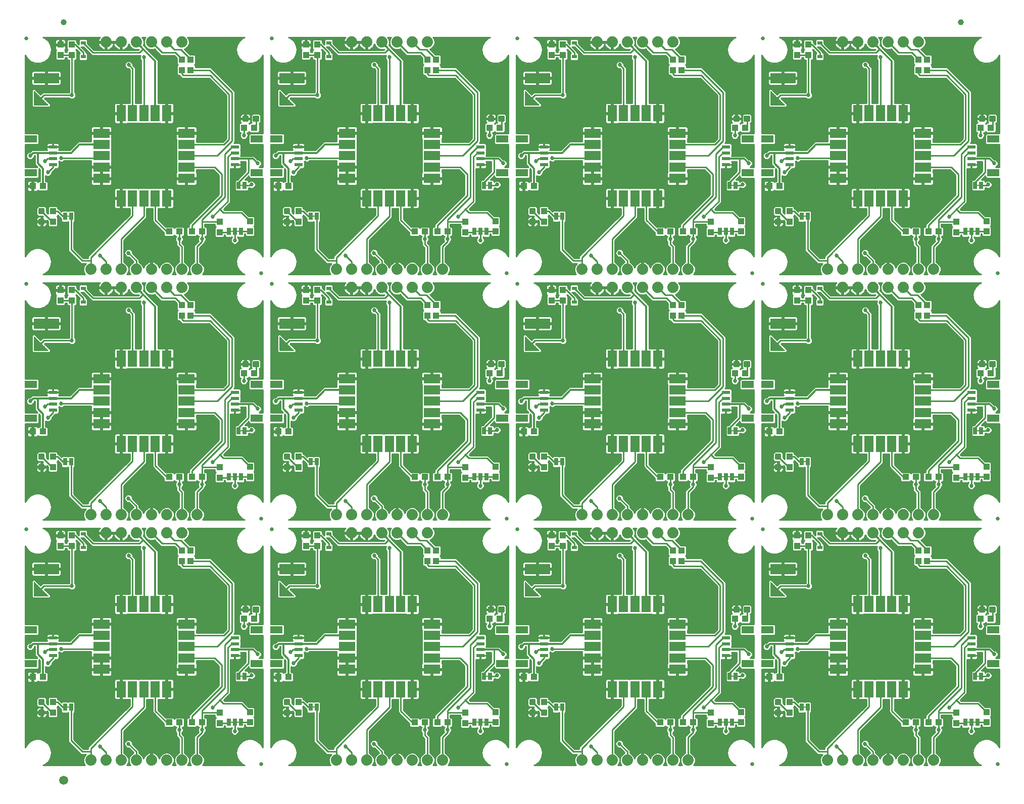
<source format=gtl>
G75*
%MOIN*%
%OFA0B0*%
%FSLAX25Y25*%
%IPPOS*%
%LPD*%
%AMOC8*
5,1,8,0,0,1.08239X$1,22.5*
%
%ADD10C,0.02500*%
%ADD11R,0.07874X0.04724*%
%ADD12R,0.05315X0.02362*%
%ADD13R,0.04331X0.03937*%
%ADD14R,0.03937X0.04331*%
%ADD15R,0.16535X0.06693*%
%ADD16C,0.00197*%
%ADD17R,0.03937X0.03937*%
%ADD18R,0.02500X0.05000*%
%ADD19R,0.01600X0.01000*%
%ADD20C,0.01181*%
%ADD21R,0.03268X0.02480*%
%ADD22R,0.10827X0.06299*%
%ADD23R,0.06299X0.10827*%
%ADD24C,0.07400*%
%ADD25C,0.03937*%
%ADD26C,0.05906*%
%ADD27C,0.01200*%
%ADD28C,0.02700*%
%ADD29C,0.01000*%
D10*
X0186250Y0031250D03*
X0348250Y0031250D03*
X0510250Y0031250D03*
X0672250Y0031250D03*
X0517250Y0186250D03*
X0510250Y0193250D03*
X0355250Y0186250D03*
X0348250Y0193250D03*
X0193250Y0186250D03*
X0186250Y0193250D03*
X0031250Y0186250D03*
X0031250Y0348250D03*
X0186250Y0355250D03*
X0193250Y0348250D03*
X0348250Y0355250D03*
X0355250Y0348250D03*
X0510250Y0355250D03*
X0517250Y0348250D03*
X0672250Y0355250D03*
X0517250Y0510250D03*
X0355250Y0510250D03*
X0193250Y0510250D03*
X0031250Y0510250D03*
X0672250Y0193250D03*
D11*
X0669219Y0259726D03*
X0669219Y0281774D03*
X0520281Y0281774D03*
X0507219Y0281774D03*
X0507219Y0259726D03*
X0520281Y0259726D03*
X0358281Y0259726D03*
X0345219Y0259726D03*
X0345219Y0281774D03*
X0358281Y0281774D03*
X0196281Y0281774D03*
X0183219Y0281774D03*
X0183219Y0259726D03*
X0196281Y0259726D03*
X0034281Y0259726D03*
X0034281Y0281774D03*
X0034281Y0421726D03*
X0034281Y0443774D03*
X0183219Y0443774D03*
X0196281Y0443774D03*
X0196281Y0421726D03*
X0183219Y0421726D03*
X0345219Y0421726D03*
X0358281Y0421726D03*
X0358281Y0443774D03*
X0345219Y0443774D03*
X0507219Y0443774D03*
X0520281Y0443774D03*
X0520281Y0421726D03*
X0507219Y0421726D03*
X0669219Y0421726D03*
X0669219Y0443774D03*
X0669219Y0119774D03*
X0669219Y0097726D03*
X0520281Y0097726D03*
X0507219Y0097726D03*
X0507219Y0119774D03*
X0520281Y0119774D03*
X0358281Y0119774D03*
X0345219Y0119774D03*
X0345219Y0097726D03*
X0358281Y0097726D03*
X0196281Y0097726D03*
X0183219Y0097726D03*
X0183219Y0119774D03*
X0196281Y0119774D03*
X0034281Y0119774D03*
X0034281Y0097726D03*
D12*
X0048750Y0102844D03*
X0048750Y0106781D03*
X0048750Y0110719D03*
X0048750Y0114656D03*
X0168750Y0114656D03*
X0168750Y0110719D03*
X0168750Y0106781D03*
X0168750Y0102844D03*
X0210750Y0102844D03*
X0210750Y0106781D03*
X0210750Y0110719D03*
X0210750Y0114656D03*
X0330750Y0114656D03*
X0330750Y0110719D03*
X0330750Y0106781D03*
X0330750Y0102844D03*
X0372750Y0102844D03*
X0372750Y0106781D03*
X0372750Y0110719D03*
X0372750Y0114656D03*
X0492750Y0114656D03*
X0492750Y0110719D03*
X0492750Y0106781D03*
X0492750Y0102844D03*
X0534750Y0102844D03*
X0534750Y0106781D03*
X0534750Y0110719D03*
X0534750Y0114656D03*
X0654750Y0114656D03*
X0654750Y0110719D03*
X0654750Y0106781D03*
X0654750Y0102844D03*
X0654750Y0264844D03*
X0654750Y0268781D03*
X0654750Y0272719D03*
X0654750Y0276656D03*
X0534750Y0276656D03*
X0534750Y0272719D03*
X0534750Y0268781D03*
X0534750Y0264844D03*
X0492750Y0264844D03*
X0492750Y0268781D03*
X0492750Y0272719D03*
X0492750Y0276656D03*
X0372750Y0276656D03*
X0372750Y0272719D03*
X0372750Y0268781D03*
X0372750Y0264844D03*
X0330750Y0264844D03*
X0330750Y0268781D03*
X0330750Y0272719D03*
X0330750Y0276656D03*
X0210750Y0276656D03*
X0210750Y0272719D03*
X0210750Y0268781D03*
X0210750Y0264844D03*
X0168750Y0264844D03*
X0168750Y0268781D03*
X0168750Y0272719D03*
X0168750Y0276656D03*
X0048750Y0276656D03*
X0048750Y0272719D03*
X0048750Y0268781D03*
X0048750Y0264844D03*
X0048750Y0426844D03*
X0048750Y0430781D03*
X0048750Y0434719D03*
X0048750Y0438656D03*
X0168750Y0438656D03*
X0168750Y0434719D03*
X0168750Y0430781D03*
X0168750Y0426844D03*
X0210750Y0426844D03*
X0210750Y0430781D03*
X0210750Y0434719D03*
X0210750Y0438656D03*
X0330750Y0438656D03*
X0330750Y0434719D03*
X0330750Y0430781D03*
X0330750Y0426844D03*
X0372750Y0426844D03*
X0372750Y0430781D03*
X0372750Y0434719D03*
X0372750Y0438656D03*
X0492750Y0438656D03*
X0492750Y0434719D03*
X0492750Y0430781D03*
X0492750Y0426844D03*
X0534750Y0426844D03*
X0534750Y0430781D03*
X0534750Y0434719D03*
X0534750Y0438656D03*
X0654750Y0438656D03*
X0654750Y0434719D03*
X0654750Y0430781D03*
X0654750Y0426844D03*
D13*
X0660904Y0451250D03*
X0667596Y0451250D03*
X0633096Y0382750D03*
X0626404Y0382750D03*
X0618096Y0382750D03*
X0611404Y0382750D03*
X0528096Y0412750D03*
X0521404Y0412750D03*
X0505596Y0451250D03*
X0498904Y0451250D03*
X0471096Y0382750D03*
X0464404Y0382750D03*
X0456096Y0382750D03*
X0449404Y0382750D03*
X0366096Y0412750D03*
X0359404Y0412750D03*
X0343596Y0451250D03*
X0336904Y0451250D03*
X0309096Y0382750D03*
X0302404Y0382750D03*
X0294096Y0382750D03*
X0287404Y0382750D03*
X0204096Y0412750D03*
X0197404Y0412750D03*
X0181596Y0451250D03*
X0174904Y0451250D03*
X0147096Y0382750D03*
X0140404Y0382750D03*
X0132096Y0382750D03*
X0125404Y0382750D03*
X0042096Y0412750D03*
X0035404Y0412750D03*
X0174904Y0289250D03*
X0181596Y0289250D03*
X0197404Y0250750D03*
X0204096Y0250750D03*
X0147096Y0220750D03*
X0140404Y0220750D03*
X0132096Y0220750D03*
X0125404Y0220750D03*
X0042096Y0250750D03*
X0035404Y0250750D03*
X0174904Y0127250D03*
X0181596Y0127250D03*
X0197404Y0088750D03*
X0204096Y0088750D03*
X0147096Y0058750D03*
X0140404Y0058750D03*
X0132096Y0058750D03*
X0125404Y0058750D03*
X0042096Y0088750D03*
X0035404Y0088750D03*
X0287404Y0058750D03*
X0294096Y0058750D03*
X0302404Y0058750D03*
X0309096Y0058750D03*
X0359404Y0088750D03*
X0366096Y0088750D03*
X0343596Y0127250D03*
X0336904Y0127250D03*
X0449404Y0058750D03*
X0456096Y0058750D03*
X0464404Y0058750D03*
X0471096Y0058750D03*
X0521404Y0088750D03*
X0528096Y0088750D03*
X0505596Y0127250D03*
X0498904Y0127250D03*
X0611404Y0058750D03*
X0618096Y0058750D03*
X0626404Y0058750D03*
X0633096Y0058750D03*
X0660904Y0127250D03*
X0667596Y0127250D03*
X0633096Y0220750D03*
X0626404Y0220750D03*
X0618096Y0220750D03*
X0611404Y0220750D03*
X0528096Y0250750D03*
X0521404Y0250750D03*
X0505596Y0289250D03*
X0498904Y0289250D03*
X0471096Y0220750D03*
X0464404Y0220750D03*
X0456096Y0220750D03*
X0449404Y0220750D03*
X0366096Y0250750D03*
X0359404Y0250750D03*
X0343596Y0289250D03*
X0336904Y0289250D03*
X0309096Y0220750D03*
X0302404Y0220750D03*
X0294096Y0220750D03*
X0287404Y0220750D03*
X0660904Y0289250D03*
X0667596Y0289250D03*
D14*
X0625650Y0327404D03*
X0619750Y0327404D03*
X0619750Y0334096D03*
X0625650Y0334096D03*
X0644750Y0382404D03*
X0644750Y0389096D03*
X0664750Y0389596D03*
X0664750Y0382904D03*
X0547250Y0344096D03*
X0547250Y0337404D03*
X0539750Y0337404D03*
X0539750Y0344096D03*
X0502750Y0382904D03*
X0502750Y0389596D03*
X0482750Y0389096D03*
X0482750Y0382404D03*
X0534750Y0389404D03*
X0534750Y0396096D03*
X0463650Y0334096D03*
X0457750Y0334096D03*
X0457750Y0327404D03*
X0463650Y0327404D03*
X0385250Y0337404D03*
X0385250Y0344096D03*
X0377750Y0344096D03*
X0377750Y0337404D03*
X0340750Y0382904D03*
X0340750Y0389596D03*
X0320750Y0389096D03*
X0320750Y0382404D03*
X0372750Y0389404D03*
X0372750Y0396096D03*
X0301650Y0334096D03*
X0295750Y0334096D03*
X0295750Y0327404D03*
X0301650Y0327404D03*
X0223250Y0337404D03*
X0223250Y0344096D03*
X0215750Y0344096D03*
X0215750Y0337404D03*
X0178750Y0382904D03*
X0178750Y0389596D03*
X0158750Y0389096D03*
X0158750Y0382404D03*
X0210750Y0389404D03*
X0210750Y0396096D03*
X0139650Y0334096D03*
X0133750Y0334096D03*
X0133750Y0327404D03*
X0139650Y0327404D03*
X0061250Y0337404D03*
X0061250Y0344096D03*
X0053750Y0344096D03*
X0053750Y0337404D03*
X0048750Y0389404D03*
X0048750Y0396096D03*
X0133750Y0489404D03*
X0139650Y0489404D03*
X0139650Y0496096D03*
X0133750Y0496096D03*
X0061250Y0499404D03*
X0053750Y0499404D03*
X0053750Y0506096D03*
X0061250Y0506096D03*
X0215750Y0506096D03*
X0223250Y0506096D03*
X0223250Y0499404D03*
X0215750Y0499404D03*
X0295750Y0496096D03*
X0301650Y0496096D03*
X0301650Y0489404D03*
X0295750Y0489404D03*
X0377750Y0499404D03*
X0385250Y0499404D03*
X0385250Y0506096D03*
X0377750Y0506096D03*
X0457750Y0496096D03*
X0463650Y0496096D03*
X0463650Y0489404D03*
X0457750Y0489404D03*
X0539750Y0499404D03*
X0547250Y0499404D03*
X0547250Y0506096D03*
X0539750Y0506096D03*
X0619750Y0496096D03*
X0625650Y0496096D03*
X0625650Y0489404D03*
X0619750Y0489404D03*
X0534750Y0234096D03*
X0534750Y0227404D03*
X0502750Y0227596D03*
X0502750Y0220904D03*
X0482750Y0220404D03*
X0482750Y0227096D03*
X0539750Y0182096D03*
X0539750Y0175404D03*
X0547250Y0175404D03*
X0547250Y0182096D03*
X0619750Y0172096D03*
X0625650Y0172096D03*
X0625650Y0165404D03*
X0619750Y0165404D03*
X0644750Y0220404D03*
X0644750Y0227096D03*
X0664750Y0227596D03*
X0664750Y0220904D03*
X0534750Y0072096D03*
X0534750Y0065404D03*
X0502750Y0065596D03*
X0502750Y0058904D03*
X0482750Y0058404D03*
X0482750Y0065096D03*
X0372750Y0065404D03*
X0372750Y0072096D03*
X0340750Y0065596D03*
X0340750Y0058904D03*
X0320750Y0058404D03*
X0320750Y0065096D03*
X0210750Y0065404D03*
X0210750Y0072096D03*
X0178750Y0065596D03*
X0178750Y0058904D03*
X0158750Y0058404D03*
X0158750Y0065096D03*
X0048750Y0065404D03*
X0048750Y0072096D03*
X0133750Y0165404D03*
X0139650Y0165404D03*
X0139650Y0172096D03*
X0133750Y0172096D03*
X0158750Y0220404D03*
X0158750Y0227096D03*
X0178750Y0227596D03*
X0178750Y0220904D03*
X0210750Y0227404D03*
X0210750Y0234096D03*
X0215750Y0182096D03*
X0215750Y0175404D03*
X0223250Y0175404D03*
X0223250Y0182096D03*
X0295750Y0172096D03*
X0301650Y0172096D03*
X0301650Y0165404D03*
X0295750Y0165404D03*
X0320750Y0220404D03*
X0320750Y0227096D03*
X0340750Y0227596D03*
X0340750Y0220904D03*
X0372750Y0227404D03*
X0372750Y0234096D03*
X0377750Y0182096D03*
X0377750Y0175404D03*
X0385250Y0175404D03*
X0385250Y0182096D03*
X0457750Y0172096D03*
X0463650Y0172096D03*
X0463650Y0165404D03*
X0457750Y0165404D03*
X0644750Y0065096D03*
X0644750Y0058404D03*
X0664750Y0058904D03*
X0664750Y0065596D03*
X0061250Y0175404D03*
X0061250Y0182096D03*
X0053750Y0182096D03*
X0053750Y0175404D03*
X0048750Y0227404D03*
X0048750Y0234096D03*
D15*
X0044388Y0160033D03*
X0206388Y0160033D03*
X0368388Y0160033D03*
X0530388Y0160033D03*
X0530388Y0322033D03*
X0368388Y0322033D03*
X0206388Y0322033D03*
X0044388Y0322033D03*
X0044388Y0484033D03*
X0206388Y0484033D03*
X0368388Y0484033D03*
X0530388Y0484033D03*
D16*
X0522199Y0475648D02*
X0531648Y0466199D01*
X0522199Y0466199D01*
X0522199Y0475648D01*
X0522199Y0475542D02*
X0522304Y0475542D01*
X0522199Y0475347D02*
X0522500Y0475347D01*
X0522695Y0475152D02*
X0522199Y0475152D01*
X0522199Y0474956D02*
X0522890Y0474956D01*
X0523086Y0474761D02*
X0522199Y0474761D01*
X0522199Y0474565D02*
X0523281Y0474565D01*
X0523476Y0474370D02*
X0522199Y0474370D01*
X0522199Y0474175D02*
X0523672Y0474175D01*
X0523867Y0473979D02*
X0522199Y0473979D01*
X0522199Y0473784D02*
X0524062Y0473784D01*
X0524258Y0473589D02*
X0522199Y0473589D01*
X0522199Y0473393D02*
X0524453Y0473393D01*
X0524649Y0473198D02*
X0522199Y0473198D01*
X0522199Y0473003D02*
X0524844Y0473003D01*
X0525039Y0472807D02*
X0522199Y0472807D01*
X0522199Y0472612D02*
X0525235Y0472612D01*
X0525430Y0472416D02*
X0522199Y0472416D01*
X0522199Y0472221D02*
X0525625Y0472221D01*
X0525821Y0472026D02*
X0522199Y0472026D01*
X0522199Y0471830D02*
X0526016Y0471830D01*
X0526211Y0471635D02*
X0522199Y0471635D01*
X0522199Y0471440D02*
X0526407Y0471440D01*
X0526602Y0471244D02*
X0522199Y0471244D01*
X0522199Y0471049D02*
X0526798Y0471049D01*
X0526993Y0470854D02*
X0522199Y0470854D01*
X0522199Y0470658D02*
X0527188Y0470658D01*
X0527384Y0470463D02*
X0522199Y0470463D01*
X0522199Y0470267D02*
X0527579Y0470267D01*
X0527774Y0470072D02*
X0522199Y0470072D01*
X0522199Y0469877D02*
X0527970Y0469877D01*
X0528165Y0469681D02*
X0522199Y0469681D01*
X0522199Y0469486D02*
X0528360Y0469486D01*
X0528556Y0469291D02*
X0522199Y0469291D01*
X0522199Y0469095D02*
X0528751Y0469095D01*
X0528947Y0468900D02*
X0522199Y0468900D01*
X0522199Y0468705D02*
X0529142Y0468705D01*
X0529337Y0468509D02*
X0522199Y0468509D01*
X0522199Y0468314D02*
X0529533Y0468314D01*
X0529728Y0468118D02*
X0522199Y0468118D01*
X0522199Y0467923D02*
X0529923Y0467923D01*
X0530119Y0467728D02*
X0522199Y0467728D01*
X0522199Y0467532D02*
X0530314Y0467532D01*
X0530509Y0467337D02*
X0522199Y0467337D01*
X0522199Y0467142D02*
X0530705Y0467142D01*
X0530900Y0466946D02*
X0522199Y0466946D01*
X0522199Y0466751D02*
X0531095Y0466751D01*
X0531291Y0466556D02*
X0522199Y0466556D01*
X0522199Y0466360D02*
X0531486Y0466360D01*
X0369648Y0466199D02*
X0360199Y0475648D01*
X0360199Y0466199D01*
X0369648Y0466199D01*
X0369486Y0466360D02*
X0360199Y0466360D01*
X0360199Y0466556D02*
X0369291Y0466556D01*
X0369095Y0466751D02*
X0360199Y0466751D01*
X0360199Y0466946D02*
X0368900Y0466946D01*
X0368705Y0467142D02*
X0360199Y0467142D01*
X0360199Y0467337D02*
X0368509Y0467337D01*
X0368314Y0467532D02*
X0360199Y0467532D01*
X0360199Y0467728D02*
X0368119Y0467728D01*
X0367923Y0467923D02*
X0360199Y0467923D01*
X0360199Y0468118D02*
X0367728Y0468118D01*
X0367533Y0468314D02*
X0360199Y0468314D01*
X0360199Y0468509D02*
X0367337Y0468509D01*
X0367142Y0468705D02*
X0360199Y0468705D01*
X0360199Y0468900D02*
X0366947Y0468900D01*
X0366751Y0469095D02*
X0360199Y0469095D01*
X0360199Y0469291D02*
X0366556Y0469291D01*
X0366360Y0469486D02*
X0360199Y0469486D01*
X0360199Y0469681D02*
X0366165Y0469681D01*
X0365970Y0469877D02*
X0360199Y0469877D01*
X0360199Y0470072D02*
X0365774Y0470072D01*
X0365579Y0470267D02*
X0360199Y0470267D01*
X0360199Y0470463D02*
X0365384Y0470463D01*
X0365188Y0470658D02*
X0360199Y0470658D01*
X0360199Y0470854D02*
X0364993Y0470854D01*
X0364798Y0471049D02*
X0360199Y0471049D01*
X0360199Y0471244D02*
X0364602Y0471244D01*
X0364407Y0471440D02*
X0360199Y0471440D01*
X0360199Y0471635D02*
X0364211Y0471635D01*
X0364016Y0471830D02*
X0360199Y0471830D01*
X0360199Y0472026D02*
X0363821Y0472026D01*
X0363625Y0472221D02*
X0360199Y0472221D01*
X0360199Y0472416D02*
X0363430Y0472416D01*
X0363235Y0472612D02*
X0360199Y0472612D01*
X0360199Y0472807D02*
X0363039Y0472807D01*
X0362844Y0473003D02*
X0360199Y0473003D01*
X0360199Y0473198D02*
X0362649Y0473198D01*
X0362453Y0473393D02*
X0360199Y0473393D01*
X0360199Y0473589D02*
X0362258Y0473589D01*
X0362062Y0473784D02*
X0360199Y0473784D01*
X0360199Y0473979D02*
X0361867Y0473979D01*
X0361672Y0474175D02*
X0360199Y0474175D01*
X0360199Y0474370D02*
X0361476Y0474370D01*
X0361281Y0474565D02*
X0360199Y0474565D01*
X0360199Y0474761D02*
X0361086Y0474761D01*
X0360890Y0474956D02*
X0360199Y0474956D01*
X0360199Y0475152D02*
X0360695Y0475152D01*
X0360500Y0475347D02*
X0360199Y0475347D01*
X0360199Y0475542D02*
X0360304Y0475542D01*
X0207648Y0466199D02*
X0198199Y0475648D01*
X0198199Y0466199D01*
X0207648Y0466199D01*
X0207486Y0466360D02*
X0198199Y0466360D01*
X0198199Y0466556D02*
X0207291Y0466556D01*
X0207095Y0466751D02*
X0198199Y0466751D01*
X0198199Y0466946D02*
X0206900Y0466946D01*
X0206705Y0467142D02*
X0198199Y0467142D01*
X0198199Y0467337D02*
X0206509Y0467337D01*
X0206314Y0467532D02*
X0198199Y0467532D01*
X0198199Y0467728D02*
X0206119Y0467728D01*
X0205923Y0467923D02*
X0198199Y0467923D01*
X0198199Y0468118D02*
X0205728Y0468118D01*
X0205533Y0468314D02*
X0198199Y0468314D01*
X0198199Y0468509D02*
X0205337Y0468509D01*
X0205142Y0468705D02*
X0198199Y0468705D01*
X0198199Y0468900D02*
X0204947Y0468900D01*
X0204751Y0469095D02*
X0198199Y0469095D01*
X0198199Y0469291D02*
X0204556Y0469291D01*
X0204360Y0469486D02*
X0198199Y0469486D01*
X0198199Y0469681D02*
X0204165Y0469681D01*
X0203970Y0469877D02*
X0198199Y0469877D01*
X0198199Y0470072D02*
X0203774Y0470072D01*
X0203579Y0470267D02*
X0198199Y0470267D01*
X0198199Y0470463D02*
X0203384Y0470463D01*
X0203188Y0470658D02*
X0198199Y0470658D01*
X0198199Y0470854D02*
X0202993Y0470854D01*
X0202798Y0471049D02*
X0198199Y0471049D01*
X0198199Y0471244D02*
X0202602Y0471244D01*
X0202407Y0471440D02*
X0198199Y0471440D01*
X0198199Y0471635D02*
X0202211Y0471635D01*
X0202016Y0471830D02*
X0198199Y0471830D01*
X0198199Y0472026D02*
X0201821Y0472026D01*
X0201625Y0472221D02*
X0198199Y0472221D01*
X0198199Y0472416D02*
X0201430Y0472416D01*
X0201235Y0472612D02*
X0198199Y0472612D01*
X0198199Y0472807D02*
X0201039Y0472807D01*
X0200844Y0473003D02*
X0198199Y0473003D01*
X0198199Y0473198D02*
X0200649Y0473198D01*
X0200453Y0473393D02*
X0198199Y0473393D01*
X0198199Y0473589D02*
X0200258Y0473589D01*
X0200062Y0473784D02*
X0198199Y0473784D01*
X0198199Y0473979D02*
X0199867Y0473979D01*
X0199672Y0474175D02*
X0198199Y0474175D01*
X0198199Y0474370D02*
X0199476Y0474370D01*
X0199281Y0474565D02*
X0198199Y0474565D01*
X0198199Y0474761D02*
X0199086Y0474761D01*
X0198890Y0474956D02*
X0198199Y0474956D01*
X0198199Y0475152D02*
X0198695Y0475152D01*
X0198500Y0475347D02*
X0198199Y0475347D01*
X0198199Y0475542D02*
X0198304Y0475542D01*
X0045648Y0466199D02*
X0036199Y0475648D01*
X0036199Y0466199D01*
X0045648Y0466199D01*
X0045486Y0466360D02*
X0036199Y0466360D01*
X0036199Y0466556D02*
X0045291Y0466556D01*
X0045095Y0466751D02*
X0036199Y0466751D01*
X0036199Y0466946D02*
X0044900Y0466946D01*
X0044705Y0467142D02*
X0036199Y0467142D01*
X0036199Y0467337D02*
X0044509Y0467337D01*
X0044314Y0467532D02*
X0036199Y0467532D01*
X0036199Y0467728D02*
X0044119Y0467728D01*
X0043923Y0467923D02*
X0036199Y0467923D01*
X0036199Y0468118D02*
X0043728Y0468118D01*
X0043533Y0468314D02*
X0036199Y0468314D01*
X0036199Y0468509D02*
X0043337Y0468509D01*
X0043142Y0468705D02*
X0036199Y0468705D01*
X0036199Y0468900D02*
X0042947Y0468900D01*
X0042751Y0469095D02*
X0036199Y0469095D01*
X0036199Y0469291D02*
X0042556Y0469291D01*
X0042360Y0469486D02*
X0036199Y0469486D01*
X0036199Y0469681D02*
X0042165Y0469681D01*
X0041970Y0469877D02*
X0036199Y0469877D01*
X0036199Y0470072D02*
X0041774Y0470072D01*
X0041579Y0470267D02*
X0036199Y0470267D01*
X0036199Y0470463D02*
X0041384Y0470463D01*
X0041188Y0470658D02*
X0036199Y0470658D01*
X0036199Y0470854D02*
X0040993Y0470854D01*
X0040798Y0471049D02*
X0036199Y0471049D01*
X0036199Y0471244D02*
X0040602Y0471244D01*
X0040407Y0471440D02*
X0036199Y0471440D01*
X0036199Y0471635D02*
X0040211Y0471635D01*
X0040016Y0471830D02*
X0036199Y0471830D01*
X0036199Y0472026D02*
X0039821Y0472026D01*
X0039625Y0472221D02*
X0036199Y0472221D01*
X0036199Y0472416D02*
X0039430Y0472416D01*
X0039235Y0472612D02*
X0036199Y0472612D01*
X0036199Y0472807D02*
X0039039Y0472807D01*
X0038844Y0473003D02*
X0036199Y0473003D01*
X0036199Y0473198D02*
X0038649Y0473198D01*
X0038453Y0473393D02*
X0036199Y0473393D01*
X0036199Y0473589D02*
X0038258Y0473589D01*
X0038062Y0473784D02*
X0036199Y0473784D01*
X0036199Y0473979D02*
X0037867Y0473979D01*
X0037672Y0474175D02*
X0036199Y0474175D01*
X0036199Y0474370D02*
X0037476Y0474370D01*
X0037281Y0474565D02*
X0036199Y0474565D01*
X0036199Y0474761D02*
X0037086Y0474761D01*
X0036890Y0474956D02*
X0036199Y0474956D01*
X0036199Y0475152D02*
X0036695Y0475152D01*
X0036500Y0475347D02*
X0036199Y0475347D01*
X0036199Y0475542D02*
X0036304Y0475542D01*
X0036199Y0313648D02*
X0045648Y0304199D01*
X0036199Y0304199D01*
X0036199Y0313648D01*
X0036199Y0313587D02*
X0036259Y0313587D01*
X0036199Y0313392D02*
X0036454Y0313392D01*
X0036650Y0313197D02*
X0036199Y0313197D01*
X0036199Y0313001D02*
X0036845Y0313001D01*
X0037041Y0312806D02*
X0036199Y0312806D01*
X0036199Y0312611D02*
X0037236Y0312611D01*
X0037431Y0312415D02*
X0036199Y0312415D01*
X0036199Y0312220D02*
X0037627Y0312220D01*
X0037822Y0312024D02*
X0036199Y0312024D01*
X0036199Y0311829D02*
X0038017Y0311829D01*
X0038213Y0311634D02*
X0036199Y0311634D01*
X0036199Y0311438D02*
X0038408Y0311438D01*
X0038603Y0311243D02*
X0036199Y0311243D01*
X0036199Y0311048D02*
X0038799Y0311048D01*
X0038994Y0310852D02*
X0036199Y0310852D01*
X0036199Y0310657D02*
X0039190Y0310657D01*
X0039385Y0310462D02*
X0036199Y0310462D01*
X0036199Y0310266D02*
X0039580Y0310266D01*
X0039776Y0310071D02*
X0036199Y0310071D01*
X0036199Y0309876D02*
X0039971Y0309876D01*
X0040166Y0309680D02*
X0036199Y0309680D01*
X0036199Y0309485D02*
X0040362Y0309485D01*
X0040557Y0309289D02*
X0036199Y0309289D01*
X0036199Y0309094D02*
X0040752Y0309094D01*
X0040948Y0308899D02*
X0036199Y0308899D01*
X0036199Y0308703D02*
X0041143Y0308703D01*
X0041338Y0308508D02*
X0036199Y0308508D01*
X0036199Y0308313D02*
X0041534Y0308313D01*
X0041729Y0308117D02*
X0036199Y0308117D01*
X0036199Y0307922D02*
X0041925Y0307922D01*
X0042120Y0307727D02*
X0036199Y0307727D01*
X0036199Y0307531D02*
X0042315Y0307531D01*
X0042511Y0307336D02*
X0036199Y0307336D01*
X0036199Y0307140D02*
X0042706Y0307140D01*
X0042901Y0306945D02*
X0036199Y0306945D01*
X0036199Y0306750D02*
X0043097Y0306750D01*
X0043292Y0306554D02*
X0036199Y0306554D01*
X0036199Y0306359D02*
X0043487Y0306359D01*
X0043683Y0306164D02*
X0036199Y0306164D01*
X0036199Y0305968D02*
X0043878Y0305968D01*
X0044074Y0305773D02*
X0036199Y0305773D01*
X0036199Y0305578D02*
X0044269Y0305578D01*
X0044464Y0305382D02*
X0036199Y0305382D01*
X0036199Y0305187D02*
X0044660Y0305187D01*
X0044855Y0304991D02*
X0036199Y0304991D01*
X0036199Y0304796D02*
X0045050Y0304796D01*
X0045246Y0304601D02*
X0036199Y0304601D01*
X0036199Y0304405D02*
X0045441Y0304405D01*
X0045636Y0304210D02*
X0036199Y0304210D01*
X0198199Y0304210D02*
X0207636Y0304210D01*
X0207648Y0304199D02*
X0198199Y0313648D01*
X0198199Y0304199D01*
X0207648Y0304199D01*
X0207441Y0304405D02*
X0198199Y0304405D01*
X0198199Y0304601D02*
X0207246Y0304601D01*
X0207050Y0304796D02*
X0198199Y0304796D01*
X0198199Y0304991D02*
X0206855Y0304991D01*
X0206660Y0305187D02*
X0198199Y0305187D01*
X0198199Y0305382D02*
X0206464Y0305382D01*
X0206269Y0305578D02*
X0198199Y0305578D01*
X0198199Y0305773D02*
X0206074Y0305773D01*
X0205878Y0305968D02*
X0198199Y0305968D01*
X0198199Y0306164D02*
X0205683Y0306164D01*
X0205487Y0306359D02*
X0198199Y0306359D01*
X0198199Y0306554D02*
X0205292Y0306554D01*
X0205097Y0306750D02*
X0198199Y0306750D01*
X0198199Y0306945D02*
X0204901Y0306945D01*
X0204706Y0307140D02*
X0198199Y0307140D01*
X0198199Y0307336D02*
X0204511Y0307336D01*
X0204315Y0307531D02*
X0198199Y0307531D01*
X0198199Y0307727D02*
X0204120Y0307727D01*
X0203925Y0307922D02*
X0198199Y0307922D01*
X0198199Y0308117D02*
X0203729Y0308117D01*
X0203534Y0308313D02*
X0198199Y0308313D01*
X0198199Y0308508D02*
X0203338Y0308508D01*
X0203143Y0308703D02*
X0198199Y0308703D01*
X0198199Y0308899D02*
X0202948Y0308899D01*
X0202752Y0309094D02*
X0198199Y0309094D01*
X0198199Y0309289D02*
X0202557Y0309289D01*
X0202362Y0309485D02*
X0198199Y0309485D01*
X0198199Y0309680D02*
X0202166Y0309680D01*
X0201971Y0309876D02*
X0198199Y0309876D01*
X0198199Y0310071D02*
X0201776Y0310071D01*
X0201580Y0310266D02*
X0198199Y0310266D01*
X0198199Y0310462D02*
X0201385Y0310462D01*
X0201190Y0310657D02*
X0198199Y0310657D01*
X0198199Y0310852D02*
X0200994Y0310852D01*
X0200799Y0311048D02*
X0198199Y0311048D01*
X0198199Y0311243D02*
X0200603Y0311243D01*
X0200408Y0311438D02*
X0198199Y0311438D01*
X0198199Y0311634D02*
X0200213Y0311634D01*
X0200017Y0311829D02*
X0198199Y0311829D01*
X0198199Y0312024D02*
X0199822Y0312024D01*
X0199627Y0312220D02*
X0198199Y0312220D01*
X0198199Y0312415D02*
X0199431Y0312415D01*
X0199236Y0312611D02*
X0198199Y0312611D01*
X0198199Y0312806D02*
X0199041Y0312806D01*
X0198845Y0313001D02*
X0198199Y0313001D01*
X0198199Y0313197D02*
X0198650Y0313197D01*
X0198454Y0313392D02*
X0198199Y0313392D01*
X0198199Y0313587D02*
X0198259Y0313587D01*
X0360199Y0313648D02*
X0360199Y0304199D01*
X0369648Y0304199D01*
X0360199Y0313648D01*
X0360199Y0313587D02*
X0360259Y0313587D01*
X0360199Y0313392D02*
X0360454Y0313392D01*
X0360650Y0313197D02*
X0360199Y0313197D01*
X0360199Y0313001D02*
X0360845Y0313001D01*
X0361041Y0312806D02*
X0360199Y0312806D01*
X0360199Y0312611D02*
X0361236Y0312611D01*
X0361431Y0312415D02*
X0360199Y0312415D01*
X0360199Y0312220D02*
X0361627Y0312220D01*
X0361822Y0312024D02*
X0360199Y0312024D01*
X0360199Y0311829D02*
X0362017Y0311829D01*
X0362213Y0311634D02*
X0360199Y0311634D01*
X0360199Y0311438D02*
X0362408Y0311438D01*
X0362603Y0311243D02*
X0360199Y0311243D01*
X0360199Y0311048D02*
X0362799Y0311048D01*
X0362994Y0310852D02*
X0360199Y0310852D01*
X0360199Y0310657D02*
X0363190Y0310657D01*
X0363385Y0310462D02*
X0360199Y0310462D01*
X0360199Y0310266D02*
X0363580Y0310266D01*
X0363776Y0310071D02*
X0360199Y0310071D01*
X0360199Y0309876D02*
X0363971Y0309876D01*
X0364166Y0309680D02*
X0360199Y0309680D01*
X0360199Y0309485D02*
X0364362Y0309485D01*
X0364557Y0309289D02*
X0360199Y0309289D01*
X0360199Y0309094D02*
X0364752Y0309094D01*
X0364948Y0308899D02*
X0360199Y0308899D01*
X0360199Y0308703D02*
X0365143Y0308703D01*
X0365338Y0308508D02*
X0360199Y0308508D01*
X0360199Y0308313D02*
X0365534Y0308313D01*
X0365729Y0308117D02*
X0360199Y0308117D01*
X0360199Y0307922D02*
X0365925Y0307922D01*
X0366120Y0307727D02*
X0360199Y0307727D01*
X0360199Y0307531D02*
X0366315Y0307531D01*
X0366511Y0307336D02*
X0360199Y0307336D01*
X0360199Y0307140D02*
X0366706Y0307140D01*
X0366901Y0306945D02*
X0360199Y0306945D01*
X0360199Y0306750D02*
X0367097Y0306750D01*
X0367292Y0306554D02*
X0360199Y0306554D01*
X0360199Y0306359D02*
X0367487Y0306359D01*
X0367683Y0306164D02*
X0360199Y0306164D01*
X0360199Y0305968D02*
X0367878Y0305968D01*
X0368074Y0305773D02*
X0360199Y0305773D01*
X0360199Y0305578D02*
X0368269Y0305578D01*
X0368464Y0305382D02*
X0360199Y0305382D01*
X0360199Y0305187D02*
X0368660Y0305187D01*
X0368855Y0304991D02*
X0360199Y0304991D01*
X0360199Y0304796D02*
X0369050Y0304796D01*
X0369246Y0304601D02*
X0360199Y0304601D01*
X0360199Y0304405D02*
X0369441Y0304405D01*
X0369636Y0304210D02*
X0360199Y0304210D01*
X0522199Y0304210D02*
X0531636Y0304210D01*
X0531648Y0304199D02*
X0522199Y0313648D01*
X0522199Y0304199D01*
X0531648Y0304199D01*
X0531441Y0304405D02*
X0522199Y0304405D01*
X0522199Y0304601D02*
X0531246Y0304601D01*
X0531050Y0304796D02*
X0522199Y0304796D01*
X0522199Y0304991D02*
X0530855Y0304991D01*
X0530660Y0305187D02*
X0522199Y0305187D01*
X0522199Y0305382D02*
X0530464Y0305382D01*
X0530269Y0305578D02*
X0522199Y0305578D01*
X0522199Y0305773D02*
X0530074Y0305773D01*
X0529878Y0305968D02*
X0522199Y0305968D01*
X0522199Y0306164D02*
X0529683Y0306164D01*
X0529487Y0306359D02*
X0522199Y0306359D01*
X0522199Y0306554D02*
X0529292Y0306554D01*
X0529097Y0306750D02*
X0522199Y0306750D01*
X0522199Y0306945D02*
X0528901Y0306945D01*
X0528706Y0307140D02*
X0522199Y0307140D01*
X0522199Y0307336D02*
X0528511Y0307336D01*
X0528315Y0307531D02*
X0522199Y0307531D01*
X0522199Y0307727D02*
X0528120Y0307727D01*
X0527925Y0307922D02*
X0522199Y0307922D01*
X0522199Y0308117D02*
X0527729Y0308117D01*
X0527534Y0308313D02*
X0522199Y0308313D01*
X0522199Y0308508D02*
X0527338Y0308508D01*
X0527143Y0308703D02*
X0522199Y0308703D01*
X0522199Y0308899D02*
X0526948Y0308899D01*
X0526752Y0309094D02*
X0522199Y0309094D01*
X0522199Y0309289D02*
X0526557Y0309289D01*
X0526362Y0309485D02*
X0522199Y0309485D01*
X0522199Y0309680D02*
X0526166Y0309680D01*
X0525971Y0309876D02*
X0522199Y0309876D01*
X0522199Y0310071D02*
X0525776Y0310071D01*
X0525580Y0310266D02*
X0522199Y0310266D01*
X0522199Y0310462D02*
X0525385Y0310462D01*
X0525190Y0310657D02*
X0522199Y0310657D01*
X0522199Y0310852D02*
X0524994Y0310852D01*
X0524799Y0311048D02*
X0522199Y0311048D01*
X0522199Y0311243D02*
X0524603Y0311243D01*
X0524408Y0311438D02*
X0522199Y0311438D01*
X0522199Y0311634D02*
X0524213Y0311634D01*
X0524017Y0311829D02*
X0522199Y0311829D01*
X0522199Y0312024D02*
X0523822Y0312024D01*
X0523627Y0312220D02*
X0522199Y0312220D01*
X0522199Y0312415D02*
X0523431Y0312415D01*
X0523236Y0312611D02*
X0522199Y0312611D01*
X0522199Y0312806D02*
X0523041Y0312806D01*
X0522845Y0313001D02*
X0522199Y0313001D01*
X0522199Y0313197D02*
X0522650Y0313197D01*
X0522454Y0313392D02*
X0522199Y0313392D01*
X0522199Y0313587D02*
X0522259Y0313587D01*
X0522199Y0151648D02*
X0531648Y0142199D01*
X0522199Y0142199D01*
X0522199Y0151648D01*
X0522199Y0151633D02*
X0522214Y0151633D01*
X0522199Y0151437D02*
X0522409Y0151437D01*
X0522605Y0151242D02*
X0522199Y0151242D01*
X0522199Y0151046D02*
X0522800Y0151046D01*
X0522995Y0150851D02*
X0522199Y0150851D01*
X0522199Y0150656D02*
X0523191Y0150656D01*
X0523386Y0150460D02*
X0522199Y0150460D01*
X0522199Y0150265D02*
X0523581Y0150265D01*
X0523777Y0150070D02*
X0522199Y0150070D01*
X0522199Y0149874D02*
X0523972Y0149874D01*
X0524168Y0149679D02*
X0522199Y0149679D01*
X0522199Y0149484D02*
X0524363Y0149484D01*
X0524558Y0149288D02*
X0522199Y0149288D01*
X0522199Y0149093D02*
X0524754Y0149093D01*
X0524949Y0148897D02*
X0522199Y0148897D01*
X0522199Y0148702D02*
X0525144Y0148702D01*
X0525340Y0148507D02*
X0522199Y0148507D01*
X0522199Y0148311D02*
X0525535Y0148311D01*
X0525730Y0148116D02*
X0522199Y0148116D01*
X0522199Y0147921D02*
X0525926Y0147921D01*
X0526121Y0147725D02*
X0522199Y0147725D01*
X0522199Y0147530D02*
X0526317Y0147530D01*
X0526512Y0147335D02*
X0522199Y0147335D01*
X0522199Y0147139D02*
X0526707Y0147139D01*
X0526903Y0146944D02*
X0522199Y0146944D01*
X0522199Y0146748D02*
X0527098Y0146748D01*
X0527293Y0146553D02*
X0522199Y0146553D01*
X0522199Y0146358D02*
X0527489Y0146358D01*
X0527684Y0146162D02*
X0522199Y0146162D01*
X0522199Y0145967D02*
X0527879Y0145967D01*
X0528075Y0145772D02*
X0522199Y0145772D01*
X0522199Y0145576D02*
X0528270Y0145576D01*
X0528466Y0145381D02*
X0522199Y0145381D01*
X0522199Y0145186D02*
X0528661Y0145186D01*
X0528856Y0144990D02*
X0522199Y0144990D01*
X0522199Y0144795D02*
X0529052Y0144795D01*
X0529247Y0144599D02*
X0522199Y0144599D01*
X0522199Y0144404D02*
X0529442Y0144404D01*
X0529638Y0144209D02*
X0522199Y0144209D01*
X0522199Y0144013D02*
X0529833Y0144013D01*
X0530028Y0143818D02*
X0522199Y0143818D01*
X0522199Y0143623D02*
X0530224Y0143623D01*
X0530419Y0143427D02*
X0522199Y0143427D01*
X0522199Y0143232D02*
X0530614Y0143232D01*
X0530810Y0143037D02*
X0522199Y0143037D01*
X0522199Y0142841D02*
X0531005Y0142841D01*
X0531201Y0142646D02*
X0522199Y0142646D01*
X0522199Y0142451D02*
X0531396Y0142451D01*
X0531591Y0142255D02*
X0522199Y0142255D01*
X0369648Y0142199D02*
X0360199Y0151648D01*
X0360199Y0142199D01*
X0369648Y0142199D01*
X0369591Y0142255D02*
X0360199Y0142255D01*
X0360199Y0142451D02*
X0369396Y0142451D01*
X0369201Y0142646D02*
X0360199Y0142646D01*
X0360199Y0142841D02*
X0369005Y0142841D01*
X0368810Y0143037D02*
X0360199Y0143037D01*
X0360199Y0143232D02*
X0368614Y0143232D01*
X0368419Y0143427D02*
X0360199Y0143427D01*
X0360199Y0143623D02*
X0368224Y0143623D01*
X0368028Y0143818D02*
X0360199Y0143818D01*
X0360199Y0144013D02*
X0367833Y0144013D01*
X0367638Y0144209D02*
X0360199Y0144209D01*
X0360199Y0144404D02*
X0367442Y0144404D01*
X0367247Y0144599D02*
X0360199Y0144599D01*
X0360199Y0144795D02*
X0367052Y0144795D01*
X0366856Y0144990D02*
X0360199Y0144990D01*
X0360199Y0145186D02*
X0366661Y0145186D01*
X0366466Y0145381D02*
X0360199Y0145381D01*
X0360199Y0145576D02*
X0366270Y0145576D01*
X0366075Y0145772D02*
X0360199Y0145772D01*
X0360199Y0145967D02*
X0365879Y0145967D01*
X0365684Y0146162D02*
X0360199Y0146162D01*
X0360199Y0146358D02*
X0365489Y0146358D01*
X0365293Y0146553D02*
X0360199Y0146553D01*
X0360199Y0146748D02*
X0365098Y0146748D01*
X0364903Y0146944D02*
X0360199Y0146944D01*
X0360199Y0147139D02*
X0364707Y0147139D01*
X0364512Y0147335D02*
X0360199Y0147335D01*
X0360199Y0147530D02*
X0364317Y0147530D01*
X0364121Y0147725D02*
X0360199Y0147725D01*
X0360199Y0147921D02*
X0363926Y0147921D01*
X0363730Y0148116D02*
X0360199Y0148116D01*
X0360199Y0148311D02*
X0363535Y0148311D01*
X0363340Y0148507D02*
X0360199Y0148507D01*
X0360199Y0148702D02*
X0363144Y0148702D01*
X0362949Y0148897D02*
X0360199Y0148897D01*
X0360199Y0149093D02*
X0362754Y0149093D01*
X0362558Y0149288D02*
X0360199Y0149288D01*
X0360199Y0149484D02*
X0362363Y0149484D01*
X0362168Y0149679D02*
X0360199Y0149679D01*
X0360199Y0149874D02*
X0361972Y0149874D01*
X0361777Y0150070D02*
X0360199Y0150070D01*
X0360199Y0150265D02*
X0361581Y0150265D01*
X0361386Y0150460D02*
X0360199Y0150460D01*
X0360199Y0150656D02*
X0361191Y0150656D01*
X0360995Y0150851D02*
X0360199Y0150851D01*
X0360199Y0151046D02*
X0360800Y0151046D01*
X0360605Y0151242D02*
X0360199Y0151242D01*
X0360199Y0151437D02*
X0360409Y0151437D01*
X0360214Y0151633D02*
X0360199Y0151633D01*
X0207648Y0142199D02*
X0198199Y0151648D01*
X0198199Y0142199D01*
X0207648Y0142199D01*
X0207591Y0142255D02*
X0198199Y0142255D01*
X0198199Y0142451D02*
X0207396Y0142451D01*
X0207201Y0142646D02*
X0198199Y0142646D01*
X0198199Y0142841D02*
X0207005Y0142841D01*
X0206810Y0143037D02*
X0198199Y0143037D01*
X0198199Y0143232D02*
X0206614Y0143232D01*
X0206419Y0143427D02*
X0198199Y0143427D01*
X0198199Y0143623D02*
X0206224Y0143623D01*
X0206028Y0143818D02*
X0198199Y0143818D01*
X0198199Y0144013D02*
X0205833Y0144013D01*
X0205638Y0144209D02*
X0198199Y0144209D01*
X0198199Y0144404D02*
X0205442Y0144404D01*
X0205247Y0144599D02*
X0198199Y0144599D01*
X0198199Y0144795D02*
X0205052Y0144795D01*
X0204856Y0144990D02*
X0198199Y0144990D01*
X0198199Y0145186D02*
X0204661Y0145186D01*
X0204466Y0145381D02*
X0198199Y0145381D01*
X0198199Y0145576D02*
X0204270Y0145576D01*
X0204075Y0145772D02*
X0198199Y0145772D01*
X0198199Y0145967D02*
X0203879Y0145967D01*
X0203684Y0146162D02*
X0198199Y0146162D01*
X0198199Y0146358D02*
X0203489Y0146358D01*
X0203293Y0146553D02*
X0198199Y0146553D01*
X0198199Y0146748D02*
X0203098Y0146748D01*
X0202903Y0146944D02*
X0198199Y0146944D01*
X0198199Y0147139D02*
X0202707Y0147139D01*
X0202512Y0147335D02*
X0198199Y0147335D01*
X0198199Y0147530D02*
X0202317Y0147530D01*
X0202121Y0147725D02*
X0198199Y0147725D01*
X0198199Y0147921D02*
X0201926Y0147921D01*
X0201730Y0148116D02*
X0198199Y0148116D01*
X0198199Y0148311D02*
X0201535Y0148311D01*
X0201340Y0148507D02*
X0198199Y0148507D01*
X0198199Y0148702D02*
X0201144Y0148702D01*
X0200949Y0148897D02*
X0198199Y0148897D01*
X0198199Y0149093D02*
X0200754Y0149093D01*
X0200558Y0149288D02*
X0198199Y0149288D01*
X0198199Y0149484D02*
X0200363Y0149484D01*
X0200168Y0149679D02*
X0198199Y0149679D01*
X0198199Y0149874D02*
X0199972Y0149874D01*
X0199777Y0150070D02*
X0198199Y0150070D01*
X0198199Y0150265D02*
X0199581Y0150265D01*
X0199386Y0150460D02*
X0198199Y0150460D01*
X0198199Y0150656D02*
X0199191Y0150656D01*
X0198995Y0150851D02*
X0198199Y0150851D01*
X0198199Y0151046D02*
X0198800Y0151046D01*
X0198605Y0151242D02*
X0198199Y0151242D01*
X0198199Y0151437D02*
X0198409Y0151437D01*
X0198214Y0151633D02*
X0198199Y0151633D01*
X0045648Y0142199D02*
X0036199Y0151648D01*
X0036199Y0142199D01*
X0045648Y0142199D01*
X0045591Y0142255D02*
X0036199Y0142255D01*
X0036199Y0142451D02*
X0045396Y0142451D01*
X0045201Y0142646D02*
X0036199Y0142646D01*
X0036199Y0142841D02*
X0045005Y0142841D01*
X0044810Y0143037D02*
X0036199Y0143037D01*
X0036199Y0143232D02*
X0044614Y0143232D01*
X0044419Y0143427D02*
X0036199Y0143427D01*
X0036199Y0143623D02*
X0044224Y0143623D01*
X0044028Y0143818D02*
X0036199Y0143818D01*
X0036199Y0144013D02*
X0043833Y0144013D01*
X0043638Y0144209D02*
X0036199Y0144209D01*
X0036199Y0144404D02*
X0043442Y0144404D01*
X0043247Y0144599D02*
X0036199Y0144599D01*
X0036199Y0144795D02*
X0043052Y0144795D01*
X0042856Y0144990D02*
X0036199Y0144990D01*
X0036199Y0145186D02*
X0042661Y0145186D01*
X0042466Y0145381D02*
X0036199Y0145381D01*
X0036199Y0145576D02*
X0042270Y0145576D01*
X0042075Y0145772D02*
X0036199Y0145772D01*
X0036199Y0145967D02*
X0041879Y0145967D01*
X0041684Y0146162D02*
X0036199Y0146162D01*
X0036199Y0146358D02*
X0041489Y0146358D01*
X0041293Y0146553D02*
X0036199Y0146553D01*
X0036199Y0146748D02*
X0041098Y0146748D01*
X0040903Y0146944D02*
X0036199Y0146944D01*
X0036199Y0147139D02*
X0040707Y0147139D01*
X0040512Y0147335D02*
X0036199Y0147335D01*
X0036199Y0147530D02*
X0040317Y0147530D01*
X0040121Y0147725D02*
X0036199Y0147725D01*
X0036199Y0147921D02*
X0039926Y0147921D01*
X0039730Y0148116D02*
X0036199Y0148116D01*
X0036199Y0148311D02*
X0039535Y0148311D01*
X0039340Y0148507D02*
X0036199Y0148507D01*
X0036199Y0148702D02*
X0039144Y0148702D01*
X0038949Y0148897D02*
X0036199Y0148897D01*
X0036199Y0149093D02*
X0038754Y0149093D01*
X0038558Y0149288D02*
X0036199Y0149288D01*
X0036199Y0149484D02*
X0038363Y0149484D01*
X0038168Y0149679D02*
X0036199Y0149679D01*
X0036199Y0149874D02*
X0037972Y0149874D01*
X0037777Y0150070D02*
X0036199Y0150070D01*
X0036199Y0150265D02*
X0037581Y0150265D01*
X0037386Y0150460D02*
X0036199Y0150460D01*
X0036199Y0150656D02*
X0037191Y0150656D01*
X0036995Y0150851D02*
X0036199Y0150851D01*
X0036199Y0151046D02*
X0036800Y0151046D01*
X0036605Y0151242D02*
X0036199Y0151242D01*
X0036199Y0151437D02*
X0036409Y0151437D01*
X0036214Y0151633D02*
X0036199Y0151633D01*
D17*
X0038789Y0144750D03*
X0200789Y0144750D03*
X0362789Y0144750D03*
X0524789Y0144750D03*
X0524789Y0306750D03*
X0362789Y0306750D03*
X0200789Y0306750D03*
X0038789Y0306750D03*
X0038789Y0468750D03*
X0200789Y0468750D03*
X0362789Y0468750D03*
X0524789Y0468750D03*
D18*
X0499250Y0413250D03*
X0495250Y0413250D03*
X0496750Y0382750D03*
X0492750Y0382750D03*
X0488750Y0382750D03*
X0542750Y0392750D03*
X0546750Y0392750D03*
X0650750Y0382750D03*
X0654750Y0382750D03*
X0658750Y0382750D03*
X0657250Y0413250D03*
X0661250Y0413250D03*
X0661250Y0251250D03*
X0657250Y0251250D03*
X0658750Y0220750D03*
X0654750Y0220750D03*
X0650750Y0220750D03*
X0546750Y0230750D03*
X0542750Y0230750D03*
X0499250Y0251250D03*
X0495250Y0251250D03*
X0496750Y0220750D03*
X0492750Y0220750D03*
X0488750Y0220750D03*
X0384750Y0230750D03*
X0380750Y0230750D03*
X0334750Y0220750D03*
X0330750Y0220750D03*
X0326750Y0220750D03*
X0333250Y0251250D03*
X0337250Y0251250D03*
X0222750Y0230750D03*
X0218750Y0230750D03*
X0172750Y0220750D03*
X0168750Y0220750D03*
X0164750Y0220750D03*
X0171250Y0251250D03*
X0175250Y0251250D03*
X0060750Y0230750D03*
X0056750Y0230750D03*
X0171250Y0089250D03*
X0175250Y0089250D03*
X0172750Y0058750D03*
X0168750Y0058750D03*
X0164750Y0058750D03*
X0218750Y0068750D03*
X0222750Y0068750D03*
X0326750Y0058750D03*
X0330750Y0058750D03*
X0334750Y0058750D03*
X0333250Y0089250D03*
X0337250Y0089250D03*
X0380750Y0068750D03*
X0384750Y0068750D03*
X0488750Y0058750D03*
X0492750Y0058750D03*
X0496750Y0058750D03*
X0495250Y0089250D03*
X0499250Y0089250D03*
X0542750Y0068750D03*
X0546750Y0068750D03*
X0650750Y0058750D03*
X0654750Y0058750D03*
X0658750Y0058750D03*
X0657250Y0089250D03*
X0661250Y0089250D03*
X0334750Y0382750D03*
X0330750Y0382750D03*
X0326750Y0382750D03*
X0333250Y0413250D03*
X0337250Y0413250D03*
X0380750Y0392750D03*
X0384750Y0392750D03*
X0222750Y0392750D03*
X0218750Y0392750D03*
X0172750Y0382750D03*
X0168750Y0382750D03*
X0164750Y0382750D03*
X0171250Y0413250D03*
X0175250Y0413250D03*
X0060750Y0392750D03*
X0056750Y0392750D03*
X0056750Y0068750D03*
X0060750Y0068750D03*
D19*
X0058750Y0068750D03*
X0166750Y0058750D03*
X0170750Y0058750D03*
X0173250Y0089250D03*
X0220750Y0068750D03*
X0328750Y0058750D03*
X0332750Y0058750D03*
X0335250Y0089250D03*
X0382750Y0068750D03*
X0490750Y0058750D03*
X0494750Y0058750D03*
X0497250Y0089250D03*
X0544750Y0068750D03*
X0652750Y0058750D03*
X0656750Y0058750D03*
X0659250Y0089250D03*
X0656750Y0220750D03*
X0652750Y0220750D03*
X0659250Y0251250D03*
X0544750Y0230750D03*
X0494750Y0220750D03*
X0490750Y0220750D03*
X0497250Y0251250D03*
X0382750Y0230750D03*
X0335250Y0251250D03*
X0332750Y0220750D03*
X0328750Y0220750D03*
X0220750Y0230750D03*
X0173250Y0251250D03*
X0170750Y0220750D03*
X0166750Y0220750D03*
X0058750Y0230750D03*
X0166750Y0382750D03*
X0170750Y0382750D03*
X0173250Y0413250D03*
X0220750Y0392750D03*
X0328750Y0382750D03*
X0332750Y0382750D03*
X0335250Y0413250D03*
X0382750Y0392750D03*
X0490750Y0382750D03*
X0494750Y0382750D03*
X0497250Y0413250D03*
X0544750Y0392750D03*
X0652750Y0382750D03*
X0656750Y0382750D03*
X0659250Y0413250D03*
X0058750Y0392750D03*
D20*
X0042628Y0390675D02*
X0039872Y0390675D01*
X0042628Y0390675D02*
X0042628Y0387919D01*
X0039872Y0387919D01*
X0039872Y0390675D01*
X0039872Y0389041D02*
X0042628Y0389041D01*
X0042628Y0390163D02*
X0039872Y0390163D01*
X0039872Y0397581D02*
X0042628Y0397581D01*
X0042628Y0394825D01*
X0039872Y0394825D01*
X0039872Y0397581D01*
X0039872Y0395947D02*
X0042628Y0395947D01*
X0042628Y0397069D02*
X0039872Y0397069D01*
X0177175Y0455872D02*
X0177175Y0458628D01*
X0177175Y0455872D02*
X0174419Y0455872D01*
X0174419Y0458628D01*
X0177175Y0458628D01*
X0177175Y0456994D02*
X0174419Y0456994D01*
X0174419Y0458116D02*
X0177175Y0458116D01*
X0184081Y0458628D02*
X0184081Y0455872D01*
X0181325Y0455872D01*
X0181325Y0458628D01*
X0184081Y0458628D01*
X0184081Y0456994D02*
X0181325Y0456994D01*
X0181325Y0458116D02*
X0184081Y0458116D01*
X0201872Y0397581D02*
X0204628Y0397581D01*
X0204628Y0394825D01*
X0201872Y0394825D01*
X0201872Y0397581D01*
X0201872Y0395947D02*
X0204628Y0395947D01*
X0204628Y0397069D02*
X0201872Y0397069D01*
X0201872Y0390675D02*
X0204628Y0390675D01*
X0204628Y0387919D01*
X0201872Y0387919D01*
X0201872Y0390675D01*
X0201872Y0389041D02*
X0204628Y0389041D01*
X0204628Y0390163D02*
X0201872Y0390163D01*
X0184081Y0296628D02*
X0184081Y0293872D01*
X0181325Y0293872D01*
X0181325Y0296628D01*
X0184081Y0296628D01*
X0184081Y0294994D02*
X0181325Y0294994D01*
X0181325Y0296116D02*
X0184081Y0296116D01*
X0177175Y0296628D02*
X0177175Y0293872D01*
X0174419Y0293872D01*
X0174419Y0296628D01*
X0177175Y0296628D01*
X0177175Y0294994D02*
X0174419Y0294994D01*
X0174419Y0296116D02*
X0177175Y0296116D01*
X0201872Y0235581D02*
X0204628Y0235581D01*
X0204628Y0232825D01*
X0201872Y0232825D01*
X0201872Y0235581D01*
X0201872Y0233947D02*
X0204628Y0233947D01*
X0204628Y0235069D02*
X0201872Y0235069D01*
X0201872Y0228675D02*
X0204628Y0228675D01*
X0204628Y0225919D01*
X0201872Y0225919D01*
X0201872Y0228675D01*
X0201872Y0227041D02*
X0204628Y0227041D01*
X0204628Y0228163D02*
X0201872Y0228163D01*
X0184081Y0134628D02*
X0184081Y0131872D01*
X0181325Y0131872D01*
X0181325Y0134628D01*
X0184081Y0134628D01*
X0184081Y0132994D02*
X0181325Y0132994D01*
X0181325Y0134116D02*
X0184081Y0134116D01*
X0177175Y0134628D02*
X0177175Y0131872D01*
X0174419Y0131872D01*
X0174419Y0134628D01*
X0177175Y0134628D01*
X0177175Y0132994D02*
X0174419Y0132994D01*
X0174419Y0134116D02*
X0177175Y0134116D01*
X0201872Y0073581D02*
X0204628Y0073581D01*
X0204628Y0070825D01*
X0201872Y0070825D01*
X0201872Y0073581D01*
X0201872Y0071947D02*
X0204628Y0071947D01*
X0204628Y0073069D02*
X0201872Y0073069D01*
X0201872Y0066675D02*
X0204628Y0066675D01*
X0204628Y0063919D01*
X0201872Y0063919D01*
X0201872Y0066675D01*
X0201872Y0065041D02*
X0204628Y0065041D01*
X0204628Y0066163D02*
X0201872Y0066163D01*
X0339175Y0131872D02*
X0339175Y0134628D01*
X0339175Y0131872D02*
X0336419Y0131872D01*
X0336419Y0134628D01*
X0339175Y0134628D01*
X0339175Y0132994D02*
X0336419Y0132994D01*
X0336419Y0134116D02*
X0339175Y0134116D01*
X0346081Y0134628D02*
X0346081Y0131872D01*
X0343325Y0131872D01*
X0343325Y0134628D01*
X0346081Y0134628D01*
X0346081Y0132994D02*
X0343325Y0132994D01*
X0343325Y0134116D02*
X0346081Y0134116D01*
X0363872Y0073581D02*
X0366628Y0073581D01*
X0366628Y0070825D01*
X0363872Y0070825D01*
X0363872Y0073581D01*
X0363872Y0071947D02*
X0366628Y0071947D01*
X0366628Y0073069D02*
X0363872Y0073069D01*
X0363872Y0066675D02*
X0366628Y0066675D01*
X0366628Y0063919D01*
X0363872Y0063919D01*
X0363872Y0066675D01*
X0363872Y0065041D02*
X0366628Y0065041D01*
X0366628Y0066163D02*
X0363872Y0066163D01*
X0501175Y0131872D02*
X0501175Y0134628D01*
X0501175Y0131872D02*
X0498419Y0131872D01*
X0498419Y0134628D01*
X0501175Y0134628D01*
X0501175Y0132994D02*
X0498419Y0132994D01*
X0498419Y0134116D02*
X0501175Y0134116D01*
X0508081Y0134628D02*
X0508081Y0131872D01*
X0505325Y0131872D01*
X0505325Y0134628D01*
X0508081Y0134628D01*
X0508081Y0132994D02*
X0505325Y0132994D01*
X0505325Y0134116D02*
X0508081Y0134116D01*
X0525872Y0073581D02*
X0528628Y0073581D01*
X0528628Y0070825D01*
X0525872Y0070825D01*
X0525872Y0073581D01*
X0525872Y0071947D02*
X0528628Y0071947D01*
X0528628Y0073069D02*
X0525872Y0073069D01*
X0525872Y0066675D02*
X0528628Y0066675D01*
X0528628Y0063919D01*
X0525872Y0063919D01*
X0525872Y0066675D01*
X0525872Y0065041D02*
X0528628Y0065041D01*
X0528628Y0066163D02*
X0525872Y0066163D01*
X0663175Y0131872D02*
X0663175Y0134628D01*
X0663175Y0131872D02*
X0660419Y0131872D01*
X0660419Y0134628D01*
X0663175Y0134628D01*
X0663175Y0132994D02*
X0660419Y0132994D01*
X0660419Y0134116D02*
X0663175Y0134116D01*
X0670081Y0134628D02*
X0670081Y0131872D01*
X0667325Y0131872D01*
X0667325Y0134628D01*
X0670081Y0134628D01*
X0670081Y0132994D02*
X0667325Y0132994D01*
X0667325Y0134116D02*
X0670081Y0134116D01*
X0528628Y0228675D02*
X0525872Y0228675D01*
X0528628Y0228675D02*
X0528628Y0225919D01*
X0525872Y0225919D01*
X0525872Y0228675D01*
X0525872Y0227041D02*
X0528628Y0227041D01*
X0528628Y0228163D02*
X0525872Y0228163D01*
X0525872Y0235581D02*
X0528628Y0235581D01*
X0528628Y0232825D01*
X0525872Y0232825D01*
X0525872Y0235581D01*
X0525872Y0233947D02*
X0528628Y0233947D01*
X0528628Y0235069D02*
X0525872Y0235069D01*
X0508081Y0293872D02*
X0508081Y0296628D01*
X0508081Y0293872D02*
X0505325Y0293872D01*
X0505325Y0296628D01*
X0508081Y0296628D01*
X0508081Y0294994D02*
X0505325Y0294994D01*
X0505325Y0296116D02*
X0508081Y0296116D01*
X0501175Y0296628D02*
X0501175Y0293872D01*
X0498419Y0293872D01*
X0498419Y0296628D01*
X0501175Y0296628D01*
X0501175Y0294994D02*
X0498419Y0294994D01*
X0498419Y0296116D02*
X0501175Y0296116D01*
X0525872Y0390675D02*
X0528628Y0390675D01*
X0528628Y0387919D01*
X0525872Y0387919D01*
X0525872Y0390675D01*
X0525872Y0389041D02*
X0528628Y0389041D01*
X0528628Y0390163D02*
X0525872Y0390163D01*
X0525872Y0397581D02*
X0528628Y0397581D01*
X0528628Y0394825D01*
X0525872Y0394825D01*
X0525872Y0397581D01*
X0525872Y0395947D02*
X0528628Y0395947D01*
X0528628Y0397069D02*
X0525872Y0397069D01*
X0508081Y0455872D02*
X0508081Y0458628D01*
X0508081Y0455872D02*
X0505325Y0455872D01*
X0505325Y0458628D01*
X0508081Y0458628D01*
X0508081Y0456994D02*
X0505325Y0456994D01*
X0505325Y0458116D02*
X0508081Y0458116D01*
X0501175Y0458628D02*
X0501175Y0455872D01*
X0498419Y0455872D01*
X0498419Y0458628D01*
X0501175Y0458628D01*
X0501175Y0456994D02*
X0498419Y0456994D01*
X0498419Y0458116D02*
X0501175Y0458116D01*
X0366628Y0397581D02*
X0363872Y0397581D01*
X0366628Y0397581D02*
X0366628Y0394825D01*
X0363872Y0394825D01*
X0363872Y0397581D01*
X0363872Y0395947D02*
X0366628Y0395947D01*
X0366628Y0397069D02*
X0363872Y0397069D01*
X0363872Y0390675D02*
X0366628Y0390675D01*
X0366628Y0387919D01*
X0363872Y0387919D01*
X0363872Y0390675D01*
X0363872Y0389041D02*
X0366628Y0389041D01*
X0366628Y0390163D02*
X0363872Y0390163D01*
X0346081Y0455872D02*
X0346081Y0458628D01*
X0346081Y0455872D02*
X0343325Y0455872D01*
X0343325Y0458628D01*
X0346081Y0458628D01*
X0346081Y0456994D02*
X0343325Y0456994D01*
X0343325Y0458116D02*
X0346081Y0458116D01*
X0339175Y0458628D02*
X0339175Y0455872D01*
X0336419Y0455872D01*
X0336419Y0458628D01*
X0339175Y0458628D01*
X0339175Y0456994D02*
X0336419Y0456994D01*
X0336419Y0458116D02*
X0339175Y0458116D01*
X0339175Y0296628D02*
X0339175Y0293872D01*
X0336419Y0293872D01*
X0336419Y0296628D01*
X0339175Y0296628D01*
X0339175Y0294994D02*
X0336419Y0294994D01*
X0336419Y0296116D02*
X0339175Y0296116D01*
X0346081Y0296628D02*
X0346081Y0293872D01*
X0343325Y0293872D01*
X0343325Y0296628D01*
X0346081Y0296628D01*
X0346081Y0294994D02*
X0343325Y0294994D01*
X0343325Y0296116D02*
X0346081Y0296116D01*
X0363872Y0235581D02*
X0366628Y0235581D01*
X0366628Y0232825D01*
X0363872Y0232825D01*
X0363872Y0235581D01*
X0363872Y0233947D02*
X0366628Y0233947D01*
X0366628Y0235069D02*
X0363872Y0235069D01*
X0363872Y0228675D02*
X0366628Y0228675D01*
X0366628Y0225919D01*
X0363872Y0225919D01*
X0363872Y0228675D01*
X0363872Y0227041D02*
X0366628Y0227041D01*
X0366628Y0228163D02*
X0363872Y0228163D01*
X0663175Y0293872D02*
X0663175Y0296628D01*
X0663175Y0293872D02*
X0660419Y0293872D01*
X0660419Y0296628D01*
X0663175Y0296628D01*
X0663175Y0294994D02*
X0660419Y0294994D01*
X0660419Y0296116D02*
X0663175Y0296116D01*
X0670081Y0296628D02*
X0670081Y0293872D01*
X0667325Y0293872D01*
X0667325Y0296628D01*
X0670081Y0296628D01*
X0670081Y0294994D02*
X0667325Y0294994D01*
X0667325Y0296116D02*
X0670081Y0296116D01*
X0670081Y0455872D02*
X0670081Y0458628D01*
X0670081Y0455872D02*
X0667325Y0455872D01*
X0667325Y0458628D01*
X0670081Y0458628D01*
X0670081Y0456994D02*
X0667325Y0456994D01*
X0667325Y0458116D02*
X0670081Y0458116D01*
X0663175Y0458628D02*
X0663175Y0455872D01*
X0660419Y0455872D01*
X0660419Y0458628D01*
X0663175Y0458628D01*
X0663175Y0456994D02*
X0660419Y0456994D01*
X0660419Y0458116D02*
X0663175Y0458116D01*
X0042628Y0235581D02*
X0039872Y0235581D01*
X0042628Y0235581D02*
X0042628Y0232825D01*
X0039872Y0232825D01*
X0039872Y0235581D01*
X0039872Y0233947D02*
X0042628Y0233947D01*
X0042628Y0235069D02*
X0039872Y0235069D01*
X0039872Y0228675D02*
X0042628Y0228675D01*
X0042628Y0225919D01*
X0039872Y0225919D01*
X0039872Y0228675D01*
X0039872Y0227041D02*
X0042628Y0227041D01*
X0042628Y0228163D02*
X0039872Y0228163D01*
X0039872Y0073581D02*
X0042628Y0073581D01*
X0042628Y0070825D01*
X0039872Y0070825D01*
X0039872Y0073581D01*
X0039872Y0071947D02*
X0042628Y0071947D01*
X0042628Y0073069D02*
X0039872Y0073069D01*
X0039872Y0066675D02*
X0042628Y0066675D01*
X0042628Y0063919D01*
X0039872Y0063919D01*
X0039872Y0066675D01*
X0039872Y0065041D02*
X0042628Y0065041D01*
X0042628Y0066163D02*
X0039872Y0066163D01*
D21*
X0068750Y0174222D03*
X0068750Y0183278D03*
X0230750Y0183278D03*
X0230750Y0174222D03*
X0392750Y0174222D03*
X0392750Y0183278D03*
X0554750Y0183278D03*
X0554750Y0174222D03*
X0554750Y0336222D03*
X0554750Y0345278D03*
X0392750Y0345278D03*
X0392750Y0336222D03*
X0230750Y0336222D03*
X0230750Y0345278D03*
X0068750Y0345278D03*
X0068750Y0336222D03*
X0068750Y0498222D03*
X0068750Y0507278D03*
X0230750Y0507278D03*
X0230750Y0498222D03*
X0392750Y0498222D03*
X0392750Y0507278D03*
X0554750Y0507278D03*
X0554750Y0498222D03*
D22*
X0566699Y0447711D03*
X0566699Y0440230D03*
X0566699Y0432750D03*
X0566699Y0425270D03*
X0566699Y0417789D03*
X0622801Y0417789D03*
X0622801Y0425270D03*
X0622801Y0432750D03*
X0622801Y0440230D03*
X0622801Y0447711D03*
X0460801Y0447711D03*
X0460801Y0440230D03*
X0460801Y0432750D03*
X0460801Y0425270D03*
X0460801Y0417789D03*
X0404699Y0417789D03*
X0404699Y0425270D03*
X0404699Y0432750D03*
X0404699Y0440230D03*
X0404699Y0447711D03*
X0298801Y0447711D03*
X0298801Y0440230D03*
X0298801Y0432750D03*
X0298801Y0425270D03*
X0298801Y0417789D03*
X0242699Y0417789D03*
X0242699Y0425270D03*
X0242699Y0432750D03*
X0242699Y0440230D03*
X0242699Y0447711D03*
X0136801Y0447711D03*
X0136801Y0440230D03*
X0136801Y0432750D03*
X0136801Y0425270D03*
X0136801Y0417789D03*
X0080699Y0417789D03*
X0080699Y0425270D03*
X0080699Y0432750D03*
X0080699Y0440230D03*
X0080699Y0447711D03*
X0080699Y0285711D03*
X0080699Y0278230D03*
X0080699Y0270750D03*
X0080699Y0263270D03*
X0080699Y0255789D03*
X0136801Y0255789D03*
X0136801Y0263270D03*
X0136801Y0270750D03*
X0136801Y0278230D03*
X0136801Y0285711D03*
X0242699Y0285711D03*
X0242699Y0278230D03*
X0242699Y0270750D03*
X0242699Y0263270D03*
X0242699Y0255789D03*
X0298801Y0255789D03*
X0298801Y0263270D03*
X0298801Y0270750D03*
X0298801Y0278230D03*
X0298801Y0285711D03*
X0404699Y0285711D03*
X0404699Y0278230D03*
X0404699Y0270750D03*
X0404699Y0263270D03*
X0404699Y0255789D03*
X0460801Y0255789D03*
X0460801Y0263270D03*
X0460801Y0270750D03*
X0460801Y0278230D03*
X0460801Y0285711D03*
X0566699Y0285711D03*
X0566699Y0278230D03*
X0566699Y0270750D03*
X0566699Y0263270D03*
X0566699Y0255789D03*
X0622801Y0255789D03*
X0622801Y0263270D03*
X0622801Y0270750D03*
X0622801Y0278230D03*
X0622801Y0285711D03*
X0622801Y0123711D03*
X0622801Y0116230D03*
X0622801Y0108750D03*
X0622801Y0101270D03*
X0622801Y0093789D03*
X0566699Y0093789D03*
X0566699Y0101270D03*
X0566699Y0108750D03*
X0566699Y0116230D03*
X0566699Y0123711D03*
X0460801Y0123711D03*
X0460801Y0116230D03*
X0460801Y0108750D03*
X0460801Y0101270D03*
X0460801Y0093789D03*
X0404699Y0093789D03*
X0404699Y0101270D03*
X0404699Y0108750D03*
X0404699Y0116230D03*
X0404699Y0123711D03*
X0298801Y0123711D03*
X0298801Y0116230D03*
X0298801Y0108750D03*
X0298801Y0101270D03*
X0298801Y0093789D03*
X0242699Y0093789D03*
X0242699Y0101270D03*
X0242699Y0108750D03*
X0242699Y0116230D03*
X0242699Y0123711D03*
X0136801Y0123711D03*
X0136801Y0116230D03*
X0136801Y0108750D03*
X0136801Y0101270D03*
X0136801Y0093789D03*
X0080699Y0093789D03*
X0080699Y0101270D03*
X0080699Y0108750D03*
X0080699Y0116230D03*
X0080699Y0123711D03*
D23*
X0093789Y0136801D03*
X0101270Y0136801D03*
X0108750Y0136801D03*
X0116230Y0136801D03*
X0123711Y0136801D03*
X0123711Y0080699D03*
X0116230Y0080699D03*
X0108750Y0080699D03*
X0101270Y0080699D03*
X0093789Y0080699D03*
X0255789Y0080699D03*
X0263270Y0080699D03*
X0270750Y0080699D03*
X0278230Y0080699D03*
X0285711Y0080699D03*
X0285711Y0136801D03*
X0278230Y0136801D03*
X0270750Y0136801D03*
X0263270Y0136801D03*
X0255789Y0136801D03*
X0255789Y0242699D03*
X0263270Y0242699D03*
X0270750Y0242699D03*
X0278230Y0242699D03*
X0285711Y0242699D03*
X0285711Y0298801D03*
X0278230Y0298801D03*
X0270750Y0298801D03*
X0263270Y0298801D03*
X0255789Y0298801D03*
X0123711Y0298801D03*
X0116230Y0298801D03*
X0108750Y0298801D03*
X0101270Y0298801D03*
X0093789Y0298801D03*
X0093789Y0242699D03*
X0101270Y0242699D03*
X0108750Y0242699D03*
X0116230Y0242699D03*
X0123711Y0242699D03*
X0123711Y0404699D03*
X0116230Y0404699D03*
X0108750Y0404699D03*
X0101270Y0404699D03*
X0093789Y0404699D03*
X0093789Y0460801D03*
X0101270Y0460801D03*
X0108750Y0460801D03*
X0116230Y0460801D03*
X0123711Y0460801D03*
X0255789Y0460801D03*
X0263270Y0460801D03*
X0270750Y0460801D03*
X0278230Y0460801D03*
X0285711Y0460801D03*
X0285711Y0404699D03*
X0278230Y0404699D03*
X0270750Y0404699D03*
X0263270Y0404699D03*
X0255789Y0404699D03*
X0417789Y0404699D03*
X0425270Y0404699D03*
X0432750Y0404699D03*
X0440230Y0404699D03*
X0447711Y0404699D03*
X0447711Y0460801D03*
X0440230Y0460801D03*
X0432750Y0460801D03*
X0425270Y0460801D03*
X0417789Y0460801D03*
X0579789Y0460801D03*
X0587270Y0460801D03*
X0594750Y0460801D03*
X0602230Y0460801D03*
X0609711Y0460801D03*
X0609711Y0404699D03*
X0602230Y0404699D03*
X0594750Y0404699D03*
X0587270Y0404699D03*
X0579789Y0404699D03*
X0579789Y0298801D03*
X0587270Y0298801D03*
X0594750Y0298801D03*
X0602230Y0298801D03*
X0609711Y0298801D03*
X0609711Y0242699D03*
X0602230Y0242699D03*
X0594750Y0242699D03*
X0587270Y0242699D03*
X0579789Y0242699D03*
X0447711Y0242699D03*
X0440230Y0242699D03*
X0432750Y0242699D03*
X0425270Y0242699D03*
X0417789Y0242699D03*
X0417789Y0298801D03*
X0425270Y0298801D03*
X0432750Y0298801D03*
X0440230Y0298801D03*
X0447711Y0298801D03*
X0447711Y0136801D03*
X0440230Y0136801D03*
X0432750Y0136801D03*
X0425270Y0136801D03*
X0417789Y0136801D03*
X0417789Y0080699D03*
X0425270Y0080699D03*
X0432750Y0080699D03*
X0440230Y0080699D03*
X0447711Y0080699D03*
X0579789Y0080699D03*
X0587270Y0080699D03*
X0594750Y0080699D03*
X0602230Y0080699D03*
X0609711Y0080699D03*
X0609711Y0136801D03*
X0602230Y0136801D03*
X0594750Y0136801D03*
X0587270Y0136801D03*
X0579789Y0136801D03*
D24*
X0579750Y0183750D03*
X0569750Y0183750D03*
X0569750Y0195750D03*
X0579750Y0195750D03*
X0589750Y0195750D03*
X0599750Y0195750D03*
X0609750Y0195750D03*
X0619750Y0195750D03*
X0629750Y0195750D03*
X0619750Y0183750D03*
X0609750Y0183750D03*
X0599750Y0183750D03*
X0589750Y0183750D03*
X0559750Y0195750D03*
X0467750Y0195750D03*
X0457750Y0195750D03*
X0447750Y0195750D03*
X0437750Y0195750D03*
X0427750Y0195750D03*
X0417750Y0195750D03*
X0407750Y0195750D03*
X0397750Y0195750D03*
X0407750Y0183750D03*
X0417750Y0183750D03*
X0427750Y0183750D03*
X0437750Y0183750D03*
X0447750Y0183750D03*
X0457750Y0183750D03*
X0305750Y0195750D03*
X0295750Y0195750D03*
X0285750Y0195750D03*
X0275750Y0195750D03*
X0265750Y0195750D03*
X0255750Y0195750D03*
X0245750Y0195750D03*
X0235750Y0195750D03*
X0245750Y0183750D03*
X0255750Y0183750D03*
X0265750Y0183750D03*
X0275750Y0183750D03*
X0285750Y0183750D03*
X0295750Y0183750D03*
X0143750Y0195750D03*
X0133750Y0195750D03*
X0123750Y0195750D03*
X0113750Y0195750D03*
X0103750Y0195750D03*
X0093750Y0195750D03*
X0083750Y0195750D03*
X0073750Y0195750D03*
X0083750Y0183750D03*
X0093750Y0183750D03*
X0103750Y0183750D03*
X0113750Y0183750D03*
X0123750Y0183750D03*
X0133750Y0183750D03*
X0133750Y0033750D03*
X0143750Y0033750D03*
X0123750Y0033750D03*
X0113750Y0033750D03*
X0103750Y0033750D03*
X0093750Y0033750D03*
X0083750Y0033750D03*
X0073750Y0033750D03*
X0235750Y0033750D03*
X0245750Y0033750D03*
X0255750Y0033750D03*
X0265750Y0033750D03*
X0275750Y0033750D03*
X0285750Y0033750D03*
X0295750Y0033750D03*
X0305750Y0033750D03*
X0397750Y0033750D03*
X0407750Y0033750D03*
X0417750Y0033750D03*
X0427750Y0033750D03*
X0437750Y0033750D03*
X0447750Y0033750D03*
X0457750Y0033750D03*
X0467750Y0033750D03*
X0559750Y0033750D03*
X0569750Y0033750D03*
X0579750Y0033750D03*
X0589750Y0033750D03*
X0599750Y0033750D03*
X0609750Y0033750D03*
X0619750Y0033750D03*
X0629750Y0033750D03*
X0619750Y0345750D03*
X0609750Y0345750D03*
X0599750Y0345750D03*
X0589750Y0345750D03*
X0579750Y0345750D03*
X0569750Y0345750D03*
X0569750Y0357750D03*
X0579750Y0357750D03*
X0589750Y0357750D03*
X0599750Y0357750D03*
X0609750Y0357750D03*
X0619750Y0357750D03*
X0629750Y0357750D03*
X0559750Y0357750D03*
X0467750Y0357750D03*
X0457750Y0357750D03*
X0447750Y0357750D03*
X0437750Y0357750D03*
X0427750Y0357750D03*
X0417750Y0357750D03*
X0407750Y0357750D03*
X0397750Y0357750D03*
X0407750Y0345750D03*
X0417750Y0345750D03*
X0427750Y0345750D03*
X0437750Y0345750D03*
X0447750Y0345750D03*
X0457750Y0345750D03*
X0305750Y0357750D03*
X0295750Y0357750D03*
X0285750Y0357750D03*
X0275750Y0357750D03*
X0265750Y0357750D03*
X0255750Y0357750D03*
X0245750Y0357750D03*
X0235750Y0357750D03*
X0245750Y0345750D03*
X0255750Y0345750D03*
X0265750Y0345750D03*
X0275750Y0345750D03*
X0285750Y0345750D03*
X0295750Y0345750D03*
X0143750Y0357750D03*
X0133750Y0357750D03*
X0123750Y0357750D03*
X0113750Y0357750D03*
X0103750Y0357750D03*
X0093750Y0357750D03*
X0083750Y0357750D03*
X0073750Y0357750D03*
X0083750Y0345750D03*
X0093750Y0345750D03*
X0103750Y0345750D03*
X0113750Y0345750D03*
X0123750Y0345750D03*
X0133750Y0345750D03*
X0133750Y0507750D03*
X0123750Y0507750D03*
X0113750Y0507750D03*
X0103750Y0507750D03*
X0093750Y0507750D03*
X0083750Y0507750D03*
X0245750Y0507750D03*
X0255750Y0507750D03*
X0265750Y0507750D03*
X0275750Y0507750D03*
X0285750Y0507750D03*
X0295750Y0507750D03*
X0407750Y0507750D03*
X0417750Y0507750D03*
X0427750Y0507750D03*
X0437750Y0507750D03*
X0447750Y0507750D03*
X0457750Y0507750D03*
X0569750Y0507750D03*
X0579750Y0507750D03*
X0589750Y0507750D03*
X0599750Y0507750D03*
X0609750Y0507750D03*
X0619750Y0507750D03*
D25*
X0647750Y0521000D03*
X0055750Y0521000D03*
D26*
X0055750Y0020500D03*
D27*
X0042096Y0088750D02*
X0042096Y0100404D01*
X0038750Y0103750D01*
X0038750Y0110719D01*
X0035719Y0110719D01*
X0033750Y0108750D01*
X0038750Y0110719D02*
X0048750Y0110719D01*
X0060719Y0110719D01*
X0066230Y0116230D01*
X0080699Y0116230D01*
X0116230Y0136801D02*
X0116230Y0171270D01*
X0108250Y0179250D01*
X0103750Y0183750D01*
X0042096Y0250750D02*
X0042096Y0262404D01*
X0038750Y0265750D01*
X0038750Y0272719D01*
X0035719Y0272719D01*
X0033750Y0270750D01*
X0038750Y0272719D02*
X0048750Y0272719D01*
X0060719Y0272719D01*
X0066230Y0278230D01*
X0080699Y0278230D01*
X0116230Y0298801D02*
X0116230Y0333270D01*
X0108250Y0341250D01*
X0103750Y0345750D01*
X0042096Y0412750D02*
X0042096Y0424404D01*
X0038750Y0427750D01*
X0038750Y0434719D01*
X0035719Y0434719D01*
X0033750Y0432750D01*
X0038750Y0434719D02*
X0048750Y0434719D01*
X0060719Y0434719D01*
X0066230Y0440230D01*
X0080699Y0440230D01*
X0116230Y0460801D02*
X0116230Y0495270D01*
X0108250Y0503250D01*
X0103750Y0507750D01*
X0168750Y0430781D02*
X0177750Y0430781D01*
X0180719Y0430781D01*
X0183750Y0427750D01*
X0195750Y0432750D02*
X0197719Y0434719D01*
X0200750Y0434719D01*
X0200750Y0427750D01*
X0204096Y0424404D01*
X0204096Y0412750D01*
X0200750Y0434719D02*
X0210750Y0434719D01*
X0222719Y0434719D01*
X0228230Y0440230D01*
X0242699Y0440230D01*
X0278230Y0460801D02*
X0278230Y0495270D01*
X0270250Y0503250D01*
X0265750Y0507750D01*
X0330750Y0430781D02*
X0339750Y0430781D01*
X0342719Y0430781D01*
X0345750Y0427750D01*
X0357750Y0432750D02*
X0359719Y0434719D01*
X0362750Y0434719D01*
X0362750Y0427750D01*
X0366096Y0424404D01*
X0366096Y0412750D01*
X0362750Y0434719D02*
X0372750Y0434719D01*
X0384719Y0434719D01*
X0390230Y0440230D01*
X0404699Y0440230D01*
X0440230Y0460801D02*
X0440230Y0495270D01*
X0432250Y0503250D01*
X0427750Y0507750D01*
X0492750Y0430781D02*
X0501750Y0430781D01*
X0504719Y0430781D01*
X0507750Y0427750D01*
X0519750Y0432750D02*
X0521719Y0434719D01*
X0524750Y0434719D01*
X0524750Y0427750D01*
X0528096Y0424404D01*
X0528096Y0412750D01*
X0524750Y0434719D02*
X0534750Y0434719D01*
X0546719Y0434719D01*
X0552230Y0440230D01*
X0566699Y0440230D01*
X0602230Y0460801D02*
X0602230Y0495270D01*
X0594250Y0503250D01*
X0589750Y0507750D01*
X0654750Y0430781D02*
X0663750Y0430781D01*
X0666719Y0430781D01*
X0669750Y0427750D01*
X0589750Y0345750D02*
X0594250Y0341250D01*
X0602230Y0333270D01*
X0602230Y0298801D01*
X0566699Y0278230D02*
X0552230Y0278230D01*
X0546719Y0272719D01*
X0534750Y0272719D01*
X0524750Y0272719D01*
X0524750Y0265750D01*
X0528096Y0262404D01*
X0528096Y0250750D01*
X0507750Y0265750D02*
X0504719Y0268781D01*
X0501750Y0268781D01*
X0492750Y0268781D01*
X0519750Y0270750D02*
X0521719Y0272719D01*
X0524750Y0272719D01*
X0440230Y0298801D02*
X0440230Y0333270D01*
X0432250Y0341250D01*
X0427750Y0345750D01*
X0404699Y0278230D02*
X0390230Y0278230D01*
X0384719Y0272719D01*
X0372750Y0272719D01*
X0362750Y0272719D01*
X0362750Y0265750D01*
X0366096Y0262404D01*
X0366096Y0250750D01*
X0357750Y0270750D02*
X0359719Y0272719D01*
X0362750Y0272719D01*
X0345750Y0265750D02*
X0342719Y0268781D01*
X0339750Y0268781D01*
X0330750Y0268781D01*
X0278230Y0298801D02*
X0278230Y0333270D01*
X0270250Y0341250D01*
X0265750Y0345750D01*
X0242699Y0278230D02*
X0228230Y0278230D01*
X0222719Y0272719D01*
X0210750Y0272719D01*
X0200750Y0272719D01*
X0200750Y0265750D01*
X0204096Y0262404D01*
X0204096Y0250750D01*
X0195750Y0270750D02*
X0197719Y0272719D01*
X0200750Y0272719D01*
X0183750Y0265750D02*
X0180719Y0268781D01*
X0177750Y0268781D01*
X0168750Y0268781D01*
X0265750Y0183750D02*
X0270250Y0179250D01*
X0278230Y0171270D01*
X0278230Y0136801D01*
X0242699Y0116230D02*
X0228230Y0116230D01*
X0222719Y0110719D01*
X0210750Y0110719D01*
X0200750Y0110719D01*
X0200750Y0103750D01*
X0204096Y0100404D01*
X0204096Y0088750D01*
X0195750Y0108750D02*
X0197719Y0110719D01*
X0200750Y0110719D01*
X0183750Y0103750D02*
X0180719Y0106781D01*
X0177750Y0106781D01*
X0168750Y0106781D01*
X0330750Y0106781D02*
X0339750Y0106781D01*
X0342719Y0106781D01*
X0345750Y0103750D01*
X0357750Y0108750D02*
X0359719Y0110719D01*
X0362750Y0110719D01*
X0362750Y0103750D01*
X0366096Y0100404D01*
X0366096Y0088750D01*
X0362750Y0110719D02*
X0372750Y0110719D01*
X0384719Y0110719D01*
X0390230Y0116230D01*
X0404699Y0116230D01*
X0440230Y0136801D02*
X0440230Y0171270D01*
X0432250Y0179250D01*
X0427750Y0183750D01*
X0492750Y0106781D02*
X0501750Y0106781D01*
X0504719Y0106781D01*
X0507750Y0103750D01*
X0519750Y0108750D02*
X0521719Y0110719D01*
X0524750Y0110719D01*
X0524750Y0103750D01*
X0528096Y0100404D01*
X0528096Y0088750D01*
X0524750Y0110719D02*
X0534750Y0110719D01*
X0546719Y0110719D01*
X0552230Y0116230D01*
X0566699Y0116230D01*
X0602230Y0136801D02*
X0602230Y0171270D01*
X0594250Y0179250D01*
X0589750Y0183750D01*
X0654750Y0106781D02*
X0663750Y0106781D01*
X0666719Y0106781D01*
X0669750Y0103750D01*
X0669750Y0265750D02*
X0666719Y0268781D01*
X0663750Y0268781D01*
X0654750Y0268781D01*
D28*
X0659750Y0260750D03*
X0665750Y0251750D03*
X0669750Y0265750D03*
X0660750Y0284250D03*
X0655750Y0291750D03*
X0644750Y0285750D03*
X0634750Y0285750D03*
X0634750Y0295750D03*
X0634750Y0305750D03*
X0624750Y0305750D03*
X0614750Y0305750D03*
X0614750Y0315750D03*
X0624750Y0315750D03*
X0614750Y0325750D03*
X0594750Y0335750D03*
X0584750Y0330750D03*
X0579750Y0325750D03*
X0574750Y0325750D03*
X0564750Y0325750D03*
X0554750Y0325750D03*
X0554750Y0315750D03*
X0547250Y0310750D03*
X0545750Y0302750D03*
X0554750Y0305750D03*
X0564750Y0305750D03*
X0574750Y0305750D03*
X0574750Y0315750D03*
X0579750Y0315750D03*
X0564750Y0315750D03*
X0543750Y0320750D03*
X0543750Y0326750D03*
X0507750Y0330750D03*
X0497750Y0330750D03*
X0487750Y0340750D03*
X0507750Y0315750D03*
X0493750Y0291750D03*
X0482750Y0285750D03*
X0472750Y0285750D03*
X0472750Y0295750D03*
X0472750Y0305750D03*
X0462750Y0305750D03*
X0452750Y0305750D03*
X0452750Y0315750D03*
X0462750Y0315750D03*
X0452750Y0325750D03*
X0432750Y0335750D03*
X0422750Y0330750D03*
X0417750Y0325750D03*
X0412750Y0325750D03*
X0412750Y0315750D03*
X0417750Y0315750D03*
X0412750Y0305750D03*
X0402750Y0305750D03*
X0392750Y0305750D03*
X0385250Y0310750D03*
X0383750Y0302750D03*
X0375750Y0295750D03*
X0375750Y0285750D03*
X0383750Y0281750D03*
X0392750Y0285750D03*
X0392750Y0295750D03*
X0407750Y0295750D03*
X0417750Y0285750D03*
X0427750Y0285750D03*
X0427750Y0275750D03*
X0417750Y0275750D03*
X0417750Y0265750D03*
X0427750Y0265750D03*
X0427750Y0255750D03*
X0417750Y0255750D03*
X0407750Y0245750D03*
X0402750Y0235750D03*
X0392750Y0240750D03*
X0392750Y0250750D03*
X0392750Y0260750D03*
X0382750Y0260750D03*
X0382750Y0250750D03*
X0369450Y0259950D03*
X0367450Y0267150D03*
X0378350Y0269350D03*
X0357750Y0270750D03*
X0345750Y0265750D03*
X0335750Y0260750D03*
X0341750Y0251750D03*
X0315750Y0255750D03*
X0307750Y0255750D03*
X0305750Y0245750D03*
X0295750Y0245750D03*
X0290750Y0235750D03*
X0300750Y0235750D03*
X0290750Y0225750D03*
X0294096Y0215750D03*
X0309096Y0215750D03*
X0316050Y0230550D03*
X0315750Y0245750D03*
X0285750Y0255750D03*
X0275750Y0255750D03*
X0265750Y0255750D03*
X0265750Y0265750D03*
X0275750Y0265750D03*
X0285750Y0265750D03*
X0285750Y0275750D03*
X0275750Y0275750D03*
X0265750Y0275750D03*
X0265750Y0285750D03*
X0275750Y0285750D03*
X0285750Y0285750D03*
X0295750Y0295750D03*
X0310750Y0295750D03*
X0310750Y0285750D03*
X0320750Y0285750D03*
X0331750Y0291750D03*
X0336750Y0284250D03*
X0310750Y0305750D03*
X0300750Y0305750D03*
X0290750Y0305750D03*
X0290750Y0315750D03*
X0300750Y0315750D03*
X0290750Y0325750D03*
X0270750Y0335750D03*
X0260750Y0330750D03*
X0255750Y0325750D03*
X0250750Y0325750D03*
X0250750Y0315750D03*
X0255750Y0315750D03*
X0250750Y0305750D03*
X0240750Y0305750D03*
X0230750Y0305750D03*
X0223250Y0310750D03*
X0221750Y0302750D03*
X0213750Y0295750D03*
X0213750Y0285750D03*
X0221750Y0281750D03*
X0230750Y0285750D03*
X0230750Y0295750D03*
X0245750Y0295750D03*
X0255750Y0285750D03*
X0255750Y0275750D03*
X0255750Y0265750D03*
X0255750Y0255750D03*
X0245750Y0245750D03*
X0240750Y0235750D03*
X0230750Y0240750D03*
X0230750Y0250750D03*
X0230750Y0260750D03*
X0220750Y0260750D03*
X0220750Y0250750D03*
X0207450Y0259950D03*
X0205450Y0267150D03*
X0195750Y0270750D03*
X0183750Y0265750D03*
X0173750Y0260750D03*
X0179750Y0251750D03*
X0153750Y0255750D03*
X0145750Y0255750D03*
X0143750Y0245750D03*
X0133750Y0245750D03*
X0128750Y0235750D03*
X0138750Y0235750D03*
X0128750Y0225750D03*
X0132096Y0215750D03*
X0147096Y0215750D03*
X0154050Y0230550D03*
X0153750Y0245750D03*
X0123750Y0255750D03*
X0113750Y0255750D03*
X0103750Y0255750D03*
X0093750Y0255750D03*
X0093750Y0265750D03*
X0103750Y0265750D03*
X0113750Y0265750D03*
X0123750Y0265750D03*
X0123750Y0275750D03*
X0113750Y0275750D03*
X0103750Y0275750D03*
X0093750Y0275750D03*
X0093750Y0285750D03*
X0103750Y0285750D03*
X0113750Y0285750D03*
X0123750Y0285750D03*
X0133750Y0295750D03*
X0128750Y0305750D03*
X0138750Y0305750D03*
X0138750Y0315750D03*
X0128750Y0315750D03*
X0128750Y0325750D03*
X0108750Y0335750D03*
X0098750Y0330750D03*
X0093750Y0325750D03*
X0088750Y0325750D03*
X0078750Y0325750D03*
X0078750Y0315750D03*
X0088750Y0315750D03*
X0093750Y0315750D03*
X0088750Y0305750D03*
X0078750Y0305750D03*
X0068750Y0305750D03*
X0061250Y0310750D03*
X0059750Y0302750D03*
X0051750Y0295750D03*
X0051750Y0285750D03*
X0059750Y0281750D03*
X0068750Y0285750D03*
X0068750Y0295750D03*
X0083750Y0295750D03*
X0068750Y0315750D03*
X0057750Y0320750D03*
X0057750Y0326750D03*
X0068750Y0325750D03*
X0079850Y0366850D03*
X0098650Y0368650D03*
X0106750Y0383750D03*
X0115750Y0383750D03*
X0128750Y0387750D03*
X0128750Y0397750D03*
X0138750Y0397750D03*
X0133750Y0407750D03*
X0143750Y0407750D03*
X0153750Y0407750D03*
X0153750Y0417750D03*
X0145750Y0417750D03*
X0123750Y0417750D03*
X0113750Y0417750D03*
X0103750Y0417750D03*
X0093750Y0417750D03*
X0093750Y0427750D03*
X0103750Y0427750D03*
X0113750Y0427750D03*
X0123750Y0427750D03*
X0123750Y0437750D03*
X0113750Y0437750D03*
X0103750Y0437750D03*
X0093750Y0437750D03*
X0093750Y0447750D03*
X0103750Y0447750D03*
X0113750Y0447750D03*
X0123750Y0447750D03*
X0133750Y0457750D03*
X0128750Y0467750D03*
X0138750Y0467750D03*
X0138750Y0477750D03*
X0128750Y0477750D03*
X0128750Y0487750D03*
X0108750Y0497750D03*
X0098750Y0492750D03*
X0093750Y0487750D03*
X0088750Y0487750D03*
X0088750Y0477750D03*
X0093750Y0477750D03*
X0088750Y0467750D03*
X0078750Y0467750D03*
X0078750Y0477750D03*
X0078750Y0487750D03*
X0068750Y0487750D03*
X0068750Y0477750D03*
X0061250Y0472750D03*
X0068750Y0467750D03*
X0059750Y0464750D03*
X0051750Y0457750D03*
X0051750Y0447750D03*
X0059750Y0443750D03*
X0068750Y0447750D03*
X0068750Y0457750D03*
X0083750Y0457750D03*
X0054350Y0431350D03*
X0043450Y0429150D03*
X0045450Y0421950D03*
X0058750Y0422750D03*
X0058750Y0412750D03*
X0068750Y0412750D03*
X0068750Y0422750D03*
X0083750Y0407750D03*
X0078750Y0397750D03*
X0088750Y0397750D03*
X0088750Y0387750D03*
X0078750Y0387750D03*
X0068750Y0387750D03*
X0068750Y0402750D03*
X0033750Y0432750D03*
X0057750Y0482750D03*
X0057750Y0488750D03*
X0148750Y0467750D03*
X0148750Y0457750D03*
X0148750Y0447750D03*
X0158750Y0447750D03*
X0169750Y0453750D03*
X0174750Y0446250D03*
X0183750Y0427750D03*
X0173750Y0422750D03*
X0179750Y0413750D03*
X0195750Y0432750D03*
X0205450Y0429150D03*
X0207450Y0421950D03*
X0216350Y0431350D03*
X0220750Y0422750D03*
X0220750Y0412750D03*
X0230750Y0412750D03*
X0230750Y0422750D03*
X0245750Y0407750D03*
X0255750Y0417750D03*
X0255750Y0427750D03*
X0255750Y0437750D03*
X0255750Y0447750D03*
X0245750Y0457750D03*
X0240750Y0467750D03*
X0230750Y0467750D03*
X0223250Y0472750D03*
X0230750Y0477750D03*
X0230750Y0487750D03*
X0240750Y0487750D03*
X0240750Y0477750D03*
X0250750Y0477750D03*
X0255750Y0477750D03*
X0255750Y0487750D03*
X0250750Y0487750D03*
X0260750Y0492750D03*
X0270750Y0497750D03*
X0290750Y0487750D03*
X0290750Y0477750D03*
X0300750Y0477750D03*
X0300750Y0467750D03*
X0290750Y0467750D03*
X0295750Y0457750D03*
X0310750Y0457750D03*
X0310750Y0447750D03*
X0320750Y0447750D03*
X0331750Y0453750D03*
X0336750Y0446250D03*
X0357750Y0432750D03*
X0345750Y0427750D03*
X0335750Y0422750D03*
X0341750Y0413750D03*
X0315750Y0417750D03*
X0307750Y0417750D03*
X0305750Y0407750D03*
X0295750Y0407750D03*
X0290750Y0397750D03*
X0300750Y0397750D03*
X0290750Y0387750D03*
X0294096Y0377750D03*
X0309096Y0377750D03*
X0316050Y0392550D03*
X0315750Y0407750D03*
X0285750Y0417750D03*
X0275750Y0417750D03*
X0265750Y0417750D03*
X0265750Y0427750D03*
X0275750Y0427750D03*
X0285750Y0427750D03*
X0285750Y0437750D03*
X0275750Y0437750D03*
X0265750Y0437750D03*
X0265750Y0447750D03*
X0275750Y0447750D03*
X0285750Y0447750D03*
X0310750Y0467750D03*
X0335750Y0492750D03*
X0345750Y0492750D03*
X0345750Y0477750D03*
X0325750Y0502750D03*
X0381750Y0488750D03*
X0381750Y0482750D03*
X0392750Y0477750D03*
X0385250Y0472750D03*
X0392750Y0467750D03*
X0383750Y0464750D03*
X0375750Y0457750D03*
X0375750Y0447750D03*
X0383750Y0443750D03*
X0392750Y0447750D03*
X0392750Y0457750D03*
X0402750Y0467750D03*
X0402750Y0477750D03*
X0402750Y0487750D03*
X0392750Y0487750D03*
X0412750Y0487750D03*
X0417750Y0487750D03*
X0422750Y0492750D03*
X0432750Y0497750D03*
X0452750Y0487750D03*
X0452750Y0477750D03*
X0462750Y0477750D03*
X0462750Y0467750D03*
X0452750Y0467750D03*
X0457750Y0457750D03*
X0447750Y0447750D03*
X0437750Y0447750D03*
X0437750Y0437750D03*
X0447750Y0437750D03*
X0447750Y0427750D03*
X0437750Y0427750D03*
X0437750Y0417750D03*
X0447750Y0417750D03*
X0457750Y0407750D03*
X0467750Y0407750D03*
X0477750Y0407750D03*
X0477750Y0417750D03*
X0469750Y0417750D03*
X0462750Y0397750D03*
X0452750Y0397750D03*
X0452750Y0387750D03*
X0456096Y0377750D03*
X0471096Y0377750D03*
X0478050Y0392550D03*
X0492750Y0377050D03*
X0503750Y0413750D03*
X0497750Y0422750D03*
X0507750Y0427750D03*
X0519750Y0432750D03*
X0529450Y0429150D03*
X0531450Y0421950D03*
X0540350Y0431350D03*
X0544750Y0422750D03*
X0544750Y0412750D03*
X0554750Y0412750D03*
X0554750Y0422750D03*
X0569750Y0407750D03*
X0579750Y0417750D03*
X0589750Y0417750D03*
X0589750Y0427750D03*
X0579750Y0427750D03*
X0579750Y0437750D03*
X0589750Y0437750D03*
X0589750Y0447750D03*
X0579750Y0447750D03*
X0569750Y0457750D03*
X0564750Y0467750D03*
X0554750Y0467750D03*
X0547250Y0472750D03*
X0554750Y0477750D03*
X0554750Y0487750D03*
X0564750Y0487750D03*
X0564750Y0477750D03*
X0574750Y0477750D03*
X0579750Y0477750D03*
X0579750Y0487750D03*
X0574750Y0487750D03*
X0584750Y0492750D03*
X0594750Y0497750D03*
X0614750Y0487750D03*
X0614750Y0477750D03*
X0624750Y0477750D03*
X0624750Y0467750D03*
X0614750Y0467750D03*
X0619750Y0457750D03*
X0609750Y0447750D03*
X0599750Y0447750D03*
X0599750Y0437750D03*
X0609750Y0437750D03*
X0609750Y0427750D03*
X0599750Y0427750D03*
X0599750Y0417750D03*
X0609750Y0417750D03*
X0619750Y0407750D03*
X0629750Y0407750D03*
X0631750Y0417750D03*
X0639750Y0417750D03*
X0639750Y0407750D03*
X0624750Y0397750D03*
X0614750Y0397750D03*
X0614750Y0387750D03*
X0618096Y0377750D03*
X0633096Y0377750D03*
X0640050Y0392550D03*
X0654750Y0377050D03*
X0649750Y0340750D03*
X0659750Y0330750D03*
X0669750Y0330750D03*
X0669750Y0315750D03*
X0619750Y0295750D03*
X0609750Y0285750D03*
X0599750Y0285750D03*
X0599750Y0275750D03*
X0609750Y0275750D03*
X0609750Y0265750D03*
X0599750Y0265750D03*
X0599750Y0255750D03*
X0609750Y0255750D03*
X0619750Y0245750D03*
X0629750Y0245750D03*
X0631750Y0255750D03*
X0639750Y0255750D03*
X0639750Y0245750D03*
X0624750Y0235750D03*
X0614750Y0235750D03*
X0614750Y0225750D03*
X0618096Y0215750D03*
X0633096Y0215750D03*
X0640050Y0230550D03*
X0654750Y0215050D03*
X0649750Y0178750D03*
X0659750Y0168750D03*
X0669750Y0168750D03*
X0669750Y0153750D03*
X0655750Y0129750D03*
X0660750Y0122250D03*
X0644750Y0123750D03*
X0634750Y0123750D03*
X0634750Y0133750D03*
X0634750Y0143750D03*
X0624750Y0143750D03*
X0614750Y0143750D03*
X0619750Y0133750D03*
X0609750Y0123750D03*
X0599750Y0123750D03*
X0599750Y0113750D03*
X0609750Y0113750D03*
X0609750Y0103750D03*
X0609750Y0093750D03*
X0599750Y0093750D03*
X0599750Y0103750D03*
X0589750Y0103750D03*
X0589750Y0093750D03*
X0579750Y0093750D03*
X0579750Y0103750D03*
X0579750Y0113750D03*
X0589750Y0113750D03*
X0589750Y0123750D03*
X0579750Y0123750D03*
X0569750Y0133750D03*
X0564750Y0143750D03*
X0554750Y0143750D03*
X0547250Y0148750D03*
X0545750Y0140750D03*
X0537750Y0133750D03*
X0537750Y0123750D03*
X0545750Y0119750D03*
X0554750Y0123750D03*
X0554750Y0133750D03*
X0574750Y0143750D03*
X0574750Y0153750D03*
X0579750Y0153750D03*
X0579750Y0163750D03*
X0574750Y0163750D03*
X0564750Y0163750D03*
X0554750Y0163750D03*
X0554750Y0153750D03*
X0564750Y0153750D03*
X0543750Y0158750D03*
X0543750Y0164750D03*
X0507750Y0168750D03*
X0497750Y0168750D03*
X0487750Y0178750D03*
X0507750Y0153750D03*
X0493750Y0129750D03*
X0498750Y0122250D03*
X0482750Y0123750D03*
X0472750Y0123750D03*
X0472750Y0133750D03*
X0472750Y0143750D03*
X0462750Y0143750D03*
X0452750Y0143750D03*
X0457750Y0133750D03*
X0447750Y0123750D03*
X0437750Y0123750D03*
X0437750Y0113750D03*
X0447750Y0113750D03*
X0447750Y0103750D03*
X0447750Y0093750D03*
X0437750Y0093750D03*
X0437750Y0103750D03*
X0427750Y0103750D03*
X0427750Y0093750D03*
X0417750Y0093750D03*
X0417750Y0103750D03*
X0417750Y0113750D03*
X0427750Y0113750D03*
X0427750Y0123750D03*
X0417750Y0123750D03*
X0407750Y0133750D03*
X0402750Y0143750D03*
X0392750Y0143750D03*
X0385250Y0148750D03*
X0383750Y0140750D03*
X0375750Y0133750D03*
X0375750Y0123750D03*
X0383750Y0119750D03*
X0392750Y0123750D03*
X0392750Y0133750D03*
X0392750Y0153750D03*
X0402750Y0153750D03*
X0402750Y0163750D03*
X0392750Y0163750D03*
X0381750Y0164750D03*
X0381750Y0158750D03*
X0412750Y0153750D03*
X0417750Y0153750D03*
X0417750Y0163750D03*
X0412750Y0163750D03*
X0422750Y0168750D03*
X0432750Y0173750D03*
X0452750Y0163750D03*
X0452750Y0153750D03*
X0462750Y0153750D03*
X0412750Y0143750D03*
X0378350Y0107350D03*
X0367450Y0105150D03*
X0369450Y0097950D03*
X0382750Y0098750D03*
X0382750Y0088750D03*
X0392750Y0088750D03*
X0392750Y0098750D03*
X0407750Y0083750D03*
X0402750Y0073750D03*
X0392750Y0078750D03*
X0392750Y0063750D03*
X0402750Y0063750D03*
X0412750Y0063750D03*
X0412750Y0073750D03*
X0430750Y0059750D03*
X0439750Y0059750D03*
X0452750Y0063750D03*
X0456096Y0053750D03*
X0471096Y0053750D03*
X0478050Y0068550D03*
X0462750Y0073750D03*
X0452750Y0073750D03*
X0457750Y0083750D03*
X0467750Y0083750D03*
X0477750Y0083750D03*
X0477750Y0093750D03*
X0469750Y0093750D03*
X0497750Y0098750D03*
X0503750Y0089750D03*
X0507750Y0103750D03*
X0519750Y0108750D03*
X0529450Y0105150D03*
X0540350Y0107350D03*
X0544750Y0098750D03*
X0544750Y0088750D03*
X0554750Y0088750D03*
X0554750Y0098750D03*
X0569750Y0083750D03*
X0564750Y0073750D03*
X0574750Y0073750D03*
X0574750Y0063750D03*
X0564750Y0063750D03*
X0554750Y0063750D03*
X0554750Y0078750D03*
X0531450Y0097950D03*
X0492750Y0053050D03*
X0422650Y0044650D03*
X0403850Y0042850D03*
X0341750Y0089750D03*
X0335750Y0098750D03*
X0345750Y0103750D03*
X0357750Y0108750D03*
X0336750Y0122250D03*
X0331750Y0129750D03*
X0320750Y0123750D03*
X0310750Y0123750D03*
X0310750Y0133750D03*
X0310750Y0143750D03*
X0300750Y0143750D03*
X0290750Y0143750D03*
X0295750Y0133750D03*
X0285750Y0123750D03*
X0275750Y0123750D03*
X0265750Y0123750D03*
X0265750Y0113750D03*
X0275750Y0113750D03*
X0285750Y0113750D03*
X0285750Y0103750D03*
X0285750Y0093750D03*
X0275750Y0093750D03*
X0275750Y0103750D03*
X0265750Y0103750D03*
X0265750Y0093750D03*
X0255750Y0093750D03*
X0255750Y0103750D03*
X0255750Y0113750D03*
X0255750Y0123750D03*
X0245750Y0133750D03*
X0240750Y0143750D03*
X0230750Y0143750D03*
X0223250Y0148750D03*
X0221750Y0140750D03*
X0213750Y0133750D03*
X0213750Y0123750D03*
X0221750Y0119750D03*
X0230750Y0123750D03*
X0230750Y0133750D03*
X0230750Y0153750D03*
X0240750Y0153750D03*
X0240750Y0163750D03*
X0230750Y0163750D03*
X0219750Y0164750D03*
X0219750Y0158750D03*
X0250750Y0153750D03*
X0255750Y0153750D03*
X0255750Y0163750D03*
X0250750Y0163750D03*
X0260750Y0168750D03*
X0270750Y0173750D03*
X0290750Y0163750D03*
X0290750Y0153750D03*
X0300750Y0153750D03*
X0325750Y0178750D03*
X0335750Y0168750D03*
X0345750Y0168750D03*
X0345750Y0153750D03*
X0403850Y0204850D03*
X0422650Y0206650D03*
X0430750Y0221750D03*
X0439750Y0221750D03*
X0452750Y0225750D03*
X0456096Y0215750D03*
X0471096Y0215750D03*
X0478050Y0230550D03*
X0462750Y0235750D03*
X0452750Y0235750D03*
X0457750Y0245750D03*
X0447750Y0255750D03*
X0437750Y0255750D03*
X0437750Y0265750D03*
X0447750Y0265750D03*
X0447750Y0275750D03*
X0437750Y0275750D03*
X0437750Y0285750D03*
X0447750Y0285750D03*
X0457750Y0295750D03*
X0498750Y0284250D03*
X0519750Y0270750D03*
X0507750Y0265750D03*
X0497750Y0260750D03*
X0503750Y0251750D03*
X0477750Y0255750D03*
X0469750Y0255750D03*
X0467750Y0245750D03*
X0477750Y0245750D03*
X0492750Y0215050D03*
X0544750Y0250750D03*
X0544750Y0260750D03*
X0554750Y0260750D03*
X0554750Y0250750D03*
X0554750Y0240750D03*
X0564750Y0235750D03*
X0574750Y0235750D03*
X0574750Y0225750D03*
X0564750Y0225750D03*
X0554750Y0225750D03*
X0565850Y0204850D03*
X0584650Y0206650D03*
X0592750Y0221750D03*
X0601750Y0221750D03*
X0569750Y0245750D03*
X0579750Y0255750D03*
X0589750Y0255750D03*
X0589750Y0265750D03*
X0579750Y0265750D03*
X0579750Y0275750D03*
X0589750Y0275750D03*
X0589750Y0285750D03*
X0579750Y0285750D03*
X0569750Y0295750D03*
X0554750Y0295750D03*
X0554750Y0285750D03*
X0545750Y0281750D03*
X0537750Y0285750D03*
X0537750Y0295750D03*
X0540350Y0269350D03*
X0529450Y0267150D03*
X0531450Y0259950D03*
X0584750Y0168750D03*
X0594750Y0173750D03*
X0614750Y0163750D03*
X0614750Y0153750D03*
X0624750Y0153750D03*
X0669750Y0103750D03*
X0659750Y0098750D03*
X0665750Y0089750D03*
X0639750Y0093750D03*
X0631750Y0093750D03*
X0629750Y0083750D03*
X0619750Y0083750D03*
X0614750Y0073750D03*
X0624750Y0073750D03*
X0614750Y0063750D03*
X0618096Y0053750D03*
X0633096Y0053750D03*
X0640050Y0068550D03*
X0654750Y0053050D03*
X0639750Y0083750D03*
X0601750Y0059750D03*
X0592750Y0059750D03*
X0584650Y0044650D03*
X0565850Y0042850D03*
X0330750Y0053050D03*
X0316050Y0068550D03*
X0300750Y0073750D03*
X0290750Y0073750D03*
X0290750Y0063750D03*
X0294096Y0053750D03*
X0309096Y0053750D03*
X0277750Y0059750D03*
X0268750Y0059750D03*
X0250750Y0063750D03*
X0250750Y0073750D03*
X0240750Y0073750D03*
X0230750Y0078750D03*
X0230750Y0088750D03*
X0230750Y0098750D03*
X0220750Y0098750D03*
X0220750Y0088750D03*
X0207450Y0097950D03*
X0205450Y0105150D03*
X0195750Y0108750D03*
X0183750Y0103750D03*
X0173750Y0098750D03*
X0179750Y0089750D03*
X0153750Y0093750D03*
X0145750Y0093750D03*
X0143750Y0083750D03*
X0133750Y0083750D03*
X0128750Y0073750D03*
X0138750Y0073750D03*
X0128750Y0063750D03*
X0132096Y0053750D03*
X0147096Y0053750D03*
X0154050Y0068550D03*
X0168750Y0053050D03*
X0153750Y0083750D03*
X0123750Y0093750D03*
X0123750Y0103750D03*
X0113750Y0103750D03*
X0113750Y0093750D03*
X0103750Y0093750D03*
X0103750Y0103750D03*
X0093750Y0103750D03*
X0093750Y0093750D03*
X0083750Y0083750D03*
X0078750Y0073750D03*
X0088750Y0073750D03*
X0088750Y0063750D03*
X0078750Y0063750D03*
X0068750Y0063750D03*
X0068750Y0078750D03*
X0068750Y0088750D03*
X0068750Y0098750D03*
X0058750Y0098750D03*
X0058750Y0088750D03*
X0045450Y0097950D03*
X0043450Y0105150D03*
X0033750Y0108750D03*
X0054350Y0107350D03*
X0059750Y0119750D03*
X0051750Y0123750D03*
X0051750Y0133750D03*
X0059750Y0140750D03*
X0061250Y0148750D03*
X0068750Y0143750D03*
X0068750Y0133750D03*
X0068750Y0123750D03*
X0083750Y0133750D03*
X0078750Y0143750D03*
X0088750Y0143750D03*
X0088750Y0153750D03*
X0093750Y0153750D03*
X0093750Y0163750D03*
X0088750Y0163750D03*
X0078750Y0163750D03*
X0078750Y0153750D03*
X0068750Y0153750D03*
X0057750Y0158750D03*
X0057750Y0164750D03*
X0068750Y0163750D03*
X0098750Y0168750D03*
X0108750Y0173750D03*
X0128750Y0163750D03*
X0128750Y0153750D03*
X0138750Y0153750D03*
X0138750Y0143750D03*
X0128750Y0143750D03*
X0133750Y0133750D03*
X0123750Y0123750D03*
X0113750Y0123750D03*
X0103750Y0123750D03*
X0093750Y0123750D03*
X0093750Y0113750D03*
X0103750Y0113750D03*
X0113750Y0113750D03*
X0123750Y0113750D03*
X0148750Y0123750D03*
X0158750Y0123750D03*
X0169750Y0129750D03*
X0174750Y0122250D03*
X0148750Y0133750D03*
X0148750Y0143750D03*
X0183750Y0153750D03*
X0183750Y0168750D03*
X0173750Y0168750D03*
X0163750Y0178750D03*
X0168750Y0215050D03*
X0115750Y0221750D03*
X0106750Y0221750D03*
X0088750Y0225750D03*
X0078750Y0225750D03*
X0078750Y0235750D03*
X0088750Y0235750D03*
X0083750Y0245750D03*
X0068750Y0240750D03*
X0068750Y0250750D03*
X0068750Y0260750D03*
X0058750Y0260750D03*
X0058750Y0250750D03*
X0045450Y0259950D03*
X0043450Y0267150D03*
X0033750Y0270750D03*
X0054350Y0269350D03*
X0068750Y0225750D03*
X0079850Y0204850D03*
X0098650Y0206650D03*
X0174750Y0284250D03*
X0169750Y0291750D03*
X0158750Y0285750D03*
X0148750Y0285750D03*
X0148750Y0295750D03*
X0148750Y0305750D03*
X0173750Y0330750D03*
X0183750Y0330750D03*
X0183750Y0315750D03*
X0163750Y0340750D03*
X0168750Y0377050D03*
X0154050Y0392550D03*
X0147096Y0377750D03*
X0132096Y0377750D03*
X0219750Y0326750D03*
X0219750Y0320750D03*
X0230750Y0315750D03*
X0240750Y0315750D03*
X0240750Y0325750D03*
X0230750Y0325750D03*
X0241850Y0366850D03*
X0260650Y0368650D03*
X0268750Y0383750D03*
X0277750Y0383750D03*
X0250750Y0387750D03*
X0250750Y0397750D03*
X0240750Y0397750D03*
X0230750Y0402750D03*
X0230750Y0387750D03*
X0240750Y0387750D03*
X0221750Y0443750D03*
X0213750Y0447750D03*
X0213750Y0457750D03*
X0221750Y0464750D03*
X0230750Y0457750D03*
X0230750Y0447750D03*
X0250750Y0467750D03*
X0219750Y0482750D03*
X0219750Y0488750D03*
X0183750Y0492750D03*
X0173750Y0492750D03*
X0163750Y0502750D03*
X0183750Y0477750D03*
X0330750Y0377050D03*
X0325750Y0340750D03*
X0335750Y0330750D03*
X0345750Y0330750D03*
X0345750Y0315750D03*
X0381750Y0320750D03*
X0381750Y0326750D03*
X0392750Y0325750D03*
X0402750Y0325750D03*
X0402750Y0315750D03*
X0392750Y0315750D03*
X0403850Y0366850D03*
X0422650Y0368650D03*
X0430750Y0383750D03*
X0439750Y0383750D03*
X0412750Y0387750D03*
X0412750Y0397750D03*
X0402750Y0397750D03*
X0392750Y0402750D03*
X0392750Y0412750D03*
X0392750Y0422750D03*
X0382750Y0422750D03*
X0382750Y0412750D03*
X0369450Y0421950D03*
X0367450Y0429150D03*
X0378350Y0431350D03*
X0407750Y0407750D03*
X0417750Y0417750D03*
X0427750Y0417750D03*
X0427750Y0427750D03*
X0417750Y0427750D03*
X0417750Y0437750D03*
X0427750Y0437750D03*
X0427750Y0447750D03*
X0417750Y0447750D03*
X0407750Y0457750D03*
X0412750Y0467750D03*
X0412750Y0477750D03*
X0417750Y0477750D03*
X0472750Y0467750D03*
X0472750Y0457750D03*
X0472750Y0447750D03*
X0482750Y0447750D03*
X0493750Y0453750D03*
X0498750Y0446250D03*
X0537750Y0447750D03*
X0545750Y0443750D03*
X0554750Y0447750D03*
X0554750Y0457750D03*
X0545750Y0464750D03*
X0537750Y0457750D03*
X0507750Y0477750D03*
X0507750Y0492750D03*
X0497750Y0492750D03*
X0487750Y0502750D03*
X0543750Y0488750D03*
X0543750Y0482750D03*
X0574750Y0467750D03*
X0634750Y0467750D03*
X0634750Y0457750D03*
X0634750Y0447750D03*
X0644750Y0447750D03*
X0655750Y0453750D03*
X0660750Y0446250D03*
X0669750Y0427750D03*
X0659750Y0422750D03*
X0665750Y0413750D03*
X0601750Y0383750D03*
X0592750Y0383750D03*
X0584650Y0368650D03*
X0565850Y0366850D03*
X0564750Y0387750D03*
X0554750Y0387750D03*
X0564750Y0397750D03*
X0574750Y0397750D03*
X0574750Y0387750D03*
X0554750Y0402750D03*
X0669750Y0477750D03*
X0669750Y0492750D03*
X0659750Y0492750D03*
X0649750Y0502750D03*
X0402750Y0387750D03*
X0392750Y0387750D03*
X0216350Y0269350D03*
X0250750Y0235750D03*
X0250750Y0225750D03*
X0240750Y0225750D03*
X0230750Y0225750D03*
X0241850Y0204850D03*
X0260650Y0206650D03*
X0268750Y0221750D03*
X0277750Y0221750D03*
X0330750Y0215050D03*
X0392750Y0225750D03*
X0402750Y0225750D03*
X0412750Y0225750D03*
X0412750Y0235750D03*
X0250750Y0143750D03*
X0216350Y0107350D03*
X0245750Y0083750D03*
X0240750Y0063750D03*
X0230750Y0063750D03*
X0241850Y0042850D03*
X0260650Y0044650D03*
X0295750Y0083750D03*
X0305750Y0083750D03*
X0315750Y0083750D03*
X0315750Y0093750D03*
X0307750Y0093750D03*
X0115750Y0059750D03*
X0106750Y0059750D03*
X0098650Y0044650D03*
X0079850Y0042850D03*
D29*
X0043319Y0030836D02*
X0042260Y0030450D01*
X0069979Y0030450D01*
X0069511Y0030918D01*
X0068750Y0032755D01*
X0068750Y0034745D01*
X0069511Y0036582D01*
X0070579Y0037650D01*
X0067304Y0037650D01*
X0066250Y0038704D01*
X0058950Y0046004D01*
X0058950Y0064962D01*
X0058750Y0065162D01*
X0058538Y0064950D01*
X0054962Y0064950D01*
X0054200Y0065712D01*
X0054200Y0067254D01*
X0052018Y0069436D01*
X0052018Y0069393D01*
X0051376Y0068750D01*
X0052018Y0068107D01*
X0052018Y0062700D01*
X0051257Y0061938D01*
X0046243Y0061938D01*
X0045481Y0062700D01*
X0045481Y0065426D01*
X0044718Y0066189D01*
X0044718Y0065781D01*
X0041734Y0065781D01*
X0041734Y0064813D01*
X0041734Y0061829D01*
X0042903Y0061829D01*
X0043435Y0061971D01*
X0043912Y0062246D01*
X0044301Y0062636D01*
X0044576Y0063112D01*
X0044718Y0063644D01*
X0044718Y0064813D01*
X0041734Y0064813D01*
X0040766Y0064813D01*
X0040766Y0061829D01*
X0039597Y0061829D01*
X0039065Y0061971D01*
X0038588Y0062246D01*
X0038199Y0062636D01*
X0037924Y0063112D01*
X0037781Y0063644D01*
X0037781Y0064813D01*
X0040766Y0064813D01*
X0040766Y0065781D01*
X0037781Y0065781D01*
X0037781Y0066950D01*
X0037924Y0067482D01*
X0038199Y0067959D01*
X0038588Y0068348D01*
X0039065Y0068623D01*
X0039597Y0068766D01*
X0040766Y0068766D01*
X0040766Y0065782D01*
X0041734Y0065782D01*
X0041734Y0068766D01*
X0042141Y0068766D01*
X0041973Y0068934D01*
X0039089Y0068934D01*
X0037981Y0070042D01*
X0037981Y0074364D01*
X0039089Y0075471D01*
X0043411Y0075471D01*
X0044518Y0074364D01*
X0044518Y0071480D01*
X0045481Y0070517D01*
X0045481Y0074800D01*
X0046243Y0075562D01*
X0051257Y0075562D01*
X0052018Y0074800D01*
X0052018Y0073896D01*
X0052649Y0073896D01*
X0054479Y0072067D01*
X0054962Y0072550D01*
X0058538Y0072550D01*
X0058750Y0072338D01*
X0058962Y0072550D01*
X0062538Y0072550D01*
X0063300Y0071788D01*
X0063300Y0065712D01*
X0062550Y0064962D01*
X0062550Y0047496D01*
X0068796Y0041250D01*
X0071950Y0041250D01*
X0071950Y0042465D01*
X0073004Y0043520D01*
X0099470Y0069985D01*
X0099470Y0073985D01*
X0097687Y0073985D01*
X0097518Y0073888D01*
X0097136Y0073785D01*
X0094289Y0073785D01*
X0094289Y0080199D01*
X0093289Y0080199D01*
X0089140Y0080199D01*
X0089140Y0075088D01*
X0089242Y0074706D01*
X0089439Y0074364D01*
X0089719Y0074085D01*
X0090061Y0073888D01*
X0090442Y0073785D01*
X0093289Y0073785D01*
X0093289Y0080199D01*
X0093289Y0081199D01*
X0089140Y0081199D01*
X0089140Y0086310D01*
X0089242Y0086691D01*
X0089439Y0087033D01*
X0089719Y0087312D01*
X0090061Y0087510D01*
X0090442Y0087612D01*
X0093289Y0087612D01*
X0093289Y0081199D01*
X0094289Y0081199D01*
X0094289Y0087612D01*
X0097136Y0087612D01*
X0097518Y0087510D01*
X0097687Y0087412D01*
X0104958Y0087412D01*
X0105010Y0087360D01*
X0105062Y0087412D01*
X0112438Y0087412D01*
X0112490Y0087360D01*
X0112542Y0087412D01*
X0119813Y0087412D01*
X0119982Y0087510D01*
X0120364Y0087612D01*
X0123211Y0087612D01*
X0123211Y0081199D01*
X0124211Y0081199D01*
X0128360Y0081199D01*
X0128360Y0086310D01*
X0128258Y0086691D01*
X0128061Y0087033D01*
X0127781Y0087312D01*
X0127439Y0087510D01*
X0127058Y0087612D01*
X0124211Y0087612D01*
X0124211Y0081199D01*
X0124211Y0080199D01*
X0128360Y0080199D01*
X0128360Y0075088D01*
X0128258Y0074706D01*
X0128061Y0074364D01*
X0127781Y0074085D01*
X0127439Y0073888D01*
X0127058Y0073785D01*
X0124211Y0073785D01*
X0124211Y0080199D01*
X0123211Y0080199D01*
X0123211Y0073785D01*
X0120364Y0073785D01*
X0119982Y0073888D01*
X0119813Y0073985D01*
X0118030Y0073985D01*
X0118030Y0067015D01*
X0123027Y0062018D01*
X0128107Y0062018D01*
X0128750Y0061376D01*
X0129393Y0062018D01*
X0134800Y0062018D01*
X0135562Y0061257D01*
X0135562Y0056243D01*
X0134800Y0055481D01*
X0134113Y0055481D01*
X0134343Y0055251D01*
X0134746Y0054277D01*
X0134746Y0053223D01*
X0134343Y0052249D01*
X0133896Y0051802D01*
X0133896Y0051149D01*
X0134496Y0050550D01*
X0134496Y0050550D01*
X0135550Y0049496D01*
X0135550Y0038416D01*
X0136582Y0037989D01*
X0137989Y0036582D01*
X0138750Y0034745D01*
X0138750Y0032755D01*
X0137989Y0030918D01*
X0137521Y0030450D01*
X0139979Y0030450D01*
X0139511Y0030918D01*
X0138750Y0032755D01*
X0138750Y0034745D01*
X0139511Y0036582D01*
X0140918Y0037989D01*
X0141950Y0038416D01*
X0141950Y0049496D01*
X0144807Y0052353D01*
X0144446Y0053223D01*
X0144446Y0054277D01*
X0144850Y0055251D01*
X0145080Y0055481D01*
X0144393Y0055481D01*
X0143750Y0056124D01*
X0143107Y0055481D01*
X0137700Y0055481D01*
X0136938Y0056243D01*
X0136938Y0061257D01*
X0137700Y0062018D01*
X0138604Y0062018D01*
X0138604Y0063546D01*
X0158350Y0083293D01*
X0158350Y0095804D01*
X0154685Y0099470D01*
X0143515Y0099470D01*
X0143515Y0097687D01*
X0143612Y0097518D01*
X0143715Y0097136D01*
X0143715Y0094289D01*
X0137301Y0094289D01*
X0137301Y0093289D01*
X0137301Y0089140D01*
X0142412Y0089140D01*
X0142794Y0089242D01*
X0143136Y0089439D01*
X0143415Y0089719D01*
X0143612Y0090061D01*
X0143715Y0090442D01*
X0143715Y0093289D01*
X0137301Y0093289D01*
X0136301Y0093289D01*
X0136301Y0089140D01*
X0131190Y0089140D01*
X0130809Y0089242D01*
X0130467Y0089439D01*
X0130187Y0089719D01*
X0129990Y0090061D01*
X0129888Y0090442D01*
X0129888Y0093289D01*
X0136301Y0093289D01*
X0136301Y0094289D01*
X0129888Y0094289D01*
X0129888Y0097136D01*
X0129990Y0097518D01*
X0130088Y0097687D01*
X0130088Y0104958D01*
X0130140Y0105010D01*
X0130088Y0105062D01*
X0130088Y0112438D01*
X0130140Y0112490D01*
X0130088Y0112542D01*
X0130088Y0119813D01*
X0129990Y0119982D01*
X0129888Y0120364D01*
X0129888Y0123211D01*
X0136301Y0123211D01*
X0136301Y0124211D01*
X0136301Y0128360D01*
X0131190Y0128360D01*
X0130809Y0128258D01*
X0130467Y0128061D01*
X0130187Y0127781D01*
X0129990Y0127439D01*
X0129888Y0127058D01*
X0129888Y0124211D01*
X0136301Y0124211D01*
X0137301Y0124211D01*
X0137301Y0128360D01*
X0142412Y0128360D01*
X0142794Y0128258D01*
X0143136Y0128061D01*
X0143415Y0127781D01*
X0143612Y0127439D01*
X0143715Y0127058D01*
X0143715Y0124211D01*
X0137301Y0124211D01*
X0137301Y0123211D01*
X0143715Y0123211D01*
X0143715Y0120364D01*
X0143612Y0119982D01*
X0143515Y0119813D01*
X0143515Y0118030D01*
X0160785Y0118030D01*
X0163150Y0120396D01*
X0163150Y0148607D01*
X0151807Y0159950D01*
X0134004Y0159950D01*
X0132016Y0161938D01*
X0131243Y0161938D01*
X0130481Y0162700D01*
X0130481Y0168107D01*
X0131124Y0168750D01*
X0130481Y0169393D01*
X0130481Y0173173D01*
X0128704Y0174950D01*
X0120004Y0174950D01*
X0118950Y0176004D01*
X0115777Y0179178D01*
X0114745Y0178750D01*
X0112755Y0178750D01*
X0110918Y0179511D01*
X0109511Y0180918D01*
X0108750Y0182755D01*
X0108750Y0184745D01*
X0109511Y0186582D01*
X0109979Y0187050D01*
X0107521Y0187050D01*
X0107989Y0186582D01*
X0108750Y0184745D01*
X0108750Y0182755D01*
X0108364Y0181823D01*
X0110150Y0180037D01*
X0118130Y0172057D01*
X0118130Y0143515D01*
X0119813Y0143515D01*
X0119982Y0143612D01*
X0120364Y0143715D01*
X0123211Y0143715D01*
X0123211Y0137301D01*
X0124211Y0137301D01*
X0128360Y0137301D01*
X0128360Y0142412D01*
X0128258Y0142794D01*
X0128061Y0143136D01*
X0127781Y0143415D01*
X0127439Y0143612D01*
X0127058Y0143715D01*
X0124211Y0143715D01*
X0124211Y0137301D01*
X0124211Y0136301D01*
X0128360Y0136301D01*
X0128360Y0131190D01*
X0128258Y0130809D01*
X0128061Y0130467D01*
X0127781Y0130187D01*
X0127439Y0129990D01*
X0127058Y0129888D01*
X0124211Y0129888D01*
X0124211Y0136301D01*
X0123211Y0136301D01*
X0123211Y0129888D01*
X0120364Y0129888D01*
X0119982Y0129990D01*
X0119813Y0130088D01*
X0112542Y0130088D01*
X0112490Y0130140D01*
X0112438Y0130088D01*
X0105062Y0130088D01*
X0105010Y0130140D01*
X0104958Y0130088D01*
X0097687Y0130088D01*
X0097518Y0129990D01*
X0097136Y0129888D01*
X0094289Y0129888D01*
X0094289Y0136301D01*
X0093289Y0136301D01*
X0089140Y0136301D01*
X0089140Y0131190D01*
X0089242Y0130809D01*
X0089439Y0130467D01*
X0089719Y0130187D01*
X0090061Y0129990D01*
X0090442Y0129888D01*
X0093289Y0129888D01*
X0093289Y0136301D01*
X0093289Y0137301D01*
X0089140Y0137301D01*
X0089140Y0142412D01*
X0089242Y0142794D01*
X0089439Y0143136D01*
X0089719Y0143415D01*
X0090061Y0143612D01*
X0090442Y0143715D01*
X0093289Y0143715D01*
X0093289Y0137301D01*
X0094289Y0137301D01*
X0094289Y0143715D01*
X0097136Y0143715D01*
X0097518Y0143612D01*
X0097687Y0143515D01*
X0099470Y0143515D01*
X0099470Y0165485D01*
X0098854Y0166100D01*
X0098223Y0166100D01*
X0097249Y0166503D01*
X0096503Y0167249D01*
X0096100Y0168223D01*
X0096100Y0169277D01*
X0096503Y0170251D01*
X0097249Y0170997D01*
X0098223Y0171400D01*
X0099277Y0171400D01*
X0100251Y0170997D01*
X0100997Y0170251D01*
X0101400Y0169277D01*
X0101400Y0168646D01*
X0102015Y0168030D01*
X0103070Y0166976D01*
X0103070Y0143515D01*
X0104958Y0143515D01*
X0105010Y0143462D01*
X0105062Y0143515D01*
X0106950Y0143515D01*
X0106950Y0171802D01*
X0106503Y0172249D01*
X0106100Y0173223D01*
X0106100Y0174277D01*
X0106379Y0174950D01*
X0074532Y0174950D01*
X0073478Y0176004D01*
X0068745Y0180737D01*
X0067308Y0180737D01*
X0069496Y0178550D01*
X0070550Y0177496D01*
X0070550Y0176763D01*
X0070922Y0176763D01*
X0071684Y0176001D01*
X0071684Y0172444D01*
X0070922Y0171682D01*
X0066578Y0171682D01*
X0065816Y0172444D01*
X0065816Y0176001D01*
X0066385Y0176570D01*
X0064040Y0178914D01*
X0063876Y0178750D01*
X0064518Y0178107D01*
X0064518Y0172700D01*
X0063757Y0171938D01*
X0063050Y0171938D01*
X0063050Y0150698D01*
X0063497Y0150251D01*
X0063900Y0149277D01*
X0063900Y0148223D01*
X0063497Y0147249D01*
X0062751Y0146503D01*
X0061777Y0146100D01*
X0060723Y0146100D01*
X0059749Y0146503D01*
X0059302Y0146950D01*
X0043535Y0146950D01*
X0043205Y0146620D01*
X0047046Y0142778D01*
X0047046Y0141620D01*
X0046227Y0140800D01*
X0035620Y0140800D01*
X0034800Y0141620D01*
X0034800Y0152227D01*
X0035620Y0153046D01*
X0036778Y0153046D01*
X0040659Y0149165D01*
X0042044Y0150550D01*
X0059302Y0150550D01*
X0059450Y0150698D01*
X0059450Y0171938D01*
X0058743Y0171938D01*
X0057981Y0172700D01*
X0057981Y0173604D01*
X0057018Y0173604D01*
X0057018Y0172700D01*
X0056257Y0171938D01*
X0051243Y0171938D01*
X0050481Y0172700D01*
X0050481Y0178107D01*
X0051015Y0178641D01*
X0050860Y0178731D01*
X0050581Y0179010D01*
X0050384Y0179352D01*
X0050281Y0179734D01*
X0050281Y0181612D01*
X0053266Y0181612D01*
X0053266Y0182581D01*
X0053266Y0185762D01*
X0051584Y0185762D01*
X0051203Y0185660D01*
X0050860Y0185462D01*
X0050581Y0185183D01*
X0050384Y0184841D01*
X0050281Y0184459D01*
X0050281Y0182581D01*
X0053266Y0182581D01*
X0054234Y0182581D01*
X0054234Y0185762D01*
X0055916Y0185762D01*
X0056297Y0185660D01*
X0056640Y0185462D01*
X0056919Y0185183D01*
X0057116Y0184841D01*
X0057218Y0184459D01*
X0057218Y0182581D01*
X0054234Y0182581D01*
X0054234Y0181612D01*
X0057218Y0181612D01*
X0057218Y0179734D01*
X0057116Y0179352D01*
X0056919Y0179010D01*
X0056640Y0178731D01*
X0056485Y0178641D01*
X0057018Y0178107D01*
X0057018Y0177204D01*
X0057981Y0177204D01*
X0057981Y0178107D01*
X0058624Y0178750D01*
X0057981Y0179393D01*
X0057981Y0184800D01*
X0058743Y0185562D01*
X0063757Y0185562D01*
X0064518Y0184800D01*
X0064518Y0183527D01*
X0065816Y0182229D01*
X0065816Y0185056D01*
X0066578Y0185818D01*
X0070922Y0185818D01*
X0071684Y0185056D01*
X0071684Y0182889D01*
X0076023Y0178550D01*
X0105004Y0178550D01*
X0105530Y0179075D01*
X0104745Y0178750D01*
X0102755Y0178750D01*
X0100918Y0179511D01*
X0099511Y0180918D01*
X0098828Y0182568D01*
X0098822Y0182532D01*
X0098569Y0181754D01*
X0098197Y0181025D01*
X0097716Y0180362D01*
X0097138Y0179784D01*
X0096475Y0179303D01*
X0095746Y0178931D01*
X0094968Y0178678D01*
X0094250Y0178564D01*
X0094250Y0183250D01*
X0093250Y0183250D01*
X0093250Y0178564D01*
X0092532Y0178678D01*
X0091754Y0178931D01*
X0091025Y0179303D01*
X0090362Y0179784D01*
X0089784Y0180362D01*
X0089303Y0181025D01*
X0088931Y0181754D01*
X0088750Y0182311D01*
X0088569Y0181754D01*
X0088197Y0181025D01*
X0087716Y0180362D01*
X0087138Y0179784D01*
X0086475Y0179303D01*
X0085746Y0178931D01*
X0084968Y0178678D01*
X0084250Y0178564D01*
X0084250Y0183250D01*
X0084250Y0184250D01*
X0093250Y0184250D01*
X0093250Y0183250D01*
X0088564Y0183250D01*
X0084250Y0183250D01*
X0083250Y0183250D01*
X0083250Y0178564D01*
X0082532Y0178678D01*
X0081754Y0178931D01*
X0081025Y0179303D01*
X0080362Y0179784D01*
X0079784Y0180362D01*
X0079303Y0181025D01*
X0078931Y0181754D01*
X0078678Y0182532D01*
X0078564Y0183250D01*
X0083250Y0183250D01*
X0083250Y0184250D01*
X0078564Y0184250D01*
X0078678Y0184968D01*
X0078931Y0185746D01*
X0079303Y0186475D01*
X0079720Y0187050D01*
X0042260Y0187050D01*
X0043319Y0186664D01*
X0045751Y0184624D01*
X0045751Y0184624D01*
X0047338Y0181876D01*
X0047338Y0181876D01*
X0047889Y0178750D01*
X0047889Y0178750D01*
X0047338Y0175624D01*
X0047338Y0175624D01*
X0045751Y0172876D01*
X0045751Y0172876D01*
X0045751Y0172876D01*
X0043319Y0170836D01*
X0043319Y0170836D01*
X0040337Y0169750D01*
X0037163Y0169750D01*
X0034181Y0170836D01*
X0034181Y0170836D01*
X0031749Y0172876D01*
X0031749Y0172876D01*
X0030450Y0175126D01*
X0030450Y0123436D01*
X0038757Y0123436D01*
X0039518Y0122674D01*
X0039518Y0116873D01*
X0038757Y0116111D01*
X0030450Y0116111D01*
X0030450Y0101389D01*
X0038424Y0101389D01*
X0037963Y0101850D01*
X0036850Y0102963D01*
X0036850Y0108819D01*
X0036505Y0108819D01*
X0036400Y0108713D01*
X0036400Y0108223D01*
X0035997Y0107249D01*
X0035251Y0106503D01*
X0034277Y0106100D01*
X0033223Y0106100D01*
X0032249Y0106503D01*
X0031503Y0107249D01*
X0031100Y0108223D01*
X0031100Y0109277D01*
X0031503Y0110251D01*
X0032249Y0110997D01*
X0033223Y0111400D01*
X0033713Y0111400D01*
X0033819Y0111505D01*
X0034931Y0112618D01*
X0044855Y0112618D01*
X0044695Y0112895D01*
X0044593Y0113277D01*
X0044593Y0114565D01*
X0048659Y0114565D01*
X0048659Y0114746D01*
X0044593Y0114746D01*
X0044593Y0116034D01*
X0044695Y0116416D01*
X0044892Y0116758D01*
X0045171Y0117037D01*
X0045514Y0117234D01*
X0045895Y0117337D01*
X0048659Y0117337D01*
X0048659Y0114746D01*
X0048841Y0114746D01*
X0052907Y0114746D01*
X0052907Y0116034D01*
X0052805Y0116416D01*
X0052608Y0116758D01*
X0052328Y0117037D01*
X0051986Y0117234D01*
X0051605Y0117337D01*
X0048841Y0117337D01*
X0048841Y0114746D01*
X0048841Y0114565D01*
X0052907Y0114565D01*
X0052907Y0113277D01*
X0052805Y0112895D01*
X0052645Y0112618D01*
X0059932Y0112618D01*
X0064330Y0117017D01*
X0064330Y0117017D01*
X0065443Y0118130D01*
X0073985Y0118130D01*
X0073985Y0119813D01*
X0073888Y0119982D01*
X0073785Y0120364D01*
X0073785Y0123211D01*
X0080199Y0123211D01*
X0080199Y0124211D01*
X0080199Y0128360D01*
X0075088Y0128360D01*
X0074706Y0128258D01*
X0074364Y0128061D01*
X0074085Y0127781D01*
X0073888Y0127439D01*
X0073785Y0127058D01*
X0073785Y0124211D01*
X0080199Y0124211D01*
X0081199Y0124211D01*
X0081199Y0128360D01*
X0086310Y0128360D01*
X0086691Y0128258D01*
X0087033Y0128061D01*
X0087312Y0127781D01*
X0087510Y0127439D01*
X0087612Y0127058D01*
X0087612Y0124211D01*
X0081199Y0124211D01*
X0081199Y0123211D01*
X0087612Y0123211D01*
X0087612Y0120364D01*
X0087510Y0119982D01*
X0087412Y0119813D01*
X0087412Y0112542D01*
X0087360Y0112490D01*
X0087412Y0112438D01*
X0087412Y0105168D01*
X0087510Y0104998D01*
X0087612Y0104617D01*
X0087612Y0101770D01*
X0081199Y0101770D01*
X0081199Y0100770D01*
X0087612Y0100770D01*
X0087612Y0097923D01*
X0087510Y0097541D01*
X0087503Y0097530D01*
X0087510Y0097518D01*
X0087612Y0097136D01*
X0087612Y0094289D01*
X0081199Y0094289D01*
X0081199Y0093289D01*
X0081199Y0089140D01*
X0086310Y0089140D01*
X0086691Y0089242D01*
X0087033Y0089439D01*
X0087312Y0089719D01*
X0087510Y0090061D01*
X0087612Y0090442D01*
X0087612Y0093289D01*
X0081199Y0093289D01*
X0080199Y0093289D01*
X0080199Y0089140D01*
X0075088Y0089140D01*
X0074706Y0089242D01*
X0074364Y0089439D01*
X0074085Y0089719D01*
X0073888Y0090061D01*
X0073785Y0090442D01*
X0073785Y0093289D01*
X0080199Y0093289D01*
X0080199Y0094289D01*
X0073785Y0094289D01*
X0073785Y0097136D01*
X0073888Y0097518D01*
X0073894Y0097530D01*
X0073888Y0097541D01*
X0073785Y0097923D01*
X0073785Y0100770D01*
X0080199Y0100770D01*
X0080199Y0101770D01*
X0073785Y0101770D01*
X0073785Y0104617D01*
X0073888Y0104998D01*
X0073985Y0105168D01*
X0073985Y0105550D01*
X0056298Y0105550D01*
X0055851Y0105103D01*
X0054877Y0104700D01*
X0053823Y0104700D01*
X0052849Y0105103D01*
X0052707Y0105245D01*
X0052707Y0105062D01*
X0052459Y0104813D01*
X0052707Y0104564D01*
X0052707Y0101125D01*
X0051946Y0100363D01*
X0050409Y0100363D01*
X0048100Y0098054D01*
X0048100Y0097423D01*
X0047697Y0096449D01*
X0046951Y0095703D01*
X0045977Y0095300D01*
X0044923Y0095300D01*
X0043996Y0095684D01*
X0043996Y0092018D01*
X0044800Y0092018D01*
X0045562Y0091257D01*
X0045562Y0086243D01*
X0044800Y0085481D01*
X0039393Y0085481D01*
X0038859Y0086015D01*
X0038769Y0085860D01*
X0038490Y0085581D01*
X0038148Y0085384D01*
X0037766Y0085281D01*
X0035888Y0085281D01*
X0035888Y0088266D01*
X0034919Y0088266D01*
X0031738Y0088266D01*
X0031738Y0086584D01*
X0031840Y0086203D01*
X0032038Y0085860D01*
X0032317Y0085581D01*
X0032659Y0085384D01*
X0033041Y0085281D01*
X0034919Y0085281D01*
X0034919Y0088266D01*
X0034919Y0089234D01*
X0031738Y0089234D01*
X0031738Y0090916D01*
X0031840Y0091297D01*
X0032038Y0091640D01*
X0032317Y0091919D01*
X0032659Y0092116D01*
X0033041Y0092218D01*
X0034919Y0092218D01*
X0034919Y0089234D01*
X0035888Y0089234D01*
X0035888Y0092218D01*
X0037766Y0092218D01*
X0038148Y0092116D01*
X0038490Y0091919D01*
X0038769Y0091640D01*
X0038859Y0091485D01*
X0039393Y0092018D01*
X0040196Y0092018D01*
X0040196Y0099617D01*
X0039518Y0100295D01*
X0039518Y0094826D01*
X0038757Y0094064D01*
X0030450Y0094064D01*
X0030450Y0042374D01*
X0031749Y0044624D01*
X0031749Y0044624D01*
X0031749Y0044624D01*
X0034181Y0046664D01*
X0034181Y0046664D01*
X0037163Y0047750D01*
X0040337Y0047750D01*
X0043319Y0046664D01*
X0043319Y0046664D01*
X0045751Y0044624D01*
X0045751Y0044624D01*
X0047338Y0041876D01*
X0047338Y0041876D01*
X0047889Y0038750D01*
X0047889Y0038750D01*
X0047338Y0035624D01*
X0047338Y0035624D01*
X0045751Y0032876D01*
X0045751Y0032876D01*
X0045751Y0032876D01*
X0043319Y0030836D01*
X0043319Y0030836D01*
X0043076Y0030747D02*
X0069682Y0030747D01*
X0069168Y0031746D02*
X0044404Y0031746D01*
X0045594Y0032744D02*
X0068755Y0032744D01*
X0068750Y0033743D02*
X0046251Y0033743D01*
X0046828Y0034741D02*
X0068750Y0034741D01*
X0069162Y0035740D02*
X0047358Y0035740D01*
X0047534Y0036738D02*
X0069667Y0036738D01*
X0067218Y0037737D02*
X0047710Y0037737D01*
X0047886Y0038735D02*
X0066219Y0038735D01*
X0065221Y0039734D02*
X0047715Y0039734D01*
X0047539Y0040732D02*
X0064222Y0040732D01*
X0063224Y0041731D02*
X0047363Y0041731D01*
X0046845Y0042729D02*
X0062225Y0042729D01*
X0061227Y0043728D02*
X0046268Y0043728D01*
X0045629Y0044726D02*
X0060228Y0044726D01*
X0059230Y0045725D02*
X0044439Y0045725D01*
X0043158Y0046723D02*
X0058950Y0046723D01*
X0058950Y0047722D02*
X0040415Y0047722D01*
X0037085Y0047722D02*
X0030450Y0047722D01*
X0030450Y0048720D02*
X0058950Y0048720D01*
X0058950Y0049719D02*
X0030450Y0049719D01*
X0030450Y0050717D02*
X0058950Y0050717D01*
X0058950Y0051716D02*
X0030450Y0051716D01*
X0030450Y0052714D02*
X0058950Y0052714D01*
X0058950Y0053713D02*
X0030450Y0053713D01*
X0030450Y0054711D02*
X0058950Y0054711D01*
X0058950Y0055710D02*
X0030450Y0055710D01*
X0030450Y0056708D02*
X0058950Y0056708D01*
X0058950Y0057707D02*
X0030450Y0057707D01*
X0030450Y0058705D02*
X0058950Y0058705D01*
X0058950Y0059704D02*
X0030450Y0059704D01*
X0030450Y0060702D02*
X0058950Y0060702D01*
X0058950Y0061701D02*
X0030450Y0061701D01*
X0030450Y0062699D02*
X0038162Y0062699D01*
X0037781Y0063698D02*
X0030450Y0063698D01*
X0030450Y0064696D02*
X0037781Y0064696D01*
X0037781Y0066693D02*
X0030450Y0066693D01*
X0030450Y0065695D02*
X0040766Y0065695D01*
X0041734Y0065695D02*
X0045212Y0065695D01*
X0045481Y0064696D02*
X0044718Y0064696D01*
X0044718Y0063698D02*
X0045481Y0063698D01*
X0045482Y0062699D02*
X0044338Y0062699D01*
X0041734Y0062699D02*
X0040766Y0062699D01*
X0040766Y0063698D02*
X0041734Y0063698D01*
X0041734Y0064696D02*
X0040766Y0064696D01*
X0040766Y0066693D02*
X0041734Y0066693D01*
X0041734Y0067692D02*
X0040766Y0067692D01*
X0040766Y0068690D02*
X0041734Y0068690D01*
X0039316Y0068690D02*
X0030450Y0068690D01*
X0030450Y0067692D02*
X0038045Y0067692D01*
X0038334Y0069689D02*
X0030450Y0069689D01*
X0030450Y0070687D02*
X0037981Y0070687D01*
X0037981Y0071686D02*
X0030450Y0071686D01*
X0030450Y0072684D02*
X0037981Y0072684D01*
X0037981Y0073683D02*
X0030450Y0073683D01*
X0030450Y0074682D02*
X0038299Y0074682D01*
X0041250Y0072203D02*
X0048049Y0065404D01*
X0048750Y0065404D01*
X0052018Y0065695D02*
X0054217Y0065695D01*
X0054200Y0066693D02*
X0052018Y0066693D01*
X0052018Y0067692D02*
X0053762Y0067692D01*
X0052764Y0068690D02*
X0051435Y0068690D01*
X0051904Y0072096D02*
X0055250Y0068750D01*
X0056750Y0068750D01*
X0060750Y0068750D02*
X0060750Y0046750D01*
X0068050Y0039450D01*
X0073750Y0039450D01*
X0073750Y0041720D01*
X0101270Y0069240D01*
X0101270Y0080699D01*
X0094289Y0081671D02*
X0093289Y0081671D01*
X0093289Y0080673D02*
X0030450Y0080673D01*
X0030450Y0081671D02*
X0089140Y0081671D01*
X0089140Y0082670D02*
X0030450Y0082670D01*
X0030450Y0083668D02*
X0089140Y0083668D01*
X0089140Y0084667D02*
X0030450Y0084667D01*
X0030450Y0085665D02*
X0032233Y0085665D01*
X0031738Y0086664D02*
X0030450Y0086664D01*
X0030450Y0087662D02*
X0031738Y0087662D01*
X0030450Y0088661D02*
X0034919Y0088661D01*
X0034919Y0089659D02*
X0035888Y0089659D01*
X0035888Y0090658D02*
X0034919Y0090658D01*
X0034919Y0091656D02*
X0035888Y0091656D01*
X0038752Y0091656D02*
X0039030Y0091656D01*
X0040196Y0092655D02*
X0030450Y0092655D01*
X0030450Y0093653D02*
X0040196Y0093653D01*
X0040196Y0094652D02*
X0039345Y0094652D01*
X0039518Y0095650D02*
X0040196Y0095650D01*
X0040196Y0096649D02*
X0039518Y0096649D01*
X0039518Y0097647D02*
X0040196Y0097647D01*
X0040196Y0098646D02*
X0039518Y0098646D01*
X0039518Y0099644D02*
X0040169Y0099644D01*
X0038172Y0101641D02*
X0030450Y0101641D01*
X0030450Y0102640D02*
X0037173Y0102640D01*
X0036850Y0103638D02*
X0030450Y0103638D01*
X0030450Y0104637D02*
X0036850Y0104637D01*
X0036850Y0105635D02*
X0030450Y0105635D01*
X0030450Y0106634D02*
X0032118Y0106634D01*
X0031345Y0107632D02*
X0030450Y0107632D01*
X0030450Y0108631D02*
X0031100Y0108631D01*
X0031246Y0109629D02*
X0030450Y0109629D01*
X0030450Y0110628D02*
X0031880Y0110628D01*
X0030450Y0111626D02*
X0033939Y0111626D01*
X0030450Y0112625D02*
X0044851Y0112625D01*
X0044593Y0113623D02*
X0030450Y0113623D01*
X0030450Y0114622D02*
X0048659Y0114622D01*
X0048841Y0114622D02*
X0061935Y0114622D01*
X0062934Y0115620D02*
X0052907Y0115620D01*
X0052688Y0116619D02*
X0063932Y0116619D01*
X0064931Y0117618D02*
X0039518Y0117618D01*
X0039518Y0118616D02*
X0073985Y0118616D01*
X0073985Y0119615D02*
X0039518Y0119615D01*
X0039518Y0120613D02*
X0073785Y0120613D01*
X0073785Y0121612D02*
X0039518Y0121612D01*
X0039518Y0122610D02*
X0073785Y0122610D01*
X0073785Y0124607D02*
X0030450Y0124607D01*
X0030450Y0123609D02*
X0080199Y0123609D01*
X0080199Y0124607D02*
X0081199Y0124607D01*
X0081199Y0123609D02*
X0136301Y0123609D01*
X0136301Y0124607D02*
X0137301Y0124607D01*
X0137301Y0123609D02*
X0163150Y0123609D01*
X0163150Y0124607D02*
X0143715Y0124607D01*
X0143715Y0125606D02*
X0163150Y0125606D01*
X0163150Y0126604D02*
X0143715Y0126604D01*
X0143518Y0127603D02*
X0163150Y0127603D01*
X0163150Y0128601D02*
X0030450Y0128601D01*
X0030450Y0127603D02*
X0073982Y0127603D01*
X0073785Y0126604D02*
X0030450Y0126604D01*
X0030450Y0125606D02*
X0073785Y0125606D01*
X0080199Y0125606D02*
X0081199Y0125606D01*
X0081199Y0126604D02*
X0080199Y0126604D01*
X0080199Y0127603D02*
X0081199Y0127603D01*
X0087416Y0127603D02*
X0130084Y0127603D01*
X0129888Y0126604D02*
X0087612Y0126604D01*
X0087612Y0125606D02*
X0129888Y0125606D01*
X0129888Y0124607D02*
X0087612Y0124607D01*
X0087612Y0122610D02*
X0129888Y0122610D01*
X0129888Y0121612D02*
X0087612Y0121612D01*
X0087612Y0120613D02*
X0129888Y0120613D01*
X0130088Y0119615D02*
X0087412Y0119615D01*
X0087412Y0118616D02*
X0130088Y0118616D01*
X0130088Y0117618D02*
X0087412Y0117618D01*
X0087412Y0116619D02*
X0130088Y0116619D01*
X0130088Y0115620D02*
X0087412Y0115620D01*
X0087412Y0114622D02*
X0130088Y0114622D01*
X0130088Y0113623D02*
X0087412Y0113623D01*
X0087412Y0112625D02*
X0130088Y0112625D01*
X0130088Y0111626D02*
X0087412Y0111626D01*
X0087412Y0110628D02*
X0130088Y0110628D01*
X0130088Y0109629D02*
X0087412Y0109629D01*
X0087412Y0108631D02*
X0130088Y0108631D01*
X0130088Y0107632D02*
X0087412Y0107632D01*
X0087412Y0106634D02*
X0130088Y0106634D01*
X0130088Y0105635D02*
X0087412Y0105635D01*
X0087607Y0104637D02*
X0130088Y0104637D01*
X0130088Y0103638D02*
X0087612Y0103638D01*
X0087612Y0102640D02*
X0130088Y0102640D01*
X0130088Y0101641D02*
X0081199Y0101641D01*
X0081199Y0100770D02*
X0081199Y0094289D01*
X0080199Y0094289D01*
X0080199Y0098439D01*
X0080199Y0100770D01*
X0081199Y0100770D01*
X0081199Y0100643D02*
X0080199Y0100643D01*
X0080199Y0101641D02*
X0052707Y0101641D01*
X0052707Y0102640D02*
X0073785Y0102640D01*
X0073785Y0103638D02*
X0052707Y0103638D01*
X0052635Y0104637D02*
X0073791Y0104637D01*
X0073785Y0100643D02*
X0052225Y0100643D01*
X0049690Y0099644D02*
X0073785Y0099644D01*
X0073785Y0098646D02*
X0048691Y0098646D01*
X0048100Y0097647D02*
X0073859Y0097647D01*
X0073785Y0096649D02*
X0047779Y0096649D01*
X0046823Y0095650D02*
X0073785Y0095650D01*
X0073785Y0094652D02*
X0043996Y0094652D01*
X0043996Y0095650D02*
X0044077Y0095650D01*
X0043996Y0093653D02*
X0080199Y0093653D01*
X0080199Y0092655D02*
X0081199Y0092655D01*
X0081199Y0093653D02*
X0136301Y0093653D01*
X0136301Y0092655D02*
X0137301Y0092655D01*
X0137301Y0093653D02*
X0158350Y0093653D01*
X0158350Y0092655D02*
X0143715Y0092655D01*
X0143715Y0091656D02*
X0158350Y0091656D01*
X0158350Y0090658D02*
X0143715Y0090658D01*
X0143355Y0089659D02*
X0158350Y0089659D01*
X0158350Y0088661D02*
X0045562Y0088661D01*
X0045562Y0089659D02*
X0074145Y0089659D01*
X0073785Y0090658D02*
X0045562Y0090658D01*
X0045163Y0091656D02*
X0073785Y0091656D01*
X0073785Y0092655D02*
X0043996Y0092655D01*
X0045562Y0087662D02*
X0158350Y0087662D01*
X0158350Y0086664D02*
X0128265Y0086664D01*
X0128360Y0085665D02*
X0158350Y0085665D01*
X0158350Y0084667D02*
X0128360Y0084667D01*
X0128360Y0083668D02*
X0158350Y0083668D01*
X0157727Y0082670D02*
X0128360Y0082670D01*
X0128360Y0081671D02*
X0156728Y0081671D01*
X0155730Y0080673D02*
X0124211Y0080673D01*
X0124211Y0081671D02*
X0123211Y0081671D01*
X0123211Y0082670D02*
X0124211Y0082670D01*
X0124211Y0083668D02*
X0123211Y0083668D01*
X0123211Y0084667D02*
X0124211Y0084667D01*
X0124211Y0085665D02*
X0123211Y0085665D01*
X0123211Y0086664D02*
X0124211Y0086664D01*
X0130247Y0089659D02*
X0087253Y0089659D01*
X0087612Y0090658D02*
X0129888Y0090658D01*
X0129888Y0091656D02*
X0087612Y0091656D01*
X0087612Y0092655D02*
X0129888Y0092655D01*
X0129888Y0094652D02*
X0087612Y0094652D01*
X0087612Y0095650D02*
X0129888Y0095650D01*
X0129888Y0096649D02*
X0087612Y0096649D01*
X0087538Y0097647D02*
X0130065Y0097647D01*
X0130088Y0098646D02*
X0087612Y0098646D01*
X0087612Y0099644D02*
X0130088Y0099644D01*
X0130088Y0100643D02*
X0087612Y0100643D01*
X0081199Y0099644D02*
X0080199Y0099644D01*
X0080199Y0098646D02*
X0081199Y0098646D01*
X0081199Y0097647D02*
X0080199Y0097647D01*
X0080199Y0096649D02*
X0081199Y0096649D01*
X0081199Y0095650D02*
X0080199Y0095650D01*
X0080199Y0094652D02*
X0081199Y0094652D01*
X0081199Y0091656D02*
X0080199Y0091656D01*
X0080199Y0090658D02*
X0081199Y0090658D01*
X0081199Y0089659D02*
X0080199Y0089659D01*
X0089235Y0086664D02*
X0045562Y0086664D01*
X0044984Y0085665D02*
X0089140Y0085665D01*
X0093289Y0085665D02*
X0094289Y0085665D01*
X0094289Y0084667D02*
X0093289Y0084667D01*
X0093289Y0083668D02*
X0094289Y0083668D01*
X0094289Y0082670D02*
X0093289Y0082670D01*
X0093289Y0079674D02*
X0094289Y0079674D01*
X0094289Y0078676D02*
X0093289Y0078676D01*
X0093289Y0077677D02*
X0094289Y0077677D01*
X0094289Y0076679D02*
X0093289Y0076679D01*
X0093289Y0075680D02*
X0094289Y0075680D01*
X0094289Y0074682D02*
X0093289Y0074682D01*
X0089256Y0074682D02*
X0052018Y0074682D01*
X0052863Y0073683D02*
X0099470Y0073683D01*
X0099470Y0072684D02*
X0053861Y0072684D01*
X0051904Y0072096D02*
X0048750Y0072096D01*
X0045481Y0071686D02*
X0044518Y0071686D01*
X0044518Y0072684D02*
X0045481Y0072684D01*
X0045481Y0073683D02*
X0044518Y0073683D01*
X0044201Y0074682D02*
X0045481Y0074682D01*
X0045481Y0070687D02*
X0045311Y0070687D01*
X0052018Y0064696D02*
X0058950Y0064696D01*
X0058950Y0063698D02*
X0052018Y0063698D01*
X0052018Y0062699D02*
X0058950Y0062699D01*
X0062550Y0062699D02*
X0092184Y0062699D01*
X0091185Y0061701D02*
X0062550Y0061701D01*
X0062550Y0060702D02*
X0090187Y0060702D01*
X0089188Y0059704D02*
X0062550Y0059704D01*
X0062550Y0058705D02*
X0088190Y0058705D01*
X0087191Y0057707D02*
X0062550Y0057707D01*
X0062550Y0056708D02*
X0086193Y0056708D01*
X0085194Y0055710D02*
X0062550Y0055710D01*
X0062550Y0054711D02*
X0084196Y0054711D01*
X0083197Y0053713D02*
X0062550Y0053713D01*
X0062550Y0052714D02*
X0082199Y0052714D01*
X0081200Y0051716D02*
X0062550Y0051716D01*
X0062550Y0050717D02*
X0080202Y0050717D01*
X0079203Y0049719D02*
X0062550Y0049719D01*
X0062550Y0048720D02*
X0078205Y0048720D01*
X0077206Y0047722D02*
X0062550Y0047722D01*
X0063322Y0046723D02*
X0076208Y0046723D01*
X0075209Y0045725D02*
X0064321Y0045725D01*
X0065319Y0044726D02*
X0074211Y0044726D01*
X0073212Y0043728D02*
X0066318Y0043728D01*
X0067316Y0042729D02*
X0072214Y0042729D01*
X0071950Y0041731D02*
X0068315Y0041731D01*
X0073750Y0039450D02*
X0073750Y0033750D01*
X0083750Y0033750D02*
X0083750Y0038950D01*
X0079850Y0042850D01*
X0095550Y0042729D02*
X0096823Y0042729D01*
X0097149Y0042403D02*
X0098123Y0042000D01*
X0098754Y0042000D01*
X0101950Y0038804D01*
X0101950Y0038416D01*
X0100918Y0037989D01*
X0099511Y0036582D01*
X0098750Y0034745D01*
X0097989Y0036582D01*
X0096582Y0037989D01*
X0095550Y0038416D01*
X0095550Y0053004D01*
X0109496Y0066950D01*
X0110550Y0068004D01*
X0110550Y0073985D01*
X0112438Y0073985D01*
X0112490Y0074038D01*
X0112542Y0073985D01*
X0114430Y0073985D01*
X0114430Y0065524D01*
X0115485Y0064470D01*
X0121938Y0058016D01*
X0121938Y0056243D01*
X0122700Y0055481D01*
X0128107Y0055481D01*
X0128750Y0056124D01*
X0129393Y0055481D01*
X0130080Y0055481D01*
X0129850Y0055251D01*
X0129446Y0054277D01*
X0129446Y0053223D01*
X0129850Y0052249D01*
X0130296Y0051802D01*
X0130296Y0049658D01*
X0131950Y0048004D01*
X0131950Y0038416D01*
X0130918Y0037989D01*
X0129511Y0036582D01*
X0128750Y0034745D01*
X0127989Y0036582D01*
X0126582Y0037989D01*
X0124745Y0038750D01*
X0122755Y0038750D01*
X0120918Y0037989D01*
X0119511Y0036582D01*
X0118828Y0034932D01*
X0118822Y0034968D01*
X0118569Y0035746D01*
X0118197Y0036475D01*
X0117716Y0037138D01*
X0117138Y0037716D01*
X0116475Y0038197D01*
X0115746Y0038569D01*
X0114968Y0038822D01*
X0114250Y0038936D01*
X0114250Y0034250D01*
X0113250Y0034250D01*
X0113250Y0038936D01*
X0112532Y0038822D01*
X0111754Y0038569D01*
X0111025Y0038197D01*
X0110362Y0037716D01*
X0109784Y0037138D01*
X0109303Y0036475D01*
X0108931Y0035746D01*
X0108678Y0034968D01*
X0108672Y0034932D01*
X0107989Y0036582D01*
X0106582Y0037989D01*
X0105550Y0038416D01*
X0105550Y0040296D01*
X0104496Y0041350D01*
X0101300Y0044546D01*
X0101300Y0045177D01*
X0100897Y0046151D01*
X0100151Y0046897D01*
X0099177Y0047300D01*
X0098123Y0047300D01*
X0097149Y0046897D01*
X0096403Y0046151D01*
X0096000Y0045177D01*
X0096000Y0044123D01*
X0096403Y0043149D01*
X0097149Y0042403D01*
X0096164Y0043728D02*
X0095550Y0043728D01*
X0095550Y0044726D02*
X0096000Y0044726D01*
X0096227Y0045725D02*
X0095550Y0045725D01*
X0095550Y0046723D02*
X0096976Y0046723D01*
X0095550Y0047722D02*
X0131950Y0047722D01*
X0131950Y0046723D02*
X0100324Y0046723D01*
X0101073Y0045725D02*
X0131950Y0045725D01*
X0131950Y0044726D02*
X0101300Y0044726D01*
X0102118Y0043728D02*
X0131950Y0043728D01*
X0131950Y0042729D02*
X0103116Y0042729D01*
X0104115Y0041731D02*
X0131950Y0041731D01*
X0131950Y0040732D02*
X0105113Y0040732D01*
X0105550Y0039734D02*
X0131950Y0039734D01*
X0131950Y0038735D02*
X0124780Y0038735D01*
X0122720Y0038735D02*
X0115235Y0038735D01*
X0114250Y0038735D02*
X0113250Y0038735D01*
X0112265Y0038735D02*
X0105550Y0038735D01*
X0106834Y0037737D02*
X0110390Y0037737D01*
X0109493Y0036738D02*
X0107833Y0036738D01*
X0108338Y0035740D02*
X0108929Y0035740D01*
X0113250Y0035740D02*
X0114250Y0035740D01*
X0114250Y0036738D02*
X0113250Y0036738D01*
X0113250Y0037737D02*
X0114250Y0037737D01*
X0117110Y0037737D02*
X0120666Y0037737D01*
X0119667Y0036738D02*
X0118007Y0036738D01*
X0118571Y0035740D02*
X0119162Y0035740D01*
X0114250Y0034741D02*
X0113250Y0034741D01*
X0103750Y0033750D02*
X0103750Y0039550D01*
X0098650Y0044650D01*
X0099024Y0041731D02*
X0095550Y0041731D01*
X0095550Y0040732D02*
X0100022Y0040732D01*
X0101021Y0039734D02*
X0095550Y0039734D01*
X0095550Y0038735D02*
X0101950Y0038735D01*
X0100666Y0037737D02*
X0096834Y0037737D01*
X0097833Y0036738D02*
X0099667Y0036738D01*
X0099162Y0035740D02*
X0098338Y0035740D01*
X0098750Y0034745D02*
X0098750Y0032755D01*
X0097989Y0030918D01*
X0097521Y0030450D01*
X0099979Y0030450D01*
X0099511Y0030918D01*
X0098750Y0032755D01*
X0098750Y0034745D01*
X0098750Y0034741D02*
X0098750Y0034741D01*
X0098750Y0033743D02*
X0098750Y0033743D01*
X0098745Y0032744D02*
X0098755Y0032744D01*
X0099168Y0031746D02*
X0098332Y0031746D01*
X0097818Y0030747D02*
X0099682Y0030747D01*
X0093750Y0033750D02*
X0093750Y0053750D01*
X0108750Y0068750D01*
X0108750Y0080699D01*
X0110550Y0073683D02*
X0114430Y0073683D01*
X0114430Y0072684D02*
X0110550Y0072684D01*
X0110550Y0071686D02*
X0114430Y0071686D01*
X0114430Y0070687D02*
X0110550Y0070687D01*
X0110550Y0069689D02*
X0114430Y0069689D01*
X0114430Y0068690D02*
X0110550Y0068690D01*
X0110238Y0067692D02*
X0114430Y0067692D01*
X0114430Y0066693D02*
X0109239Y0066693D01*
X0108241Y0065695D02*
X0114430Y0065695D01*
X0115258Y0064696D02*
X0107242Y0064696D01*
X0106243Y0063698D02*
X0116257Y0063698D01*
X0115485Y0064470D02*
X0115485Y0064470D01*
X0116230Y0066270D02*
X0123750Y0058750D01*
X0125404Y0058750D01*
X0121938Y0057707D02*
X0100252Y0057707D01*
X0099254Y0056708D02*
X0121938Y0056708D01*
X0122471Y0055710D02*
X0098255Y0055710D01*
X0097257Y0054711D02*
X0129626Y0054711D01*
X0129446Y0053713D02*
X0096258Y0053713D01*
X0095550Y0052714D02*
X0129657Y0052714D01*
X0130296Y0051716D02*
X0095550Y0051716D01*
X0095550Y0050717D02*
X0130296Y0050717D01*
X0130296Y0049719D02*
X0095550Y0049719D01*
X0095550Y0048720D02*
X0131234Y0048720D01*
X0132096Y0050404D02*
X0133750Y0048750D01*
X0133750Y0033750D01*
X0138750Y0033743D02*
X0138750Y0033743D01*
X0138750Y0034741D02*
X0138750Y0034741D01*
X0138338Y0035740D02*
X0139162Y0035740D01*
X0139667Y0036738D02*
X0137833Y0036738D01*
X0136834Y0037737D02*
X0140666Y0037737D01*
X0141950Y0038735D02*
X0135550Y0038735D01*
X0135550Y0039734D02*
X0141950Y0039734D01*
X0141950Y0040732D02*
X0135550Y0040732D01*
X0135550Y0041731D02*
X0141950Y0041731D01*
X0141950Y0042729D02*
X0135550Y0042729D01*
X0135550Y0043728D02*
X0141950Y0043728D01*
X0141950Y0044726D02*
X0135550Y0044726D01*
X0135550Y0045725D02*
X0141950Y0045725D01*
X0141950Y0046723D02*
X0135550Y0046723D01*
X0135550Y0047722D02*
X0141950Y0047722D01*
X0141950Y0048720D02*
X0135550Y0048720D01*
X0135327Y0049719D02*
X0142173Y0049719D01*
X0143172Y0050717D02*
X0134328Y0050717D01*
X0133896Y0051716D02*
X0144170Y0051716D01*
X0144657Y0052714D02*
X0134536Y0052714D01*
X0134746Y0053713D02*
X0144446Y0053713D01*
X0144626Y0054711D02*
X0134567Y0054711D01*
X0135029Y0055710D02*
X0137471Y0055710D01*
X0136938Y0056708D02*
X0135562Y0056708D01*
X0135562Y0057707D02*
X0136938Y0057707D01*
X0136938Y0058705D02*
X0135562Y0058705D01*
X0135562Y0059704D02*
X0136938Y0059704D01*
X0136938Y0060702D02*
X0135562Y0060702D01*
X0135118Y0061701D02*
X0137382Y0061701D01*
X0138604Y0062699D02*
X0122346Y0062699D01*
X0121348Y0063698D02*
X0138755Y0063698D01*
X0139754Y0064696D02*
X0120349Y0064696D01*
X0119351Y0065695D02*
X0140752Y0065695D01*
X0141751Y0066693D02*
X0118352Y0066693D01*
X0118030Y0067692D02*
X0142749Y0067692D01*
X0143748Y0068690D02*
X0118030Y0068690D01*
X0118030Y0069689D02*
X0144746Y0069689D01*
X0145745Y0070687D02*
X0118030Y0070687D01*
X0118030Y0071686D02*
X0146743Y0071686D01*
X0147742Y0072684D02*
X0118030Y0072684D01*
X0118030Y0073683D02*
X0148740Y0073683D01*
X0149739Y0074682D02*
X0128244Y0074682D01*
X0128360Y0075680D02*
X0150737Y0075680D01*
X0151736Y0076679D02*
X0128360Y0076679D01*
X0128360Y0077677D02*
X0152734Y0077677D01*
X0153733Y0078676D02*
X0128360Y0078676D01*
X0128360Y0079674D02*
X0154731Y0079674D01*
X0160150Y0082547D02*
X0160150Y0096550D01*
X0155430Y0101270D01*
X0136801Y0101270D01*
X0143515Y0098646D02*
X0155509Y0098646D01*
X0156507Y0097647D02*
X0143538Y0097647D01*
X0143715Y0096649D02*
X0157506Y0096649D01*
X0158350Y0095650D02*
X0143715Y0095650D01*
X0143715Y0094652D02*
X0158350Y0094652D01*
X0165950Y0094652D02*
X0172106Y0094652D01*
X0173105Y0095650D02*
X0165950Y0095650D01*
X0165950Y0096649D02*
X0174103Y0096649D01*
X0175102Y0097647D02*
X0165950Y0097647D01*
X0165950Y0098646D02*
X0175950Y0098646D01*
X0175950Y0098496D02*
X0170504Y0093050D01*
X0169462Y0093050D01*
X0168700Y0092288D01*
X0168700Y0086212D01*
X0169462Y0085450D01*
X0173038Y0085450D01*
X0173250Y0085662D01*
X0173462Y0085450D01*
X0177038Y0085450D01*
X0177800Y0086212D01*
X0177800Y0087450D01*
X0178378Y0087450D01*
X0179223Y0087100D01*
X0180277Y0087100D01*
X0181251Y0087503D01*
X0181997Y0088249D01*
X0182400Y0089223D01*
X0182400Y0090277D01*
X0181997Y0091251D01*
X0181251Y0091997D01*
X0180277Y0092400D01*
X0179223Y0092400D01*
X0178249Y0091997D01*
X0177800Y0091548D01*
X0177800Y0092288D01*
X0177038Y0093050D01*
X0175596Y0093050D01*
X0177981Y0095436D01*
X0177981Y0094826D01*
X0178743Y0094064D01*
X0187050Y0094064D01*
X0187050Y0042374D01*
X0185751Y0044624D01*
X0183319Y0046664D01*
X0180337Y0047750D01*
X0177163Y0047750D01*
X0174181Y0046664D01*
X0171749Y0044624D01*
X0170162Y0041876D01*
X0170162Y0041876D01*
X0169611Y0038750D01*
X0170162Y0035624D01*
X0171749Y0032876D01*
X0174181Y0030836D01*
X0174181Y0030836D01*
X0175240Y0030450D01*
X0147521Y0030450D01*
X0147989Y0030918D01*
X0148750Y0032755D01*
X0148750Y0034745D01*
X0147989Y0036582D01*
X0146582Y0037989D01*
X0145550Y0038416D01*
X0145550Y0048004D01*
X0148896Y0051351D01*
X0148896Y0051802D01*
X0149343Y0052249D01*
X0149746Y0053223D01*
X0149746Y0054277D01*
X0149343Y0055251D01*
X0149113Y0055481D01*
X0149800Y0055481D01*
X0150562Y0056243D01*
X0150562Y0061257D01*
X0149800Y0062018D01*
X0148896Y0062018D01*
X0148896Y0063450D01*
X0155481Y0063450D01*
X0155481Y0062393D01*
X0156124Y0061750D01*
X0155481Y0061107D01*
X0155481Y0055700D01*
X0156243Y0054938D01*
X0161257Y0054938D01*
X0162018Y0055700D01*
X0162018Y0056604D01*
X0162200Y0056604D01*
X0162200Y0055712D01*
X0162962Y0054950D01*
X0166538Y0054950D01*
X0166750Y0055162D01*
X0166932Y0054980D01*
X0166503Y0054551D01*
X0166100Y0053577D01*
X0166100Y0052523D01*
X0166503Y0051549D01*
X0167249Y0050803D01*
X0168223Y0050400D01*
X0169277Y0050400D01*
X0170251Y0050803D01*
X0170997Y0051549D01*
X0171400Y0052523D01*
X0171400Y0053577D01*
X0170997Y0054551D01*
X0170568Y0054980D01*
X0170750Y0055162D01*
X0170962Y0054950D01*
X0174538Y0054950D01*
X0175300Y0055712D01*
X0175300Y0057104D01*
X0175481Y0057104D01*
X0175481Y0056200D01*
X0176243Y0055438D01*
X0181257Y0055438D01*
X0182018Y0056200D01*
X0182018Y0061607D01*
X0181376Y0062250D01*
X0182018Y0062893D01*
X0182018Y0068300D01*
X0181257Y0069062D01*
X0177830Y0069062D01*
X0174896Y0071996D01*
X0173842Y0073050D01*
X0161996Y0073050D01*
X0161546Y0073500D01*
X0164896Y0076850D01*
X0165950Y0077904D01*
X0165950Y0100163D01*
X0168659Y0100163D01*
X0168659Y0102754D01*
X0168841Y0102754D01*
X0168841Y0102935D01*
X0172907Y0102935D01*
X0172907Y0104223D01*
X0172805Y0104605D01*
X0172645Y0104881D01*
X0175950Y0104881D01*
X0175950Y0098496D01*
X0175950Y0099644D02*
X0165950Y0099644D01*
X0168659Y0100643D02*
X0168841Y0100643D01*
X0168841Y0100163D02*
X0171605Y0100163D01*
X0171986Y0100266D01*
X0172328Y0100463D01*
X0172608Y0100742D01*
X0172805Y0101084D01*
X0172907Y0101466D01*
X0172907Y0102754D01*
X0168841Y0102754D01*
X0168841Y0100163D01*
X0168841Y0101641D02*
X0168659Y0101641D01*
X0168659Y0102640D02*
X0168841Y0102640D01*
X0172907Y0102640D02*
X0175950Y0102640D01*
X0175950Y0103638D02*
X0172907Y0103638D01*
X0172787Y0104637D02*
X0175950Y0104637D01*
X0177750Y0106781D02*
X0177750Y0097750D01*
X0171250Y0091250D01*
X0171250Y0089250D01*
X0168700Y0089659D02*
X0165950Y0089659D01*
X0165950Y0088661D02*
X0168700Y0088661D01*
X0168700Y0087662D02*
X0165950Y0087662D01*
X0165950Y0086664D02*
X0168700Y0086664D01*
X0169246Y0085665D02*
X0165950Y0085665D01*
X0165950Y0084667D02*
X0187050Y0084667D01*
X0187050Y0085665D02*
X0177254Y0085665D01*
X0177800Y0086664D02*
X0187050Y0086664D01*
X0187050Y0087662D02*
X0181410Y0087662D01*
X0182167Y0088661D02*
X0187050Y0088661D01*
X0187050Y0089659D02*
X0182400Y0089659D01*
X0182242Y0090658D02*
X0187050Y0090658D01*
X0187050Y0091656D02*
X0181591Y0091656D01*
X0179750Y0089750D02*
X0179250Y0089250D01*
X0175250Y0089250D01*
X0177800Y0091656D02*
X0177909Y0091656D01*
X0177434Y0092655D02*
X0187050Y0092655D01*
X0187050Y0093653D02*
X0176199Y0093653D01*
X0177197Y0094652D02*
X0178155Y0094652D01*
X0175950Y0100643D02*
X0172508Y0100643D01*
X0172907Y0101641D02*
X0175950Y0101641D01*
X0172527Y0108681D02*
X0172459Y0108750D01*
X0172707Y0108999D01*
X0172707Y0112438D01*
X0172459Y0112687D01*
X0172707Y0112936D01*
X0172707Y0116375D01*
X0171946Y0117137D01*
X0168082Y0117137D01*
X0168750Y0117804D01*
X0168750Y0151296D01*
X0153896Y0166149D01*
X0152842Y0167204D01*
X0142918Y0167204D01*
X0142918Y0168107D01*
X0142276Y0168750D01*
X0142918Y0169393D01*
X0142918Y0174800D01*
X0142157Y0175562D01*
X0139084Y0175562D01*
X0135558Y0179087D01*
X0136582Y0179511D01*
X0137989Y0180918D01*
X0138750Y0182755D01*
X0138750Y0184745D01*
X0137989Y0186582D01*
X0137521Y0187050D01*
X0175240Y0187050D01*
X0174181Y0186664D01*
X0171749Y0184624D01*
X0170162Y0181876D01*
X0170162Y0181876D01*
X0169611Y0178750D01*
X0170162Y0175624D01*
X0171749Y0172876D01*
X0174181Y0170836D01*
X0174181Y0170836D01*
X0177163Y0169750D01*
X0180337Y0169750D01*
X0183319Y0170836D01*
X0185751Y0172876D01*
X0187050Y0175126D01*
X0187050Y0123436D01*
X0178743Y0123436D01*
X0177981Y0122674D01*
X0177981Y0116873D01*
X0178743Y0116111D01*
X0187050Y0116111D01*
X0187050Y0101389D01*
X0184974Y0101389D01*
X0185251Y0101503D01*
X0185997Y0102249D01*
X0186400Y0103223D01*
X0186400Y0104277D01*
X0185997Y0105251D01*
X0185251Y0105997D01*
X0184277Y0106400D01*
X0183787Y0106400D01*
X0182618Y0107568D01*
X0182618Y0107568D01*
X0181505Y0108681D01*
X0172527Y0108681D01*
X0172707Y0109629D02*
X0187050Y0109629D01*
X0187050Y0108631D02*
X0181556Y0108631D01*
X0182555Y0107632D02*
X0187050Y0107632D01*
X0187050Y0106634D02*
X0183553Y0106634D01*
X0185612Y0105635D02*
X0187050Y0105635D01*
X0187050Y0104637D02*
X0186251Y0104637D01*
X0186400Y0103638D02*
X0187050Y0103638D01*
X0187050Y0102640D02*
X0186158Y0102640D01*
X0185389Y0101641D02*
X0187050Y0101641D01*
X0192450Y0101641D02*
X0200172Y0101641D01*
X0199963Y0101850D02*
X0200424Y0101389D01*
X0192450Y0101389D01*
X0192450Y0116111D01*
X0200757Y0116111D01*
X0201518Y0116873D01*
X0201518Y0122674D01*
X0200757Y0123436D01*
X0192450Y0123436D01*
X0192450Y0175126D01*
X0193749Y0172876D01*
X0193749Y0172876D01*
X0196181Y0170836D01*
X0199163Y0169750D01*
X0202337Y0169750D01*
X0205319Y0170836D01*
X0207751Y0172876D01*
X0209338Y0175624D01*
X0209338Y0175624D01*
X0209889Y0178750D01*
X0209338Y0181876D01*
X0207751Y0184624D01*
X0205319Y0186664D01*
X0204260Y0187050D01*
X0241720Y0187050D01*
X0241303Y0186475D01*
X0240931Y0185746D01*
X0240678Y0184968D01*
X0240564Y0184250D01*
X0245250Y0184250D01*
X0245250Y0183250D01*
X0246250Y0183250D01*
X0246250Y0184250D01*
X0255250Y0184250D01*
X0255250Y0183250D01*
X0256250Y0183250D01*
X0256250Y0178564D01*
X0256968Y0178678D01*
X0257746Y0178931D01*
X0258475Y0179303D01*
X0259138Y0179784D01*
X0259716Y0180362D01*
X0260197Y0181025D01*
X0260569Y0181754D01*
X0260822Y0182532D01*
X0260828Y0182568D01*
X0261511Y0180918D01*
X0262918Y0179511D01*
X0264755Y0178750D01*
X0266745Y0178750D01*
X0267530Y0179075D01*
X0267004Y0178550D01*
X0238023Y0178550D01*
X0233684Y0182889D01*
X0233684Y0185056D01*
X0232922Y0185818D01*
X0228578Y0185818D01*
X0227816Y0185056D01*
X0227816Y0182229D01*
X0226518Y0183527D01*
X0226518Y0184800D01*
X0225757Y0185562D01*
X0220743Y0185562D01*
X0219981Y0184800D01*
X0219981Y0179393D01*
X0220624Y0178750D01*
X0219981Y0178107D01*
X0219981Y0177204D01*
X0219018Y0177204D01*
X0219018Y0178107D01*
X0218485Y0178641D01*
X0218640Y0178731D01*
X0218919Y0179010D01*
X0219116Y0179352D01*
X0219218Y0179734D01*
X0219218Y0181612D01*
X0216234Y0181612D01*
X0216234Y0182581D01*
X0215266Y0182581D01*
X0215266Y0185762D01*
X0213584Y0185762D01*
X0213203Y0185660D01*
X0212860Y0185462D01*
X0212581Y0185183D01*
X0212384Y0184841D01*
X0212281Y0184459D01*
X0212281Y0182581D01*
X0215266Y0182581D01*
X0215266Y0181612D01*
X0212281Y0181612D01*
X0212281Y0179734D01*
X0212384Y0179352D01*
X0212581Y0179010D01*
X0212860Y0178731D01*
X0213015Y0178641D01*
X0212481Y0178107D01*
X0212481Y0172700D01*
X0213243Y0171938D01*
X0218257Y0171938D01*
X0219018Y0172700D01*
X0219018Y0173604D01*
X0219981Y0173604D01*
X0219981Y0172700D01*
X0220743Y0171938D01*
X0221450Y0171938D01*
X0221450Y0150698D01*
X0221302Y0150550D01*
X0204044Y0150550D01*
X0202659Y0149165D01*
X0198778Y0153046D01*
X0197620Y0153046D01*
X0196800Y0152227D01*
X0196800Y0141620D01*
X0197620Y0140800D01*
X0208227Y0140800D01*
X0209046Y0141620D01*
X0209046Y0142778D01*
X0205205Y0146620D01*
X0205535Y0146950D01*
X0221302Y0146950D01*
X0221749Y0146503D01*
X0222723Y0146100D01*
X0223777Y0146100D01*
X0224751Y0146503D01*
X0225497Y0147249D01*
X0225900Y0148223D01*
X0225900Y0149277D01*
X0225497Y0150251D01*
X0225050Y0150698D01*
X0225050Y0171938D01*
X0225757Y0171938D01*
X0226518Y0172700D01*
X0226518Y0178107D01*
X0225876Y0178750D01*
X0226040Y0178914D01*
X0228385Y0176570D01*
X0227816Y0176001D01*
X0227816Y0172444D01*
X0228578Y0171682D01*
X0232922Y0171682D01*
X0233684Y0172444D01*
X0233684Y0176001D01*
X0232922Y0176763D01*
X0232550Y0176763D01*
X0232550Y0177496D01*
X0231496Y0178550D01*
X0229308Y0180737D01*
X0230745Y0180737D01*
X0235478Y0176004D01*
X0236532Y0174950D01*
X0268379Y0174950D01*
X0268100Y0174277D01*
X0268100Y0173223D01*
X0268503Y0172249D01*
X0268950Y0171802D01*
X0268950Y0143515D01*
X0267062Y0143515D01*
X0267010Y0143462D01*
X0266958Y0143515D01*
X0265070Y0143515D01*
X0265070Y0166976D01*
X0264015Y0168030D01*
X0263400Y0168646D01*
X0263400Y0169277D01*
X0262997Y0170251D01*
X0262251Y0170997D01*
X0261277Y0171400D01*
X0260223Y0171400D01*
X0259249Y0170997D01*
X0258503Y0170251D01*
X0258100Y0169277D01*
X0258100Y0168223D01*
X0258503Y0167249D01*
X0259249Y0166503D01*
X0260223Y0166100D01*
X0260854Y0166100D01*
X0261470Y0165485D01*
X0261470Y0143515D01*
X0259687Y0143515D01*
X0259518Y0143612D01*
X0259136Y0143715D01*
X0256289Y0143715D01*
X0256289Y0137301D01*
X0255289Y0137301D01*
X0255289Y0136301D01*
X0251140Y0136301D01*
X0251140Y0131190D01*
X0251242Y0130809D01*
X0251439Y0130467D01*
X0251719Y0130187D01*
X0252061Y0129990D01*
X0252442Y0129888D01*
X0255289Y0129888D01*
X0255289Y0136301D01*
X0256289Y0136301D01*
X0256289Y0129888D01*
X0259136Y0129888D01*
X0259518Y0129990D01*
X0259687Y0130088D01*
X0266958Y0130088D01*
X0267010Y0130140D01*
X0267062Y0130088D01*
X0274438Y0130088D01*
X0274490Y0130140D01*
X0274542Y0130088D01*
X0281813Y0130088D01*
X0281982Y0129990D01*
X0282364Y0129888D01*
X0285211Y0129888D01*
X0285211Y0136301D01*
X0286211Y0136301D01*
X0286211Y0137301D01*
X0290360Y0137301D01*
X0290360Y0142412D01*
X0290258Y0142794D01*
X0290061Y0143136D01*
X0289781Y0143415D01*
X0289439Y0143612D01*
X0289058Y0143715D01*
X0286211Y0143715D01*
X0286211Y0137301D01*
X0285211Y0137301D01*
X0285211Y0143715D01*
X0282364Y0143715D01*
X0281982Y0143612D01*
X0281813Y0143515D01*
X0280130Y0143515D01*
X0280130Y0172057D01*
X0272150Y0180037D01*
X0270364Y0181823D01*
X0270750Y0182755D01*
X0271511Y0180918D01*
X0272918Y0179511D01*
X0274755Y0178750D01*
X0276745Y0178750D01*
X0277777Y0179178D01*
X0280950Y0176004D01*
X0282004Y0174950D01*
X0290704Y0174950D01*
X0292481Y0173173D01*
X0292481Y0169393D01*
X0293124Y0168750D01*
X0292481Y0168107D01*
X0292481Y0162700D01*
X0293243Y0161938D01*
X0294016Y0161938D01*
X0294950Y0161004D01*
X0296004Y0159950D01*
X0313807Y0159950D01*
X0325150Y0148607D01*
X0325150Y0120396D01*
X0322785Y0118030D01*
X0305515Y0118030D01*
X0305515Y0119813D01*
X0305612Y0119982D01*
X0305715Y0120364D01*
X0305715Y0123211D01*
X0299301Y0123211D01*
X0299301Y0124211D01*
X0298301Y0124211D01*
X0298301Y0128360D01*
X0293190Y0128360D01*
X0292809Y0128258D01*
X0292467Y0128061D01*
X0292188Y0127781D01*
X0291990Y0127439D01*
X0291888Y0127058D01*
X0291888Y0124211D01*
X0298301Y0124211D01*
X0298301Y0123211D01*
X0291888Y0123211D01*
X0291888Y0120364D01*
X0291990Y0119982D01*
X0292088Y0119813D01*
X0292088Y0112542D01*
X0292140Y0112490D01*
X0292088Y0112438D01*
X0292088Y0105062D01*
X0292140Y0105010D01*
X0292088Y0104958D01*
X0292088Y0097687D01*
X0291990Y0097518D01*
X0291888Y0097136D01*
X0291888Y0094289D01*
X0298301Y0094289D01*
X0298301Y0093289D01*
X0299301Y0093289D01*
X0299301Y0089140D01*
X0304412Y0089140D01*
X0304794Y0089242D01*
X0305136Y0089439D01*
X0305415Y0089719D01*
X0305612Y0090061D01*
X0305715Y0090442D01*
X0305715Y0093289D01*
X0299301Y0093289D01*
X0299301Y0094289D01*
X0305715Y0094289D01*
X0305715Y0097136D01*
X0305612Y0097518D01*
X0305515Y0097687D01*
X0305515Y0099470D01*
X0316685Y0099470D01*
X0320350Y0095804D01*
X0320350Y0083293D01*
X0300604Y0063546D01*
X0300604Y0062018D01*
X0299700Y0062018D01*
X0298938Y0061257D01*
X0298938Y0056243D01*
X0299700Y0055481D01*
X0305107Y0055481D01*
X0305750Y0056124D01*
X0306393Y0055481D01*
X0307080Y0055481D01*
X0306850Y0055251D01*
X0306446Y0054277D01*
X0306446Y0053223D01*
X0306807Y0052353D01*
X0305004Y0050550D01*
X0303950Y0049496D01*
X0303950Y0038416D01*
X0302918Y0037989D01*
X0301511Y0036582D01*
X0300750Y0034745D01*
X0299989Y0036582D01*
X0298582Y0037989D01*
X0297550Y0038416D01*
X0297550Y0049496D01*
X0295896Y0051149D01*
X0295896Y0051802D01*
X0296343Y0052249D01*
X0296746Y0053223D01*
X0296746Y0054277D01*
X0296343Y0055251D01*
X0296113Y0055481D01*
X0296800Y0055481D01*
X0297562Y0056243D01*
X0297562Y0061257D01*
X0296800Y0062018D01*
X0291393Y0062018D01*
X0290750Y0061376D01*
X0290107Y0062018D01*
X0285027Y0062018D01*
X0280030Y0067015D01*
X0280030Y0073985D01*
X0281813Y0073985D01*
X0281982Y0073888D01*
X0282364Y0073785D01*
X0285211Y0073785D01*
X0285211Y0080199D01*
X0286211Y0080199D01*
X0286211Y0081199D01*
X0290360Y0081199D01*
X0290360Y0086310D01*
X0290258Y0086691D01*
X0290061Y0087033D01*
X0289781Y0087312D01*
X0289439Y0087510D01*
X0289058Y0087612D01*
X0286211Y0087612D01*
X0286211Y0081199D01*
X0285211Y0081199D01*
X0285211Y0087612D01*
X0282364Y0087612D01*
X0281982Y0087510D01*
X0281813Y0087412D01*
X0274542Y0087412D01*
X0274490Y0087360D01*
X0274438Y0087412D01*
X0267062Y0087412D01*
X0267010Y0087360D01*
X0266958Y0087412D01*
X0259687Y0087412D01*
X0259518Y0087510D01*
X0259136Y0087612D01*
X0256289Y0087612D01*
X0256289Y0081199D01*
X0255289Y0081199D01*
X0255289Y0080199D01*
X0251140Y0080199D01*
X0251140Y0075088D01*
X0251242Y0074706D01*
X0251439Y0074364D01*
X0251719Y0074085D01*
X0252061Y0073888D01*
X0252442Y0073785D01*
X0255289Y0073785D01*
X0255289Y0080199D01*
X0256289Y0080199D01*
X0256289Y0073785D01*
X0259136Y0073785D01*
X0259518Y0073888D01*
X0259687Y0073985D01*
X0261470Y0073985D01*
X0261470Y0069985D01*
X0235004Y0043520D01*
X0233950Y0042465D01*
X0233950Y0041250D01*
X0230796Y0041250D01*
X0224550Y0047496D01*
X0224550Y0064962D01*
X0225300Y0065712D01*
X0225300Y0071788D01*
X0224538Y0072550D01*
X0220962Y0072550D01*
X0220750Y0072338D01*
X0220538Y0072550D01*
X0216962Y0072550D01*
X0216479Y0072067D01*
X0214649Y0073896D01*
X0214018Y0073896D01*
X0214018Y0074800D01*
X0213257Y0075562D01*
X0208243Y0075562D01*
X0207481Y0074800D01*
X0207481Y0070517D01*
X0206518Y0071480D01*
X0206518Y0074364D01*
X0205411Y0075471D01*
X0201089Y0075471D01*
X0199981Y0074364D01*
X0199981Y0070042D01*
X0201089Y0068934D01*
X0203973Y0068934D01*
X0204141Y0068766D01*
X0203734Y0068766D01*
X0203734Y0065782D01*
X0202766Y0065782D01*
X0202766Y0068766D01*
X0201597Y0068766D01*
X0201065Y0068623D01*
X0200588Y0068348D01*
X0200199Y0067959D01*
X0199924Y0067482D01*
X0199781Y0066950D01*
X0199781Y0065781D01*
X0202766Y0065781D01*
X0202766Y0064813D01*
X0203734Y0064813D01*
X0203734Y0061829D01*
X0204903Y0061829D01*
X0205435Y0061971D01*
X0205912Y0062246D01*
X0206301Y0062636D01*
X0206576Y0063112D01*
X0206718Y0063644D01*
X0206718Y0064813D01*
X0203734Y0064813D01*
X0203734Y0065781D01*
X0206718Y0065781D01*
X0206718Y0066189D01*
X0207481Y0065426D01*
X0207481Y0062700D01*
X0208243Y0061938D01*
X0213257Y0061938D01*
X0214018Y0062700D01*
X0214018Y0068107D01*
X0213376Y0068750D01*
X0214018Y0069393D01*
X0214018Y0069436D01*
X0216200Y0067254D01*
X0216200Y0065712D01*
X0216962Y0064950D01*
X0220538Y0064950D01*
X0220750Y0065162D01*
X0220950Y0064962D01*
X0220950Y0046004D01*
X0228250Y0038704D01*
X0229304Y0037650D01*
X0232579Y0037650D01*
X0231511Y0036582D01*
X0230750Y0034745D01*
X0230750Y0032755D01*
X0231511Y0030918D01*
X0231979Y0030450D01*
X0204260Y0030450D01*
X0205319Y0030836D01*
X0207751Y0032876D01*
X0209338Y0035624D01*
X0209338Y0035624D01*
X0209889Y0038750D01*
X0209338Y0041876D01*
X0207751Y0044624D01*
X0205319Y0046664D01*
X0202337Y0047750D01*
X0199163Y0047750D01*
X0196181Y0046664D01*
X0193749Y0044624D01*
X0192450Y0042374D01*
X0192450Y0094064D01*
X0200757Y0094064D01*
X0201518Y0094826D01*
X0201518Y0100295D01*
X0202196Y0099617D01*
X0202196Y0092018D01*
X0201393Y0092018D01*
X0200859Y0091485D01*
X0200769Y0091640D01*
X0200490Y0091919D01*
X0200148Y0092116D01*
X0199766Y0092218D01*
X0197888Y0092218D01*
X0197888Y0089234D01*
X0196919Y0089234D01*
X0196919Y0088266D01*
X0193738Y0088266D01*
X0193738Y0086584D01*
X0193840Y0086203D01*
X0194038Y0085860D01*
X0194317Y0085581D01*
X0194659Y0085384D01*
X0195041Y0085281D01*
X0196919Y0085281D01*
X0196919Y0088266D01*
X0197888Y0088266D01*
X0197888Y0085281D01*
X0199766Y0085281D01*
X0200148Y0085384D01*
X0200490Y0085581D01*
X0200769Y0085860D01*
X0200859Y0086015D01*
X0201393Y0085481D01*
X0206800Y0085481D01*
X0207562Y0086243D01*
X0207562Y0091257D01*
X0206800Y0092018D01*
X0205996Y0092018D01*
X0205996Y0095684D01*
X0206923Y0095300D01*
X0207977Y0095300D01*
X0208951Y0095703D01*
X0209697Y0096449D01*
X0210100Y0097423D01*
X0210100Y0098054D01*
X0212409Y0100363D01*
X0213946Y0100363D01*
X0214707Y0101125D01*
X0214707Y0104564D01*
X0214459Y0104813D01*
X0214707Y0105062D01*
X0214707Y0105245D01*
X0214849Y0105103D01*
X0215823Y0104700D01*
X0216877Y0104700D01*
X0217851Y0105103D01*
X0218298Y0105550D01*
X0235985Y0105550D01*
X0235985Y0105168D01*
X0235888Y0104998D01*
X0235785Y0104617D01*
X0235785Y0101770D01*
X0242199Y0101770D01*
X0242199Y0100770D01*
X0235785Y0100770D01*
X0235785Y0097923D01*
X0235888Y0097541D01*
X0235894Y0097530D01*
X0235888Y0097518D01*
X0235785Y0097136D01*
X0235785Y0094289D01*
X0242199Y0094289D01*
X0242199Y0093289D01*
X0243199Y0093289D01*
X0243199Y0089140D01*
X0248310Y0089140D01*
X0248691Y0089242D01*
X0249033Y0089439D01*
X0249312Y0089719D01*
X0249510Y0090061D01*
X0249612Y0090442D01*
X0249612Y0093289D01*
X0243199Y0093289D01*
X0243199Y0094289D01*
X0249612Y0094289D01*
X0249612Y0097136D01*
X0249510Y0097518D01*
X0249503Y0097530D01*
X0249510Y0097541D01*
X0249612Y0097923D01*
X0249612Y0100770D01*
X0243199Y0100770D01*
X0243199Y0101770D01*
X0249612Y0101770D01*
X0249612Y0104617D01*
X0249510Y0104998D01*
X0249412Y0105168D01*
X0249412Y0112438D01*
X0249360Y0112490D01*
X0249412Y0112542D01*
X0249412Y0119813D01*
X0249510Y0119982D01*
X0249612Y0120364D01*
X0249612Y0123211D01*
X0243199Y0123211D01*
X0243199Y0124211D01*
X0242199Y0124211D01*
X0242199Y0128360D01*
X0237088Y0128360D01*
X0236706Y0128258D01*
X0236364Y0128061D01*
X0236085Y0127781D01*
X0235888Y0127439D01*
X0235785Y0127058D01*
X0235785Y0124211D01*
X0242199Y0124211D01*
X0242199Y0123211D01*
X0235785Y0123211D01*
X0235785Y0120364D01*
X0235888Y0119982D01*
X0235985Y0119813D01*
X0235985Y0118130D01*
X0227443Y0118130D01*
X0221931Y0112618D01*
X0214645Y0112618D01*
X0214805Y0112895D01*
X0214907Y0113277D01*
X0214907Y0114565D01*
X0210841Y0114565D01*
X0210841Y0114746D01*
X0214907Y0114746D01*
X0214907Y0116034D01*
X0214805Y0116416D01*
X0214608Y0116758D01*
X0214328Y0117037D01*
X0213986Y0117234D01*
X0213605Y0117337D01*
X0210841Y0117337D01*
X0210841Y0114746D01*
X0210659Y0114746D01*
X0210659Y0114565D01*
X0206593Y0114565D01*
X0206593Y0113277D01*
X0206695Y0112895D01*
X0206855Y0112618D01*
X0196931Y0112618D01*
X0195819Y0111505D01*
X0195713Y0111400D01*
X0195223Y0111400D01*
X0194249Y0110997D01*
X0193503Y0110251D01*
X0193100Y0109277D01*
X0193100Y0108223D01*
X0193503Y0107249D01*
X0194249Y0106503D01*
X0195223Y0106100D01*
X0196277Y0106100D01*
X0197251Y0106503D01*
X0197997Y0107249D01*
X0198400Y0108223D01*
X0198400Y0108713D01*
X0198505Y0108819D01*
X0198850Y0108819D01*
X0198850Y0102963D01*
X0199963Y0101850D01*
X0199173Y0102640D02*
X0192450Y0102640D01*
X0192450Y0103638D02*
X0198850Y0103638D01*
X0198850Y0104637D02*
X0192450Y0104637D01*
X0192450Y0105635D02*
X0198850Y0105635D01*
X0198850Y0106634D02*
X0197382Y0106634D01*
X0198155Y0107632D02*
X0198850Y0107632D01*
X0198850Y0108631D02*
X0198400Y0108631D01*
X0195819Y0111505D02*
X0195819Y0111505D01*
X0195939Y0111626D02*
X0192450Y0111626D01*
X0192450Y0110628D02*
X0193880Y0110628D01*
X0193246Y0109629D02*
X0192450Y0109629D01*
X0192450Y0108631D02*
X0193100Y0108631D01*
X0193345Y0107632D02*
X0192450Y0107632D01*
X0192450Y0106634D02*
X0194118Y0106634D01*
X0192450Y0112625D02*
X0206851Y0112625D01*
X0206593Y0113623D02*
X0192450Y0113623D01*
X0192450Y0114622D02*
X0210659Y0114622D01*
X0210659Y0114746D02*
X0206593Y0114746D01*
X0206593Y0116034D01*
X0206695Y0116416D01*
X0206892Y0116758D01*
X0207171Y0117037D01*
X0207514Y0117234D01*
X0207895Y0117337D01*
X0210659Y0117337D01*
X0210659Y0114746D01*
X0210841Y0114622D02*
X0223935Y0114622D01*
X0224933Y0115620D02*
X0214907Y0115620D01*
X0214688Y0116619D02*
X0225932Y0116619D01*
X0226931Y0117618D02*
X0201518Y0117618D01*
X0201518Y0118616D02*
X0235985Y0118616D01*
X0235985Y0119615D02*
X0201518Y0119615D01*
X0201518Y0120613D02*
X0235785Y0120613D01*
X0235785Y0121612D02*
X0201518Y0121612D01*
X0201518Y0122610D02*
X0235785Y0122610D01*
X0235785Y0124607D02*
X0192450Y0124607D01*
X0192450Y0123609D02*
X0242199Y0123609D01*
X0242199Y0124607D02*
X0243199Y0124607D01*
X0243199Y0124211D02*
X0243199Y0128360D01*
X0248310Y0128360D01*
X0248691Y0128258D01*
X0249033Y0128061D01*
X0249312Y0127781D01*
X0249510Y0127439D01*
X0249612Y0127058D01*
X0249612Y0124211D01*
X0243199Y0124211D01*
X0243199Y0123609D02*
X0298301Y0123609D01*
X0298301Y0124607D02*
X0299301Y0124607D01*
X0299301Y0124211D02*
X0299301Y0128360D01*
X0304412Y0128360D01*
X0304794Y0128258D01*
X0305136Y0128061D01*
X0305415Y0127781D01*
X0305612Y0127439D01*
X0305715Y0127058D01*
X0305715Y0124211D01*
X0299301Y0124211D01*
X0299301Y0123609D02*
X0325150Y0123609D01*
X0325150Y0124607D02*
X0305715Y0124607D01*
X0305715Y0125606D02*
X0325150Y0125606D01*
X0325150Y0126604D02*
X0305715Y0126604D01*
X0305518Y0127603D02*
X0325150Y0127603D01*
X0325150Y0128601D02*
X0192450Y0128601D01*
X0192450Y0127603D02*
X0235982Y0127603D01*
X0235785Y0126604D02*
X0192450Y0126604D01*
X0192450Y0125606D02*
X0235785Y0125606D01*
X0242199Y0125606D02*
X0243199Y0125606D01*
X0243199Y0126604D02*
X0242199Y0126604D01*
X0242199Y0127603D02*
X0243199Y0127603D01*
X0249416Y0127603D02*
X0292084Y0127603D01*
X0291888Y0126604D02*
X0249612Y0126604D01*
X0249612Y0125606D02*
X0291888Y0125606D01*
X0291888Y0124607D02*
X0249612Y0124607D01*
X0249612Y0122610D02*
X0291888Y0122610D01*
X0291888Y0121612D02*
X0249612Y0121612D01*
X0249612Y0120613D02*
X0291888Y0120613D01*
X0292088Y0119615D02*
X0249412Y0119615D01*
X0249412Y0118616D02*
X0292088Y0118616D01*
X0292088Y0117618D02*
X0249412Y0117618D01*
X0249412Y0116619D02*
X0292088Y0116619D01*
X0292088Y0115620D02*
X0249412Y0115620D01*
X0249412Y0114622D02*
X0292088Y0114622D01*
X0292088Y0113623D02*
X0249412Y0113623D01*
X0249412Y0112625D02*
X0292088Y0112625D01*
X0292088Y0111626D02*
X0249412Y0111626D01*
X0249412Y0110628D02*
X0292088Y0110628D01*
X0292088Y0109629D02*
X0249412Y0109629D01*
X0249412Y0108631D02*
X0292088Y0108631D01*
X0292088Y0107632D02*
X0249412Y0107632D01*
X0249412Y0106634D02*
X0292088Y0106634D01*
X0292088Y0105635D02*
X0249412Y0105635D01*
X0249607Y0104637D02*
X0292088Y0104637D01*
X0292088Y0103638D02*
X0249612Y0103638D01*
X0249612Y0102640D02*
X0292088Y0102640D01*
X0292088Y0101641D02*
X0243199Y0101641D01*
X0243199Y0100770D02*
X0243199Y0094289D01*
X0242199Y0094289D01*
X0242199Y0098439D01*
X0242199Y0100770D01*
X0243199Y0100770D01*
X0243199Y0100643D02*
X0242199Y0100643D01*
X0242199Y0101641D02*
X0214707Y0101641D01*
X0214707Y0102640D02*
X0235785Y0102640D01*
X0235785Y0103638D02*
X0214707Y0103638D01*
X0214635Y0104637D02*
X0235791Y0104637D01*
X0235785Y0100643D02*
X0214225Y0100643D01*
X0211690Y0099644D02*
X0235785Y0099644D01*
X0235785Y0098646D02*
X0210691Y0098646D01*
X0210100Y0097647D02*
X0235859Y0097647D01*
X0235785Y0096649D02*
X0209779Y0096649D01*
X0208823Y0095650D02*
X0235785Y0095650D01*
X0235785Y0094652D02*
X0205996Y0094652D01*
X0205996Y0095650D02*
X0206077Y0095650D01*
X0205996Y0093653D02*
X0242199Y0093653D01*
X0242199Y0093289D02*
X0235785Y0093289D01*
X0235785Y0090442D01*
X0235888Y0090061D01*
X0236085Y0089719D01*
X0236364Y0089439D01*
X0236706Y0089242D01*
X0237088Y0089140D01*
X0242199Y0089140D01*
X0242199Y0093289D01*
X0242199Y0092655D02*
X0243199Y0092655D01*
X0243199Y0093653D02*
X0298301Y0093653D01*
X0298301Y0093289D02*
X0291888Y0093289D01*
X0291888Y0090442D01*
X0291990Y0090061D01*
X0292188Y0089719D01*
X0292467Y0089439D01*
X0292809Y0089242D01*
X0293190Y0089140D01*
X0298301Y0089140D01*
X0298301Y0093289D01*
X0298301Y0092655D02*
X0299301Y0092655D01*
X0299301Y0093653D02*
X0320350Y0093653D01*
X0320350Y0092655D02*
X0305715Y0092655D01*
X0305715Y0091656D02*
X0320350Y0091656D01*
X0320350Y0090658D02*
X0305715Y0090658D01*
X0305355Y0089659D02*
X0320350Y0089659D01*
X0320350Y0088661D02*
X0207562Y0088661D01*
X0207562Y0089659D02*
X0236145Y0089659D01*
X0235785Y0090658D02*
X0207562Y0090658D01*
X0207163Y0091656D02*
X0235785Y0091656D01*
X0235785Y0092655D02*
X0205996Y0092655D01*
X0202196Y0092655D02*
X0192450Y0092655D01*
X0192450Y0093653D02*
X0202196Y0093653D01*
X0202196Y0094652D02*
X0201345Y0094652D01*
X0201518Y0095650D02*
X0202196Y0095650D01*
X0202196Y0096649D02*
X0201518Y0096649D01*
X0201518Y0097647D02*
X0202196Y0097647D01*
X0202196Y0098646D02*
X0201518Y0098646D01*
X0201518Y0099644D02*
X0202169Y0099644D01*
X0207450Y0097950D02*
X0210750Y0101250D01*
X0210750Y0102844D01*
X0210750Y0106781D02*
X0207081Y0106781D01*
X0205450Y0105150D01*
X0206593Y0115620D02*
X0192450Y0115620D01*
X0187050Y0115620D02*
X0172707Y0115620D01*
X0172707Y0114622D02*
X0187050Y0114622D01*
X0187050Y0113623D02*
X0172707Y0113623D01*
X0172521Y0112625D02*
X0187050Y0112625D01*
X0187050Y0111626D02*
X0172707Y0111626D01*
X0172707Y0110628D02*
X0187050Y0110628D01*
X0201265Y0116619D02*
X0206812Y0116619D01*
X0210659Y0116619D02*
X0210841Y0116619D01*
X0210841Y0115620D02*
X0210659Y0115620D01*
X0214907Y0113623D02*
X0222936Y0113623D01*
X0221938Y0112625D02*
X0214649Y0112625D01*
X0216350Y0107350D02*
X0241299Y0107350D01*
X0242699Y0108750D01*
X0242199Y0099644D02*
X0243199Y0099644D01*
X0243199Y0098646D02*
X0242199Y0098646D01*
X0242199Y0097647D02*
X0243199Y0097647D01*
X0243199Y0096649D02*
X0242199Y0096649D01*
X0242199Y0095650D02*
X0243199Y0095650D01*
X0243199Y0094652D02*
X0242199Y0094652D01*
X0242199Y0091656D02*
X0243199Y0091656D01*
X0243199Y0090658D02*
X0242199Y0090658D01*
X0242199Y0089659D02*
X0243199Y0089659D01*
X0249253Y0089659D02*
X0292247Y0089659D01*
X0291888Y0090658D02*
X0249612Y0090658D01*
X0249612Y0091656D02*
X0291888Y0091656D01*
X0291888Y0092655D02*
X0249612Y0092655D01*
X0249612Y0094652D02*
X0291888Y0094652D01*
X0291888Y0095650D02*
X0249612Y0095650D01*
X0249612Y0096649D02*
X0291888Y0096649D01*
X0292065Y0097647D02*
X0249538Y0097647D01*
X0249612Y0098646D02*
X0292088Y0098646D01*
X0292088Y0099644D02*
X0249612Y0099644D01*
X0249612Y0100643D02*
X0292088Y0100643D01*
X0298801Y0101270D02*
X0317430Y0101270D01*
X0322150Y0096550D01*
X0322150Y0082547D01*
X0302404Y0062801D01*
X0302404Y0058750D01*
X0298938Y0058705D02*
X0297562Y0058705D01*
X0297562Y0057707D02*
X0298938Y0057707D01*
X0298938Y0056708D02*
X0297562Y0056708D01*
X0297029Y0055710D02*
X0299471Y0055710D01*
X0296567Y0054711D02*
X0306626Y0054711D01*
X0306446Y0053713D02*
X0296746Y0053713D01*
X0296536Y0052714D02*
X0306657Y0052714D01*
X0306170Y0051716D02*
X0295896Y0051716D01*
X0296328Y0050717D02*
X0305172Y0050717D01*
X0305004Y0050550D02*
X0305004Y0050550D01*
X0304173Y0049719D02*
X0297327Y0049719D01*
X0297550Y0048720D02*
X0303950Y0048720D01*
X0303950Y0047722D02*
X0297550Y0047722D01*
X0297550Y0046723D02*
X0303950Y0046723D01*
X0303950Y0045725D02*
X0297550Y0045725D01*
X0297550Y0044726D02*
X0303950Y0044726D01*
X0303950Y0043728D02*
X0297550Y0043728D01*
X0297550Y0042729D02*
X0303950Y0042729D01*
X0303950Y0041731D02*
X0297550Y0041731D01*
X0297550Y0040732D02*
X0303950Y0040732D01*
X0303950Y0039734D02*
X0297550Y0039734D01*
X0297550Y0038735D02*
X0303950Y0038735D01*
X0302666Y0037737D02*
X0298834Y0037737D01*
X0299833Y0036738D02*
X0301667Y0036738D01*
X0301162Y0035740D02*
X0300338Y0035740D01*
X0300750Y0034745D02*
X0300750Y0032755D01*
X0299989Y0030918D01*
X0299521Y0030450D01*
X0301979Y0030450D01*
X0301511Y0030918D01*
X0300750Y0032755D01*
X0300750Y0034745D01*
X0300750Y0034741D02*
X0300750Y0034741D01*
X0300750Y0033743D02*
X0300750Y0033743D01*
X0300745Y0032744D02*
X0300755Y0032744D01*
X0301168Y0031746D02*
X0300332Y0031746D01*
X0299818Y0030747D02*
X0301682Y0030747D01*
X0305750Y0033750D02*
X0305750Y0048750D01*
X0309096Y0052096D01*
X0309096Y0058750D01*
X0309096Y0065250D01*
X0309096Y0066596D01*
X0324150Y0081650D01*
X0324150Y0109950D01*
X0328856Y0114656D01*
X0330750Y0114656D01*
X0330082Y0117137D02*
X0330750Y0117804D01*
X0330750Y0151296D01*
X0315896Y0166149D01*
X0314842Y0167204D01*
X0304918Y0167204D01*
X0304918Y0168107D01*
X0304276Y0168750D01*
X0304918Y0169393D01*
X0304918Y0174800D01*
X0304157Y0175562D01*
X0301084Y0175562D01*
X0297558Y0179087D01*
X0298582Y0179511D01*
X0299989Y0180918D01*
X0300750Y0182755D01*
X0300750Y0184745D01*
X0299989Y0186582D01*
X0299521Y0187050D01*
X0337240Y0187050D01*
X0336181Y0186664D01*
X0333749Y0184624D01*
X0332162Y0181876D01*
X0332162Y0181876D01*
X0331611Y0178750D01*
X0332162Y0175624D01*
X0333749Y0172876D01*
X0333749Y0172876D01*
X0336181Y0170836D01*
X0339163Y0169750D01*
X0342337Y0169750D01*
X0345319Y0170836D01*
X0347751Y0172876D01*
X0349050Y0175126D01*
X0349050Y0123436D01*
X0340743Y0123436D01*
X0339981Y0122674D01*
X0339981Y0116873D01*
X0340743Y0116111D01*
X0349050Y0116111D01*
X0349050Y0101389D01*
X0346974Y0101389D01*
X0347251Y0101503D01*
X0347997Y0102249D01*
X0348400Y0103223D01*
X0348400Y0104277D01*
X0347997Y0105251D01*
X0347251Y0105997D01*
X0346277Y0106400D01*
X0345787Y0106400D01*
X0343505Y0108681D01*
X0334527Y0108681D01*
X0334459Y0108750D01*
X0334707Y0108999D01*
X0334707Y0112438D01*
X0334459Y0112687D01*
X0334707Y0112936D01*
X0334707Y0116375D01*
X0333946Y0117137D01*
X0330082Y0117137D01*
X0330563Y0117618D02*
X0339981Y0117618D01*
X0339981Y0118616D02*
X0330750Y0118616D01*
X0330750Y0119615D02*
X0336188Y0119615D01*
X0336223Y0119600D02*
X0337277Y0119600D01*
X0338251Y0120003D01*
X0338997Y0120749D01*
X0339400Y0121723D01*
X0339400Y0122777D01*
X0338997Y0123751D01*
X0338766Y0123981D01*
X0339607Y0123981D01*
X0340250Y0124624D01*
X0340893Y0123981D01*
X0346300Y0123981D01*
X0347062Y0124743D01*
X0347062Y0129757D01*
X0346837Y0129981D01*
X0346864Y0129981D01*
X0347971Y0131089D01*
X0347971Y0135411D01*
X0346864Y0136518D01*
X0342542Y0136518D01*
X0341434Y0135411D01*
X0341434Y0131089D01*
X0342005Y0130518D01*
X0340893Y0130518D01*
X0340250Y0129876D01*
X0340121Y0130004D01*
X0340459Y0130199D01*
X0340848Y0130588D01*
X0341123Y0131065D01*
X0341266Y0131597D01*
X0341266Y0132766D01*
X0338282Y0132766D01*
X0338282Y0133734D01*
X0341266Y0133734D01*
X0341266Y0134903D01*
X0341123Y0135435D01*
X0340848Y0135912D01*
X0340459Y0136301D01*
X0339982Y0136576D01*
X0339450Y0136718D01*
X0338281Y0136718D01*
X0338281Y0133734D01*
X0337313Y0133734D01*
X0337313Y0132766D01*
X0334329Y0132766D01*
X0334329Y0131597D01*
X0334471Y0131065D01*
X0334746Y0130588D01*
X0334816Y0130518D01*
X0334200Y0130518D01*
X0333438Y0129757D01*
X0333438Y0124743D01*
X0334200Y0123981D01*
X0334734Y0123981D01*
X0334503Y0123751D01*
X0334100Y0122777D01*
X0334100Y0121723D01*
X0334503Y0120749D01*
X0335249Y0120003D01*
X0336223Y0119600D01*
X0337312Y0119615D02*
X0339981Y0119615D01*
X0339981Y0120613D02*
X0338861Y0120613D01*
X0339354Y0121612D02*
X0339981Y0121612D01*
X0339981Y0122610D02*
X0339400Y0122610D01*
X0339056Y0123609D02*
X0349050Y0123609D01*
X0349050Y0124607D02*
X0346926Y0124607D01*
X0347062Y0125606D02*
X0349050Y0125606D01*
X0349050Y0126604D02*
X0347062Y0126604D01*
X0347062Y0127603D02*
X0349050Y0127603D01*
X0349050Y0128601D02*
X0347062Y0128601D01*
X0347062Y0129600D02*
X0349050Y0129600D01*
X0349050Y0130598D02*
X0347480Y0130598D01*
X0347971Y0131597D02*
X0349050Y0131597D01*
X0349050Y0132595D02*
X0347971Y0132595D01*
X0347971Y0133594D02*
X0349050Y0133594D01*
X0349050Y0134592D02*
X0347971Y0134592D01*
X0347792Y0135591D02*
X0349050Y0135591D01*
X0349050Y0136589D02*
X0339933Y0136589D01*
X0341033Y0135591D02*
X0341614Y0135591D01*
X0341434Y0134592D02*
X0341266Y0134592D01*
X0341434Y0133594D02*
X0338282Y0133594D01*
X0337313Y0133594D02*
X0330750Y0133594D01*
X0330750Y0134592D02*
X0334329Y0134592D01*
X0334329Y0134903D02*
X0334329Y0133734D01*
X0337313Y0133734D01*
X0337313Y0136718D01*
X0336144Y0136718D01*
X0335612Y0136576D01*
X0335136Y0136301D01*
X0334746Y0135912D01*
X0334471Y0135435D01*
X0334329Y0134903D01*
X0334561Y0135591D02*
X0330750Y0135591D01*
X0330750Y0136589D02*
X0335662Y0136589D01*
X0337313Y0136589D02*
X0338281Y0136589D01*
X0338281Y0135591D02*
X0337313Y0135591D01*
X0337313Y0134592D02*
X0338281Y0134592D01*
X0341266Y0132595D02*
X0341434Y0132595D01*
X0341434Y0131597D02*
X0341266Y0131597D01*
X0340854Y0130598D02*
X0341925Y0130598D01*
X0344703Y0128356D02*
X0343596Y0127250D01*
X0344703Y0128356D02*
X0344703Y0133250D01*
X0349050Y0137588D02*
X0330750Y0137588D01*
X0330750Y0138586D02*
X0349050Y0138586D01*
X0349050Y0139585D02*
X0330750Y0139585D01*
X0330750Y0140583D02*
X0349050Y0140583D01*
X0349050Y0141582D02*
X0330750Y0141582D01*
X0330750Y0142580D02*
X0349050Y0142580D01*
X0349050Y0143579D02*
X0330750Y0143579D01*
X0330750Y0144577D02*
X0349050Y0144577D01*
X0349050Y0145576D02*
X0330750Y0145576D01*
X0330750Y0146574D02*
X0349050Y0146574D01*
X0349050Y0147573D02*
X0330750Y0147573D01*
X0330750Y0148571D02*
X0349050Y0148571D01*
X0349050Y0149570D02*
X0330750Y0149570D01*
X0330750Y0150568D02*
X0349050Y0150568D01*
X0349050Y0151567D02*
X0330479Y0151567D01*
X0329480Y0152565D02*
X0349050Y0152565D01*
X0349050Y0153564D02*
X0328482Y0153564D01*
X0327483Y0154562D02*
X0349050Y0154562D01*
X0349050Y0155561D02*
X0326485Y0155561D01*
X0325486Y0156559D02*
X0349050Y0156559D01*
X0349050Y0157558D02*
X0324488Y0157558D01*
X0323489Y0158556D02*
X0349050Y0158556D01*
X0349050Y0159555D02*
X0322491Y0159555D01*
X0321492Y0160553D02*
X0349050Y0160553D01*
X0349050Y0161552D02*
X0320494Y0161552D01*
X0319495Y0162551D02*
X0349050Y0162551D01*
X0349050Y0163549D02*
X0318497Y0163549D01*
X0317498Y0164548D02*
X0349050Y0164548D01*
X0349050Y0165546D02*
X0316500Y0165546D01*
X0315501Y0166545D02*
X0349050Y0166545D01*
X0349050Y0167543D02*
X0304918Y0167543D01*
X0304484Y0168542D02*
X0349050Y0168542D01*
X0349050Y0169540D02*
X0304918Y0169540D01*
X0304918Y0170539D02*
X0336996Y0170539D01*
X0336181Y0170836D02*
X0336181Y0170836D01*
X0335344Y0171537D02*
X0304918Y0171537D01*
X0304918Y0172536D02*
X0334154Y0172536D01*
X0333369Y0173534D02*
X0304918Y0173534D01*
X0304918Y0174533D02*
X0332793Y0174533D01*
X0332216Y0175531D02*
X0304188Y0175531D01*
X0301650Y0172450D02*
X0301650Y0172096D01*
X0301650Y0172450D02*
X0295350Y0178750D01*
X0293750Y0178750D01*
X0290750Y0178750D01*
X0285750Y0183750D01*
X0282750Y0176750D02*
X0291450Y0176750D01*
X0295750Y0172450D01*
X0295750Y0172096D01*
X0292481Y0172536D02*
X0279651Y0172536D01*
X0280130Y0171537D02*
X0292481Y0171537D01*
X0292481Y0170539D02*
X0280130Y0170539D01*
X0280130Y0169540D02*
X0292481Y0169540D01*
X0292916Y0168542D02*
X0280130Y0168542D01*
X0280130Y0167543D02*
X0292481Y0167543D01*
X0292481Y0166545D02*
X0280130Y0166545D01*
X0280130Y0165546D02*
X0292481Y0165546D01*
X0292481Y0164548D02*
X0280130Y0164548D01*
X0280130Y0163549D02*
X0292481Y0163549D01*
X0292631Y0162551D02*
X0280130Y0162551D01*
X0280130Y0161552D02*
X0294402Y0161552D01*
X0295401Y0160553D02*
X0280130Y0160553D01*
X0280130Y0159555D02*
X0314202Y0159555D01*
X0315201Y0158556D02*
X0280130Y0158556D01*
X0280130Y0157558D02*
X0316199Y0157558D01*
X0317198Y0156559D02*
X0280130Y0156559D01*
X0280130Y0155561D02*
X0318196Y0155561D01*
X0319195Y0154562D02*
X0280130Y0154562D01*
X0280130Y0153564D02*
X0320193Y0153564D01*
X0321192Y0152565D02*
X0280130Y0152565D01*
X0280130Y0151567D02*
X0322190Y0151567D01*
X0323189Y0150568D02*
X0280130Y0150568D01*
X0280130Y0149570D02*
X0324187Y0149570D01*
X0325150Y0148571D02*
X0280130Y0148571D01*
X0280130Y0147573D02*
X0325150Y0147573D01*
X0325150Y0146574D02*
X0280130Y0146574D01*
X0280130Y0145576D02*
X0325150Y0145576D01*
X0325150Y0144577D02*
X0280130Y0144577D01*
X0280130Y0143579D02*
X0281924Y0143579D01*
X0285211Y0143579D02*
X0286211Y0143579D01*
X0286211Y0142580D02*
X0285211Y0142580D01*
X0285211Y0141582D02*
X0286211Y0141582D01*
X0286211Y0140583D02*
X0285211Y0140583D01*
X0285211Y0139585D02*
X0286211Y0139585D01*
X0286211Y0138586D02*
X0285211Y0138586D01*
X0285211Y0137588D02*
X0286211Y0137588D01*
X0286211Y0136589D02*
X0325150Y0136589D01*
X0325150Y0135591D02*
X0290360Y0135591D01*
X0290360Y0136301D02*
X0286211Y0136301D01*
X0286211Y0129888D01*
X0289058Y0129888D01*
X0289439Y0129990D01*
X0289781Y0130187D01*
X0290061Y0130467D01*
X0290258Y0130809D01*
X0290360Y0131190D01*
X0290360Y0136301D01*
X0290360Y0137588D02*
X0325150Y0137588D01*
X0325150Y0138586D02*
X0290360Y0138586D01*
X0290360Y0139585D02*
X0325150Y0139585D01*
X0325150Y0140583D02*
X0290360Y0140583D01*
X0290360Y0141582D02*
X0325150Y0141582D01*
X0325150Y0142580D02*
X0290315Y0142580D01*
X0289497Y0143579D02*
X0325150Y0143579D01*
X0326950Y0149353D02*
X0314553Y0161750D01*
X0296750Y0161750D01*
X0295750Y0162750D01*
X0295750Y0165404D01*
X0301650Y0165404D02*
X0314096Y0165404D01*
X0328950Y0150550D01*
X0328950Y0118550D01*
X0319150Y0108750D01*
X0298801Y0108750D01*
X0298801Y0116230D02*
X0323530Y0116230D01*
X0326950Y0119650D01*
X0326950Y0149353D01*
X0325150Y0134592D02*
X0290360Y0134592D01*
X0290360Y0133594D02*
X0325150Y0133594D01*
X0325150Y0132595D02*
X0290360Y0132595D01*
X0290360Y0131597D02*
X0325150Y0131597D01*
X0325150Y0130598D02*
X0290136Y0130598D01*
X0286211Y0130598D02*
X0285211Y0130598D01*
X0285211Y0131597D02*
X0286211Y0131597D01*
X0286211Y0132595D02*
X0285211Y0132595D01*
X0285211Y0133594D02*
X0286211Y0133594D01*
X0286211Y0134592D02*
X0285211Y0134592D01*
X0285211Y0135591D02*
X0286211Y0135591D01*
X0298301Y0127603D02*
X0299301Y0127603D01*
X0299301Y0126604D02*
X0298301Y0126604D01*
X0298301Y0125606D02*
X0299301Y0125606D01*
X0305715Y0122610D02*
X0325150Y0122610D01*
X0325150Y0121612D02*
X0305715Y0121612D01*
X0305715Y0120613D02*
X0325150Y0120613D01*
X0324369Y0119615D02*
X0305515Y0119615D01*
X0305515Y0118616D02*
X0323370Y0118616D01*
X0330750Y0120613D02*
X0334639Y0120613D01*
X0334146Y0121612D02*
X0330750Y0121612D01*
X0330750Y0122610D02*
X0334100Y0122610D01*
X0334444Y0123609D02*
X0330750Y0123609D01*
X0330750Y0124607D02*
X0333574Y0124607D01*
X0333438Y0125606D02*
X0330750Y0125606D01*
X0330750Y0126604D02*
X0333438Y0126604D01*
X0333438Y0127603D02*
X0330750Y0127603D01*
X0330750Y0128601D02*
X0333438Y0128601D01*
X0333438Y0129600D02*
X0330750Y0129600D01*
X0330750Y0130598D02*
X0334741Y0130598D01*
X0334329Y0131597D02*
X0330750Y0131597D01*
X0330750Y0132595D02*
X0334329Y0132595D01*
X0336904Y0127250D02*
X0336750Y0127096D01*
X0336750Y0122250D01*
X0340233Y0124607D02*
X0340267Y0124607D01*
X0340235Y0116619D02*
X0334464Y0116619D01*
X0334707Y0115620D02*
X0349050Y0115620D01*
X0349050Y0114622D02*
X0334707Y0114622D01*
X0334707Y0113623D02*
X0349050Y0113623D01*
X0349050Y0112625D02*
X0334521Y0112625D01*
X0334707Y0111626D02*
X0349050Y0111626D01*
X0349050Y0110628D02*
X0334707Y0110628D01*
X0334707Y0109629D02*
X0349050Y0109629D01*
X0349050Y0108631D02*
X0343556Y0108631D01*
X0344555Y0107632D02*
X0349050Y0107632D01*
X0349050Y0106634D02*
X0345553Y0106634D01*
X0347612Y0105635D02*
X0349050Y0105635D01*
X0349050Y0104637D02*
X0348251Y0104637D01*
X0348400Y0103638D02*
X0349050Y0103638D01*
X0349050Y0102640D02*
X0348158Y0102640D01*
X0347389Y0101641D02*
X0349050Y0101641D01*
X0354450Y0101641D02*
X0362172Y0101641D01*
X0361963Y0101850D02*
X0362424Y0101389D01*
X0354450Y0101389D01*
X0354450Y0116111D01*
X0362757Y0116111D01*
X0363518Y0116873D01*
X0363518Y0122674D01*
X0362757Y0123436D01*
X0354450Y0123436D01*
X0354450Y0175126D01*
X0355749Y0172876D01*
X0355749Y0172876D01*
X0358181Y0170836D01*
X0361163Y0169750D01*
X0364337Y0169750D01*
X0367319Y0170836D01*
X0369751Y0172876D01*
X0371338Y0175624D01*
X0371338Y0175624D01*
X0371889Y0178750D01*
X0371338Y0181876D01*
X0369751Y0184624D01*
X0367319Y0186664D01*
X0366260Y0187050D01*
X0403720Y0187050D01*
X0403303Y0186475D01*
X0402931Y0185746D01*
X0402678Y0184968D01*
X0402564Y0184250D01*
X0407250Y0184250D01*
X0407250Y0183250D01*
X0408250Y0183250D01*
X0408250Y0184250D01*
X0417250Y0184250D01*
X0417250Y0183250D01*
X0418250Y0183250D01*
X0418250Y0178564D01*
X0418968Y0178678D01*
X0419746Y0178931D01*
X0420475Y0179303D01*
X0421138Y0179784D01*
X0421716Y0180362D01*
X0422197Y0181025D01*
X0422569Y0181754D01*
X0422822Y0182532D01*
X0422828Y0182568D01*
X0423511Y0180918D01*
X0424918Y0179511D01*
X0426755Y0178750D01*
X0428745Y0178750D01*
X0429530Y0179075D01*
X0429004Y0178550D01*
X0400023Y0178550D01*
X0395684Y0182889D01*
X0395684Y0185056D01*
X0394922Y0185818D01*
X0390578Y0185818D01*
X0389816Y0185056D01*
X0389816Y0182229D01*
X0388518Y0183527D01*
X0388518Y0184800D01*
X0387757Y0185562D01*
X0382743Y0185562D01*
X0381981Y0184800D01*
X0381981Y0179393D01*
X0382624Y0178750D01*
X0381981Y0178107D01*
X0381981Y0177204D01*
X0381018Y0177204D01*
X0381018Y0178107D01*
X0380485Y0178641D01*
X0380640Y0178731D01*
X0380919Y0179010D01*
X0381116Y0179352D01*
X0381218Y0179734D01*
X0381218Y0181612D01*
X0378234Y0181612D01*
X0378234Y0182581D01*
X0377266Y0182581D01*
X0377266Y0185762D01*
X0375584Y0185762D01*
X0375203Y0185660D01*
X0374860Y0185462D01*
X0374581Y0185183D01*
X0374384Y0184841D01*
X0374281Y0184459D01*
X0374281Y0182581D01*
X0377266Y0182581D01*
X0377266Y0181612D01*
X0374281Y0181612D01*
X0374281Y0179734D01*
X0374384Y0179352D01*
X0374581Y0179010D01*
X0374860Y0178731D01*
X0375015Y0178641D01*
X0374481Y0178107D01*
X0374481Y0172700D01*
X0375243Y0171938D01*
X0380257Y0171938D01*
X0381018Y0172700D01*
X0381018Y0173604D01*
X0381981Y0173604D01*
X0381981Y0172700D01*
X0382743Y0171938D01*
X0383450Y0171938D01*
X0383450Y0150698D01*
X0383302Y0150550D01*
X0366044Y0150550D01*
X0364659Y0149165D01*
X0360778Y0153046D01*
X0359620Y0153046D01*
X0358800Y0152227D01*
X0358800Y0141620D01*
X0359620Y0140800D01*
X0370227Y0140800D01*
X0371046Y0141620D01*
X0371046Y0142778D01*
X0367205Y0146620D01*
X0367535Y0146950D01*
X0383302Y0146950D01*
X0383749Y0146503D01*
X0384723Y0146100D01*
X0385777Y0146100D01*
X0386751Y0146503D01*
X0387497Y0147249D01*
X0387900Y0148223D01*
X0387900Y0149277D01*
X0387497Y0150251D01*
X0387050Y0150698D01*
X0387050Y0171938D01*
X0387757Y0171938D01*
X0388518Y0172700D01*
X0388518Y0178107D01*
X0387876Y0178750D01*
X0388040Y0178914D01*
X0390385Y0176570D01*
X0389816Y0176001D01*
X0389816Y0172444D01*
X0390578Y0171682D01*
X0394922Y0171682D01*
X0395684Y0172444D01*
X0395684Y0176001D01*
X0394922Y0176763D01*
X0394550Y0176763D01*
X0394550Y0177496D01*
X0393496Y0178550D01*
X0391308Y0180737D01*
X0392745Y0180737D01*
X0397478Y0176004D01*
X0398532Y0174950D01*
X0430379Y0174950D01*
X0430100Y0174277D01*
X0430100Y0173223D01*
X0430503Y0172249D01*
X0430950Y0171802D01*
X0430950Y0143515D01*
X0429062Y0143515D01*
X0429010Y0143462D01*
X0428958Y0143515D01*
X0427070Y0143515D01*
X0427070Y0166976D01*
X0426015Y0168030D01*
X0425400Y0168646D01*
X0425400Y0169277D01*
X0424997Y0170251D01*
X0424251Y0170997D01*
X0423277Y0171400D01*
X0422223Y0171400D01*
X0421249Y0170997D01*
X0420503Y0170251D01*
X0420100Y0169277D01*
X0420100Y0168223D01*
X0420503Y0167249D01*
X0421249Y0166503D01*
X0422223Y0166100D01*
X0422854Y0166100D01*
X0423470Y0165485D01*
X0423470Y0143515D01*
X0421687Y0143515D01*
X0421518Y0143612D01*
X0421136Y0143715D01*
X0418289Y0143715D01*
X0418289Y0137301D01*
X0417289Y0137301D01*
X0417289Y0136301D01*
X0413140Y0136301D01*
X0413140Y0131190D01*
X0413242Y0130809D01*
X0413439Y0130467D01*
X0413719Y0130187D01*
X0414061Y0129990D01*
X0414442Y0129888D01*
X0417289Y0129888D01*
X0417289Y0136301D01*
X0418289Y0136301D01*
X0418289Y0129888D01*
X0421136Y0129888D01*
X0421518Y0129990D01*
X0421687Y0130088D01*
X0428958Y0130088D01*
X0429010Y0130140D01*
X0429062Y0130088D01*
X0436438Y0130088D01*
X0436490Y0130140D01*
X0436542Y0130088D01*
X0443813Y0130088D01*
X0443982Y0129990D01*
X0444364Y0129888D01*
X0447211Y0129888D01*
X0447211Y0136301D01*
X0448211Y0136301D01*
X0448211Y0137301D01*
X0452360Y0137301D01*
X0452360Y0142412D01*
X0452258Y0142794D01*
X0452061Y0143136D01*
X0451781Y0143415D01*
X0451439Y0143612D01*
X0451058Y0143715D01*
X0448211Y0143715D01*
X0448211Y0137301D01*
X0447211Y0137301D01*
X0447211Y0143715D01*
X0444364Y0143715D01*
X0443982Y0143612D01*
X0443813Y0143515D01*
X0442130Y0143515D01*
X0442130Y0172057D01*
X0434150Y0180037D01*
X0432364Y0181823D01*
X0432750Y0182755D01*
X0433511Y0180918D01*
X0434918Y0179511D01*
X0436755Y0178750D01*
X0438745Y0178750D01*
X0439777Y0179178D01*
X0442950Y0176004D01*
X0444004Y0174950D01*
X0452704Y0174950D01*
X0454481Y0173173D01*
X0454481Y0169393D01*
X0455124Y0168750D01*
X0454481Y0168107D01*
X0454481Y0162700D01*
X0455243Y0161938D01*
X0456016Y0161938D01*
X0456950Y0161004D01*
X0458004Y0159950D01*
X0475807Y0159950D01*
X0487150Y0148607D01*
X0487150Y0120396D01*
X0484785Y0118030D01*
X0467515Y0118030D01*
X0467515Y0119813D01*
X0467612Y0119982D01*
X0467715Y0120364D01*
X0467715Y0123211D01*
X0461301Y0123211D01*
X0461301Y0124211D01*
X0460301Y0124211D01*
X0460301Y0128360D01*
X0455190Y0128360D01*
X0454809Y0128258D01*
X0454467Y0128061D01*
X0454187Y0127781D01*
X0453990Y0127439D01*
X0453888Y0127058D01*
X0453888Y0124211D01*
X0460301Y0124211D01*
X0460301Y0123211D01*
X0453888Y0123211D01*
X0453888Y0120364D01*
X0453990Y0119982D01*
X0454088Y0119813D01*
X0454088Y0112542D01*
X0454140Y0112490D01*
X0454088Y0112438D01*
X0454088Y0105062D01*
X0454140Y0105010D01*
X0454088Y0104958D01*
X0454088Y0097687D01*
X0453990Y0097518D01*
X0453888Y0097136D01*
X0453888Y0094289D01*
X0460301Y0094289D01*
X0460301Y0093289D01*
X0461301Y0093289D01*
X0461301Y0089140D01*
X0466412Y0089140D01*
X0466794Y0089242D01*
X0467136Y0089439D01*
X0467415Y0089719D01*
X0467612Y0090061D01*
X0467715Y0090442D01*
X0467715Y0093289D01*
X0461301Y0093289D01*
X0461301Y0094289D01*
X0467715Y0094289D01*
X0467715Y0097136D01*
X0467612Y0097518D01*
X0467515Y0097687D01*
X0467515Y0099470D01*
X0478685Y0099470D01*
X0482350Y0095804D01*
X0482350Y0083293D01*
X0462604Y0063546D01*
X0462604Y0062018D01*
X0461700Y0062018D01*
X0460938Y0061257D01*
X0460938Y0056243D01*
X0461700Y0055481D01*
X0467107Y0055481D01*
X0467750Y0056124D01*
X0468393Y0055481D01*
X0469080Y0055481D01*
X0468850Y0055251D01*
X0468446Y0054277D01*
X0468446Y0053223D01*
X0468807Y0052353D01*
X0467004Y0050550D01*
X0465950Y0049496D01*
X0465950Y0038416D01*
X0464918Y0037989D01*
X0463511Y0036582D01*
X0462750Y0034745D01*
X0461989Y0036582D01*
X0460582Y0037989D01*
X0459550Y0038416D01*
X0459550Y0049496D01*
X0457896Y0051149D01*
X0457896Y0051802D01*
X0458343Y0052249D01*
X0458746Y0053223D01*
X0458746Y0054277D01*
X0458343Y0055251D01*
X0458113Y0055481D01*
X0458800Y0055481D01*
X0459562Y0056243D01*
X0459562Y0061257D01*
X0458800Y0062018D01*
X0453393Y0062018D01*
X0452750Y0061376D01*
X0452107Y0062018D01*
X0447027Y0062018D01*
X0442030Y0067015D01*
X0442030Y0073985D01*
X0443813Y0073985D01*
X0443982Y0073888D01*
X0444364Y0073785D01*
X0447211Y0073785D01*
X0447211Y0080199D01*
X0448211Y0080199D01*
X0448211Y0081199D01*
X0452360Y0081199D01*
X0452360Y0086310D01*
X0452258Y0086691D01*
X0452061Y0087033D01*
X0451781Y0087312D01*
X0451439Y0087510D01*
X0451058Y0087612D01*
X0448211Y0087612D01*
X0448211Y0081199D01*
X0447211Y0081199D01*
X0447211Y0087612D01*
X0444364Y0087612D01*
X0443982Y0087510D01*
X0443813Y0087412D01*
X0436542Y0087412D01*
X0436490Y0087360D01*
X0436438Y0087412D01*
X0429062Y0087412D01*
X0429010Y0087360D01*
X0428958Y0087412D01*
X0421687Y0087412D01*
X0421518Y0087510D01*
X0421136Y0087612D01*
X0418289Y0087612D01*
X0418289Y0081199D01*
X0417289Y0081199D01*
X0417289Y0080199D01*
X0413140Y0080199D01*
X0413140Y0075088D01*
X0413242Y0074706D01*
X0413439Y0074364D01*
X0413719Y0074085D01*
X0414061Y0073888D01*
X0414442Y0073785D01*
X0417289Y0073785D01*
X0417289Y0080199D01*
X0418289Y0080199D01*
X0418289Y0073785D01*
X0421136Y0073785D01*
X0421518Y0073888D01*
X0421687Y0073985D01*
X0423470Y0073985D01*
X0423470Y0069985D01*
X0397004Y0043520D01*
X0395950Y0042465D01*
X0395950Y0041250D01*
X0392796Y0041250D01*
X0386550Y0047496D01*
X0386550Y0064962D01*
X0387300Y0065712D01*
X0387300Y0071788D01*
X0386538Y0072550D01*
X0382962Y0072550D01*
X0382750Y0072338D01*
X0382538Y0072550D01*
X0378962Y0072550D01*
X0378479Y0072067D01*
X0376649Y0073896D01*
X0376018Y0073896D01*
X0376018Y0074800D01*
X0375257Y0075562D01*
X0370243Y0075562D01*
X0369481Y0074800D01*
X0369481Y0070517D01*
X0368518Y0071480D01*
X0368518Y0074364D01*
X0367411Y0075471D01*
X0363089Y0075471D01*
X0361981Y0074364D01*
X0361981Y0070042D01*
X0363089Y0068934D01*
X0365973Y0068934D01*
X0366141Y0068766D01*
X0365734Y0068766D01*
X0365734Y0065782D01*
X0364766Y0065782D01*
X0364766Y0068766D01*
X0363597Y0068766D01*
X0363065Y0068623D01*
X0362588Y0068348D01*
X0362199Y0067959D01*
X0361924Y0067482D01*
X0361781Y0066950D01*
X0361781Y0065781D01*
X0364766Y0065781D01*
X0364766Y0064813D01*
X0365734Y0064813D01*
X0365734Y0061829D01*
X0366903Y0061829D01*
X0367435Y0061971D01*
X0367912Y0062246D01*
X0368301Y0062636D01*
X0368576Y0063112D01*
X0368718Y0063644D01*
X0368718Y0064813D01*
X0365734Y0064813D01*
X0365734Y0065781D01*
X0368718Y0065781D01*
X0368718Y0066189D01*
X0369481Y0065426D01*
X0369481Y0062700D01*
X0370243Y0061938D01*
X0375257Y0061938D01*
X0376018Y0062700D01*
X0376018Y0068107D01*
X0375376Y0068750D01*
X0376018Y0069393D01*
X0376018Y0069436D01*
X0378200Y0067254D01*
X0378200Y0065712D01*
X0378962Y0064950D01*
X0382538Y0064950D01*
X0382750Y0065162D01*
X0382950Y0064962D01*
X0382950Y0046004D01*
X0390250Y0038704D01*
X0391304Y0037650D01*
X0394579Y0037650D01*
X0393511Y0036582D01*
X0392750Y0034745D01*
X0392750Y0032755D01*
X0393511Y0030918D01*
X0393979Y0030450D01*
X0366260Y0030450D01*
X0367319Y0030836D01*
X0369751Y0032876D01*
X0371338Y0035624D01*
X0371338Y0035624D01*
X0371889Y0038750D01*
X0371338Y0041876D01*
X0369751Y0044624D01*
X0367319Y0046664D01*
X0364337Y0047750D01*
X0361163Y0047750D01*
X0358181Y0046664D01*
X0355749Y0044624D01*
X0354450Y0042374D01*
X0354450Y0094064D01*
X0362757Y0094064D01*
X0363518Y0094826D01*
X0363518Y0100295D01*
X0364196Y0099617D01*
X0364196Y0092018D01*
X0363393Y0092018D01*
X0362859Y0091485D01*
X0362769Y0091640D01*
X0362490Y0091919D01*
X0362148Y0092116D01*
X0361766Y0092218D01*
X0359888Y0092218D01*
X0359888Y0089234D01*
X0358919Y0089234D01*
X0358919Y0088266D01*
X0355738Y0088266D01*
X0355738Y0086584D01*
X0355840Y0086203D01*
X0356038Y0085860D01*
X0356317Y0085581D01*
X0356659Y0085384D01*
X0357041Y0085281D01*
X0358919Y0085281D01*
X0358919Y0088266D01*
X0359888Y0088266D01*
X0359888Y0085281D01*
X0361766Y0085281D01*
X0362148Y0085384D01*
X0362490Y0085581D01*
X0362769Y0085860D01*
X0362859Y0086015D01*
X0363393Y0085481D01*
X0368800Y0085481D01*
X0369562Y0086243D01*
X0369562Y0091257D01*
X0368800Y0092018D01*
X0367996Y0092018D01*
X0367996Y0095684D01*
X0368923Y0095300D01*
X0369977Y0095300D01*
X0370951Y0095703D01*
X0371697Y0096449D01*
X0372100Y0097423D01*
X0372100Y0098054D01*
X0374409Y0100363D01*
X0375946Y0100363D01*
X0376707Y0101125D01*
X0376707Y0104564D01*
X0376459Y0104813D01*
X0376707Y0105062D01*
X0376707Y0105245D01*
X0376849Y0105103D01*
X0377823Y0104700D01*
X0378877Y0104700D01*
X0379851Y0105103D01*
X0380298Y0105550D01*
X0397985Y0105550D01*
X0397985Y0105168D01*
X0397888Y0104998D01*
X0397785Y0104617D01*
X0397785Y0101770D01*
X0404199Y0101770D01*
X0404199Y0100770D01*
X0397785Y0100770D01*
X0397785Y0097923D01*
X0397888Y0097541D01*
X0397894Y0097530D01*
X0397888Y0097518D01*
X0397785Y0097136D01*
X0397785Y0094289D01*
X0404199Y0094289D01*
X0404199Y0093289D01*
X0405199Y0093289D01*
X0405199Y0089140D01*
X0410310Y0089140D01*
X0410691Y0089242D01*
X0411033Y0089439D01*
X0411312Y0089719D01*
X0411510Y0090061D01*
X0411612Y0090442D01*
X0411612Y0093289D01*
X0405199Y0093289D01*
X0405199Y0094289D01*
X0411612Y0094289D01*
X0411612Y0097136D01*
X0411510Y0097518D01*
X0411503Y0097530D01*
X0411510Y0097541D01*
X0411612Y0097923D01*
X0411612Y0100770D01*
X0405199Y0100770D01*
X0405199Y0101770D01*
X0411612Y0101770D01*
X0411612Y0104617D01*
X0411510Y0104998D01*
X0411412Y0105168D01*
X0411412Y0112438D01*
X0411360Y0112490D01*
X0411412Y0112542D01*
X0411412Y0119813D01*
X0411510Y0119982D01*
X0411612Y0120364D01*
X0411612Y0123211D01*
X0405199Y0123211D01*
X0405199Y0124211D01*
X0404199Y0124211D01*
X0404199Y0128360D01*
X0399088Y0128360D01*
X0398706Y0128258D01*
X0398364Y0128061D01*
X0398085Y0127781D01*
X0397888Y0127439D01*
X0397785Y0127058D01*
X0397785Y0124211D01*
X0404199Y0124211D01*
X0404199Y0123211D01*
X0397785Y0123211D01*
X0397785Y0120364D01*
X0397888Y0119982D01*
X0397985Y0119813D01*
X0397985Y0118130D01*
X0389443Y0118130D01*
X0383931Y0112618D01*
X0376645Y0112618D01*
X0376805Y0112895D01*
X0376907Y0113277D01*
X0376907Y0114565D01*
X0372841Y0114565D01*
X0372841Y0114746D01*
X0376907Y0114746D01*
X0376907Y0116034D01*
X0376805Y0116416D01*
X0376608Y0116758D01*
X0376328Y0117037D01*
X0375986Y0117234D01*
X0375605Y0117337D01*
X0372841Y0117337D01*
X0372841Y0114746D01*
X0372659Y0114746D01*
X0372659Y0114565D01*
X0368593Y0114565D01*
X0368593Y0113277D01*
X0368695Y0112895D01*
X0368855Y0112618D01*
X0358931Y0112618D01*
X0357819Y0111505D01*
X0357713Y0111400D01*
X0357223Y0111400D01*
X0356249Y0110997D01*
X0355503Y0110251D01*
X0355100Y0109277D01*
X0355100Y0108223D01*
X0355503Y0107249D01*
X0356249Y0106503D01*
X0357223Y0106100D01*
X0358277Y0106100D01*
X0359251Y0106503D01*
X0359997Y0107249D01*
X0360400Y0108223D01*
X0360400Y0108713D01*
X0360505Y0108819D01*
X0360850Y0108819D01*
X0360850Y0102963D01*
X0361963Y0101850D01*
X0361173Y0102640D02*
X0354450Y0102640D01*
X0354450Y0103638D02*
X0360850Y0103638D01*
X0360850Y0104637D02*
X0354450Y0104637D01*
X0354450Y0105635D02*
X0360850Y0105635D01*
X0360850Y0106634D02*
X0359382Y0106634D01*
X0360155Y0107632D02*
X0360850Y0107632D01*
X0360850Y0108631D02*
X0360400Y0108631D01*
X0357939Y0111626D02*
X0354450Y0111626D01*
X0354450Y0110628D02*
X0355880Y0110628D01*
X0355246Y0109629D02*
X0354450Y0109629D01*
X0354450Y0108631D02*
X0355100Y0108631D01*
X0355345Y0107632D02*
X0354450Y0107632D01*
X0354450Y0106634D02*
X0356118Y0106634D01*
X0354450Y0112625D02*
X0368851Y0112625D01*
X0368593Y0113623D02*
X0354450Y0113623D01*
X0354450Y0114622D02*
X0372659Y0114622D01*
X0372659Y0114746D02*
X0368593Y0114746D01*
X0368593Y0116034D01*
X0368695Y0116416D01*
X0368892Y0116758D01*
X0369171Y0117037D01*
X0369514Y0117234D01*
X0369895Y0117337D01*
X0372659Y0117337D01*
X0372659Y0114746D01*
X0372841Y0114622D02*
X0385935Y0114622D01*
X0386933Y0115620D02*
X0376907Y0115620D01*
X0376688Y0116619D02*
X0387932Y0116619D01*
X0388931Y0117618D02*
X0363518Y0117618D01*
X0363518Y0118616D02*
X0397985Y0118616D01*
X0397985Y0119615D02*
X0363518Y0119615D01*
X0363518Y0120613D02*
X0397785Y0120613D01*
X0397785Y0121612D02*
X0363518Y0121612D01*
X0363518Y0122610D02*
X0397785Y0122610D01*
X0397785Y0124607D02*
X0354450Y0124607D01*
X0354450Y0123609D02*
X0404199Y0123609D01*
X0404199Y0124607D02*
X0405199Y0124607D01*
X0405199Y0124211D02*
X0405199Y0128360D01*
X0410310Y0128360D01*
X0410691Y0128258D01*
X0411033Y0128061D01*
X0411312Y0127781D01*
X0411510Y0127439D01*
X0411612Y0127058D01*
X0411612Y0124211D01*
X0405199Y0124211D01*
X0405199Y0123609D02*
X0460301Y0123609D01*
X0460301Y0124607D02*
X0461301Y0124607D01*
X0461301Y0124211D02*
X0461301Y0128360D01*
X0466412Y0128360D01*
X0466794Y0128258D01*
X0467136Y0128061D01*
X0467415Y0127781D01*
X0467612Y0127439D01*
X0467715Y0127058D01*
X0467715Y0124211D01*
X0461301Y0124211D01*
X0461301Y0123609D02*
X0487150Y0123609D01*
X0487150Y0124607D02*
X0467715Y0124607D01*
X0467715Y0125606D02*
X0487150Y0125606D01*
X0487150Y0126604D02*
X0467715Y0126604D01*
X0467518Y0127603D02*
X0487150Y0127603D01*
X0487150Y0128601D02*
X0354450Y0128601D01*
X0354450Y0127603D02*
X0397982Y0127603D01*
X0397785Y0126604D02*
X0354450Y0126604D01*
X0354450Y0125606D02*
X0397785Y0125606D01*
X0404199Y0125606D02*
X0405199Y0125606D01*
X0405199Y0126604D02*
X0404199Y0126604D01*
X0404199Y0127603D02*
X0405199Y0127603D01*
X0411416Y0127603D02*
X0454084Y0127603D01*
X0453888Y0126604D02*
X0411612Y0126604D01*
X0411612Y0125606D02*
X0453888Y0125606D01*
X0453888Y0124607D02*
X0411612Y0124607D01*
X0411612Y0122610D02*
X0453888Y0122610D01*
X0453888Y0121612D02*
X0411612Y0121612D01*
X0411612Y0120613D02*
X0453888Y0120613D01*
X0454088Y0119615D02*
X0411412Y0119615D01*
X0411412Y0118616D02*
X0454088Y0118616D01*
X0454088Y0117618D02*
X0411412Y0117618D01*
X0411412Y0116619D02*
X0454088Y0116619D01*
X0454088Y0115620D02*
X0411412Y0115620D01*
X0411412Y0114622D02*
X0454088Y0114622D01*
X0454088Y0113623D02*
X0411412Y0113623D01*
X0411412Y0112625D02*
X0454088Y0112625D01*
X0454088Y0111626D02*
X0411412Y0111626D01*
X0411412Y0110628D02*
X0454088Y0110628D01*
X0454088Y0109629D02*
X0411412Y0109629D01*
X0411412Y0108631D02*
X0454088Y0108631D01*
X0454088Y0107632D02*
X0411412Y0107632D01*
X0411412Y0106634D02*
X0454088Y0106634D01*
X0454088Y0105635D02*
X0411412Y0105635D01*
X0411607Y0104637D02*
X0454088Y0104637D01*
X0454088Y0103638D02*
X0411612Y0103638D01*
X0411612Y0102640D02*
X0454088Y0102640D01*
X0454088Y0101641D02*
X0405199Y0101641D01*
X0405199Y0100770D02*
X0405199Y0094289D01*
X0404199Y0094289D01*
X0404199Y0098439D01*
X0404199Y0100770D01*
X0405199Y0100770D01*
X0405199Y0100643D02*
X0404199Y0100643D01*
X0404199Y0101641D02*
X0376707Y0101641D01*
X0376707Y0102640D02*
X0397785Y0102640D01*
X0397785Y0103638D02*
X0376707Y0103638D01*
X0376635Y0104637D02*
X0397791Y0104637D01*
X0397785Y0100643D02*
X0376225Y0100643D01*
X0373690Y0099644D02*
X0397785Y0099644D01*
X0397785Y0098646D02*
X0372691Y0098646D01*
X0372100Y0097647D02*
X0397859Y0097647D01*
X0397785Y0096649D02*
X0371779Y0096649D01*
X0370823Y0095650D02*
X0397785Y0095650D01*
X0397785Y0094652D02*
X0367996Y0094652D01*
X0367996Y0095650D02*
X0368077Y0095650D01*
X0367996Y0093653D02*
X0404199Y0093653D01*
X0404199Y0093289D02*
X0397785Y0093289D01*
X0397785Y0090442D01*
X0397888Y0090061D01*
X0398085Y0089719D01*
X0398364Y0089439D01*
X0398706Y0089242D01*
X0399088Y0089140D01*
X0404199Y0089140D01*
X0404199Y0093289D01*
X0404199Y0092655D02*
X0405199Y0092655D01*
X0405199Y0093653D02*
X0460301Y0093653D01*
X0460301Y0093289D02*
X0453888Y0093289D01*
X0453888Y0090442D01*
X0453990Y0090061D01*
X0454187Y0089719D01*
X0454467Y0089439D01*
X0454809Y0089242D01*
X0455190Y0089140D01*
X0460301Y0089140D01*
X0460301Y0093289D01*
X0460301Y0092655D02*
X0461301Y0092655D01*
X0461301Y0093653D02*
X0482350Y0093653D01*
X0482350Y0092655D02*
X0467715Y0092655D01*
X0467715Y0091656D02*
X0482350Y0091656D01*
X0482350Y0090658D02*
X0467715Y0090658D01*
X0467355Y0089659D02*
X0482350Y0089659D01*
X0482350Y0088661D02*
X0369562Y0088661D01*
X0369562Y0089659D02*
X0398145Y0089659D01*
X0397785Y0090658D02*
X0369562Y0090658D01*
X0369163Y0091656D02*
X0397785Y0091656D01*
X0397785Y0092655D02*
X0367996Y0092655D01*
X0364196Y0092655D02*
X0354450Y0092655D01*
X0354450Y0093653D02*
X0364196Y0093653D01*
X0364196Y0094652D02*
X0363345Y0094652D01*
X0363518Y0095650D02*
X0364196Y0095650D01*
X0364196Y0096649D02*
X0363518Y0096649D01*
X0363518Y0097647D02*
X0364196Y0097647D01*
X0364196Y0098646D02*
X0363518Y0098646D01*
X0363518Y0099644D02*
X0364169Y0099644D01*
X0369450Y0097950D02*
X0372750Y0101250D01*
X0372750Y0102844D01*
X0372750Y0106781D02*
X0369081Y0106781D01*
X0367450Y0105150D01*
X0368593Y0115620D02*
X0354450Y0115620D01*
X0363265Y0116619D02*
X0368812Y0116619D01*
X0372659Y0116619D02*
X0372841Y0116619D01*
X0372841Y0115620D02*
X0372659Y0115620D01*
X0376907Y0113623D02*
X0384936Y0113623D01*
X0383938Y0112625D02*
X0376649Y0112625D01*
X0378350Y0107350D02*
X0403299Y0107350D01*
X0404699Y0108750D01*
X0404199Y0099644D02*
X0405199Y0099644D01*
X0405199Y0098646D02*
X0404199Y0098646D01*
X0404199Y0097647D02*
X0405199Y0097647D01*
X0405199Y0096649D02*
X0404199Y0096649D01*
X0404199Y0095650D02*
X0405199Y0095650D01*
X0405199Y0094652D02*
X0404199Y0094652D01*
X0404199Y0091656D02*
X0405199Y0091656D01*
X0405199Y0090658D02*
X0404199Y0090658D01*
X0404199Y0089659D02*
X0405199Y0089659D01*
X0411253Y0089659D02*
X0454247Y0089659D01*
X0453888Y0090658D02*
X0411612Y0090658D01*
X0411612Y0091656D02*
X0453888Y0091656D01*
X0453888Y0092655D02*
X0411612Y0092655D01*
X0411612Y0094652D02*
X0453888Y0094652D01*
X0453888Y0095650D02*
X0411612Y0095650D01*
X0411612Y0096649D02*
X0453888Y0096649D01*
X0454065Y0097647D02*
X0411538Y0097647D01*
X0411612Y0098646D02*
X0454088Y0098646D01*
X0454088Y0099644D02*
X0411612Y0099644D01*
X0411612Y0100643D02*
X0454088Y0100643D01*
X0460801Y0101270D02*
X0479430Y0101270D01*
X0484150Y0096550D01*
X0484150Y0082547D01*
X0464404Y0062801D01*
X0464404Y0058750D01*
X0460938Y0058705D02*
X0459562Y0058705D01*
X0459562Y0057707D02*
X0460938Y0057707D01*
X0460938Y0056708D02*
X0459562Y0056708D01*
X0459029Y0055710D02*
X0461471Y0055710D01*
X0458567Y0054711D02*
X0468626Y0054711D01*
X0468446Y0053713D02*
X0458746Y0053713D01*
X0458536Y0052714D02*
X0468657Y0052714D01*
X0468170Y0051716D02*
X0457896Y0051716D01*
X0458328Y0050717D02*
X0467172Y0050717D01*
X0467004Y0050550D02*
X0467004Y0050550D01*
X0466173Y0049719D02*
X0459327Y0049719D01*
X0459550Y0048720D02*
X0465950Y0048720D01*
X0465950Y0047722D02*
X0459550Y0047722D01*
X0459550Y0046723D02*
X0465950Y0046723D01*
X0465950Y0045725D02*
X0459550Y0045725D01*
X0459550Y0044726D02*
X0465950Y0044726D01*
X0465950Y0043728D02*
X0459550Y0043728D01*
X0459550Y0042729D02*
X0465950Y0042729D01*
X0465950Y0041731D02*
X0459550Y0041731D01*
X0459550Y0040732D02*
X0465950Y0040732D01*
X0465950Y0039734D02*
X0459550Y0039734D01*
X0459550Y0038735D02*
X0465950Y0038735D01*
X0464666Y0037737D02*
X0460834Y0037737D01*
X0461833Y0036738D02*
X0463667Y0036738D01*
X0463162Y0035740D02*
X0462338Y0035740D01*
X0462750Y0034745D02*
X0462750Y0032755D01*
X0461989Y0030918D01*
X0461521Y0030450D01*
X0463979Y0030450D01*
X0463511Y0030918D01*
X0462750Y0032755D01*
X0462750Y0034745D01*
X0462750Y0034741D02*
X0462750Y0034741D01*
X0462750Y0033743D02*
X0462750Y0033743D01*
X0462745Y0032744D02*
X0462755Y0032744D01*
X0463168Y0031746D02*
X0462332Y0031746D01*
X0461818Y0030747D02*
X0463682Y0030747D01*
X0467750Y0033750D02*
X0467750Y0048750D01*
X0471096Y0052096D01*
X0471096Y0058750D01*
X0471096Y0065250D01*
X0471096Y0066596D01*
X0486150Y0081650D01*
X0486150Y0109950D01*
X0490856Y0114656D01*
X0492750Y0114656D01*
X0492082Y0117137D02*
X0492750Y0117804D01*
X0492750Y0151296D01*
X0477896Y0166149D01*
X0476842Y0167204D01*
X0466918Y0167204D01*
X0466918Y0168107D01*
X0466276Y0168750D01*
X0466918Y0169393D01*
X0466918Y0174800D01*
X0466157Y0175562D01*
X0463084Y0175562D01*
X0459558Y0179087D01*
X0460582Y0179511D01*
X0461989Y0180918D01*
X0462750Y0182755D01*
X0462750Y0184745D01*
X0461989Y0186582D01*
X0461521Y0187050D01*
X0499240Y0187050D01*
X0498181Y0186664D01*
X0495749Y0184624D01*
X0494162Y0181876D01*
X0494162Y0181876D01*
X0493611Y0178750D01*
X0494162Y0175624D01*
X0495749Y0172876D01*
X0495749Y0172876D01*
X0498181Y0170836D01*
X0501163Y0169750D01*
X0504337Y0169750D01*
X0507319Y0170836D01*
X0509751Y0172876D01*
X0511050Y0175126D01*
X0511050Y0123436D01*
X0502743Y0123436D01*
X0501981Y0122674D01*
X0501981Y0116873D01*
X0502743Y0116111D01*
X0511050Y0116111D01*
X0511050Y0101389D01*
X0508974Y0101389D01*
X0509251Y0101503D01*
X0509997Y0102249D01*
X0510400Y0103223D01*
X0510400Y0104277D01*
X0509997Y0105251D01*
X0509251Y0105997D01*
X0508277Y0106400D01*
X0507787Y0106400D01*
X0505505Y0108681D01*
X0496527Y0108681D01*
X0496459Y0108750D01*
X0496707Y0108999D01*
X0496707Y0112438D01*
X0496459Y0112687D01*
X0496707Y0112936D01*
X0496707Y0116375D01*
X0495946Y0117137D01*
X0492082Y0117137D01*
X0492563Y0117618D02*
X0501981Y0117618D01*
X0501981Y0118616D02*
X0492750Y0118616D01*
X0492750Y0119615D02*
X0498188Y0119615D01*
X0498223Y0119600D02*
X0499277Y0119600D01*
X0500251Y0120003D01*
X0500997Y0120749D01*
X0501400Y0121723D01*
X0501400Y0122777D01*
X0500997Y0123751D01*
X0500766Y0123981D01*
X0501607Y0123981D01*
X0502250Y0124624D01*
X0502893Y0123981D01*
X0508300Y0123981D01*
X0509062Y0124743D01*
X0509062Y0129757D01*
X0508837Y0129981D01*
X0508864Y0129981D01*
X0509971Y0131089D01*
X0509971Y0135411D01*
X0508864Y0136518D01*
X0504542Y0136518D01*
X0503434Y0135411D01*
X0503434Y0131089D01*
X0504005Y0130518D01*
X0502893Y0130518D01*
X0502250Y0129876D01*
X0502121Y0130004D01*
X0502459Y0130199D01*
X0502848Y0130588D01*
X0503123Y0131065D01*
X0503266Y0131597D01*
X0503266Y0132766D01*
X0500282Y0132766D01*
X0500282Y0133734D01*
X0503266Y0133734D01*
X0503266Y0134903D01*
X0503123Y0135435D01*
X0502848Y0135912D01*
X0502459Y0136301D01*
X0501982Y0136576D01*
X0501450Y0136718D01*
X0500281Y0136718D01*
X0500281Y0133734D01*
X0499313Y0133734D01*
X0499313Y0132766D01*
X0496329Y0132766D01*
X0496329Y0131597D01*
X0496471Y0131065D01*
X0496746Y0130588D01*
X0496816Y0130518D01*
X0496200Y0130518D01*
X0495438Y0129757D01*
X0495438Y0124743D01*
X0496200Y0123981D01*
X0496734Y0123981D01*
X0496503Y0123751D01*
X0496100Y0122777D01*
X0496100Y0121723D01*
X0496503Y0120749D01*
X0497249Y0120003D01*
X0498223Y0119600D01*
X0499312Y0119615D02*
X0501981Y0119615D01*
X0501981Y0120613D02*
X0500861Y0120613D01*
X0501354Y0121612D02*
X0501981Y0121612D01*
X0501981Y0122610D02*
X0501400Y0122610D01*
X0501056Y0123609D02*
X0511050Y0123609D01*
X0511050Y0124607D02*
X0508926Y0124607D01*
X0509062Y0125606D02*
X0511050Y0125606D01*
X0511050Y0126604D02*
X0509062Y0126604D01*
X0509062Y0127603D02*
X0511050Y0127603D01*
X0511050Y0128601D02*
X0509062Y0128601D01*
X0509062Y0129600D02*
X0511050Y0129600D01*
X0511050Y0130598D02*
X0509480Y0130598D01*
X0509971Y0131597D02*
X0511050Y0131597D01*
X0511050Y0132595D02*
X0509971Y0132595D01*
X0509971Y0133594D02*
X0511050Y0133594D01*
X0511050Y0134592D02*
X0509971Y0134592D01*
X0509792Y0135591D02*
X0511050Y0135591D01*
X0511050Y0136589D02*
X0501933Y0136589D01*
X0503033Y0135591D02*
X0503614Y0135591D01*
X0503434Y0134592D02*
X0503266Y0134592D01*
X0503434Y0133594D02*
X0500282Y0133594D01*
X0499313Y0133594D02*
X0492750Y0133594D01*
X0492750Y0134592D02*
X0496329Y0134592D01*
X0496329Y0134903D02*
X0496329Y0133734D01*
X0499313Y0133734D01*
X0499313Y0136718D01*
X0498144Y0136718D01*
X0497612Y0136576D01*
X0497136Y0136301D01*
X0496746Y0135912D01*
X0496471Y0135435D01*
X0496329Y0134903D01*
X0496561Y0135591D02*
X0492750Y0135591D01*
X0492750Y0136589D02*
X0497662Y0136589D01*
X0499313Y0136589D02*
X0500281Y0136589D01*
X0500281Y0135591D02*
X0499313Y0135591D01*
X0499313Y0134592D02*
X0500281Y0134592D01*
X0503266Y0132595D02*
X0503434Y0132595D01*
X0503434Y0131597D02*
X0503266Y0131597D01*
X0502854Y0130598D02*
X0503925Y0130598D01*
X0506703Y0128356D02*
X0505596Y0127250D01*
X0506703Y0128356D02*
X0506703Y0133250D01*
X0511050Y0137588D02*
X0492750Y0137588D01*
X0492750Y0138586D02*
X0511050Y0138586D01*
X0511050Y0139585D02*
X0492750Y0139585D01*
X0492750Y0140583D02*
X0511050Y0140583D01*
X0511050Y0141582D02*
X0492750Y0141582D01*
X0492750Y0142580D02*
X0511050Y0142580D01*
X0511050Y0143579D02*
X0492750Y0143579D01*
X0492750Y0144577D02*
X0511050Y0144577D01*
X0511050Y0145576D02*
X0492750Y0145576D01*
X0492750Y0146574D02*
X0511050Y0146574D01*
X0511050Y0147573D02*
X0492750Y0147573D01*
X0492750Y0148571D02*
X0511050Y0148571D01*
X0511050Y0149570D02*
X0492750Y0149570D01*
X0492750Y0150568D02*
X0511050Y0150568D01*
X0511050Y0151567D02*
X0492479Y0151567D01*
X0491480Y0152565D02*
X0511050Y0152565D01*
X0511050Y0153564D02*
X0490482Y0153564D01*
X0489483Y0154562D02*
X0511050Y0154562D01*
X0511050Y0155561D02*
X0488485Y0155561D01*
X0487486Y0156559D02*
X0511050Y0156559D01*
X0511050Y0157558D02*
X0486488Y0157558D01*
X0485489Y0158556D02*
X0511050Y0158556D01*
X0511050Y0159555D02*
X0484491Y0159555D01*
X0483492Y0160553D02*
X0511050Y0160553D01*
X0511050Y0161552D02*
X0482494Y0161552D01*
X0481495Y0162551D02*
X0511050Y0162551D01*
X0511050Y0163549D02*
X0480497Y0163549D01*
X0479498Y0164548D02*
X0511050Y0164548D01*
X0511050Y0165546D02*
X0478500Y0165546D01*
X0477501Y0166545D02*
X0511050Y0166545D01*
X0511050Y0167543D02*
X0466918Y0167543D01*
X0466484Y0168542D02*
X0511050Y0168542D01*
X0511050Y0169540D02*
X0466918Y0169540D01*
X0466918Y0170539D02*
X0498996Y0170539D01*
X0498181Y0170836D02*
X0498181Y0170836D01*
X0497344Y0171537D02*
X0466918Y0171537D01*
X0466918Y0172536D02*
X0496154Y0172536D01*
X0495369Y0173534D02*
X0466918Y0173534D01*
X0466918Y0174533D02*
X0494793Y0174533D01*
X0494216Y0175531D02*
X0466188Y0175531D01*
X0463650Y0172450D02*
X0463650Y0172096D01*
X0463650Y0172450D02*
X0457350Y0178750D01*
X0455750Y0178750D01*
X0452750Y0178750D01*
X0447750Y0183750D01*
X0444750Y0176750D02*
X0453450Y0176750D01*
X0457750Y0172450D01*
X0457750Y0172096D01*
X0454481Y0172536D02*
X0441651Y0172536D01*
X0442130Y0171537D02*
X0454481Y0171537D01*
X0454481Y0170539D02*
X0442130Y0170539D01*
X0442130Y0169540D02*
X0454481Y0169540D01*
X0454916Y0168542D02*
X0442130Y0168542D01*
X0442130Y0167543D02*
X0454481Y0167543D01*
X0454481Y0166545D02*
X0442130Y0166545D01*
X0442130Y0165546D02*
X0454481Y0165546D01*
X0454481Y0164548D02*
X0442130Y0164548D01*
X0442130Y0163549D02*
X0454481Y0163549D01*
X0454631Y0162551D02*
X0442130Y0162551D01*
X0442130Y0161552D02*
X0456402Y0161552D01*
X0457401Y0160553D02*
X0442130Y0160553D01*
X0442130Y0159555D02*
X0476202Y0159555D01*
X0477201Y0158556D02*
X0442130Y0158556D01*
X0442130Y0157558D02*
X0478199Y0157558D01*
X0479198Y0156559D02*
X0442130Y0156559D01*
X0442130Y0155561D02*
X0480196Y0155561D01*
X0481195Y0154562D02*
X0442130Y0154562D01*
X0442130Y0153564D02*
X0482193Y0153564D01*
X0483192Y0152565D02*
X0442130Y0152565D01*
X0442130Y0151567D02*
X0484190Y0151567D01*
X0485189Y0150568D02*
X0442130Y0150568D01*
X0442130Y0149570D02*
X0486187Y0149570D01*
X0487150Y0148571D02*
X0442130Y0148571D01*
X0442130Y0147573D02*
X0487150Y0147573D01*
X0487150Y0146574D02*
X0442130Y0146574D01*
X0442130Y0145576D02*
X0487150Y0145576D01*
X0487150Y0144577D02*
X0442130Y0144577D01*
X0442130Y0143579D02*
X0443924Y0143579D01*
X0447211Y0143579D02*
X0448211Y0143579D01*
X0448211Y0142580D02*
X0447211Y0142580D01*
X0447211Y0141582D02*
X0448211Y0141582D01*
X0448211Y0140583D02*
X0447211Y0140583D01*
X0447211Y0139585D02*
X0448211Y0139585D01*
X0448211Y0138586D02*
X0447211Y0138586D01*
X0447211Y0137588D02*
X0448211Y0137588D01*
X0448211Y0136589D02*
X0487150Y0136589D01*
X0487150Y0135591D02*
X0452360Y0135591D01*
X0452360Y0136301D02*
X0448211Y0136301D01*
X0448211Y0129888D01*
X0451058Y0129888D01*
X0451439Y0129990D01*
X0451781Y0130187D01*
X0452061Y0130467D01*
X0452258Y0130809D01*
X0452360Y0131190D01*
X0452360Y0136301D01*
X0452360Y0137588D02*
X0487150Y0137588D01*
X0487150Y0138586D02*
X0452360Y0138586D01*
X0452360Y0139585D02*
X0487150Y0139585D01*
X0487150Y0140583D02*
X0452360Y0140583D01*
X0452360Y0141582D02*
X0487150Y0141582D01*
X0487150Y0142580D02*
X0452315Y0142580D01*
X0451497Y0143579D02*
X0487150Y0143579D01*
X0488950Y0149353D02*
X0476553Y0161750D01*
X0458750Y0161750D01*
X0457750Y0162750D01*
X0457750Y0165404D01*
X0463650Y0165404D02*
X0476096Y0165404D01*
X0490950Y0150550D01*
X0490950Y0118550D01*
X0481150Y0108750D01*
X0460801Y0108750D01*
X0460801Y0116230D02*
X0485530Y0116230D01*
X0488950Y0119650D01*
X0488950Y0149353D01*
X0487150Y0134592D02*
X0452360Y0134592D01*
X0452360Y0133594D02*
X0487150Y0133594D01*
X0487150Y0132595D02*
X0452360Y0132595D01*
X0452360Y0131597D02*
X0487150Y0131597D01*
X0487150Y0130598D02*
X0452136Y0130598D01*
X0448211Y0130598D02*
X0447211Y0130598D01*
X0447211Y0131597D02*
X0448211Y0131597D01*
X0448211Y0132595D02*
X0447211Y0132595D01*
X0447211Y0133594D02*
X0448211Y0133594D01*
X0448211Y0134592D02*
X0447211Y0134592D01*
X0447211Y0135591D02*
X0448211Y0135591D01*
X0460301Y0127603D02*
X0461301Y0127603D01*
X0461301Y0126604D02*
X0460301Y0126604D01*
X0460301Y0125606D02*
X0461301Y0125606D01*
X0467715Y0122610D02*
X0487150Y0122610D01*
X0487150Y0121612D02*
X0467715Y0121612D01*
X0467715Y0120613D02*
X0487150Y0120613D01*
X0486369Y0119615D02*
X0467515Y0119615D01*
X0467515Y0118616D02*
X0485370Y0118616D01*
X0492750Y0120613D02*
X0496639Y0120613D01*
X0496146Y0121612D02*
X0492750Y0121612D01*
X0492750Y0122610D02*
X0496100Y0122610D01*
X0496444Y0123609D02*
X0492750Y0123609D01*
X0492750Y0124607D02*
X0495574Y0124607D01*
X0495438Y0125606D02*
X0492750Y0125606D01*
X0492750Y0126604D02*
X0495438Y0126604D01*
X0495438Y0127603D02*
X0492750Y0127603D01*
X0492750Y0128601D02*
X0495438Y0128601D01*
X0495438Y0129600D02*
X0492750Y0129600D01*
X0492750Y0130598D02*
X0496741Y0130598D01*
X0496329Y0131597D02*
X0492750Y0131597D01*
X0492750Y0132595D02*
X0496329Y0132595D01*
X0498904Y0127250D02*
X0498750Y0127096D01*
X0498750Y0122250D01*
X0502233Y0124607D02*
X0502267Y0124607D01*
X0502235Y0116619D02*
X0496464Y0116619D01*
X0496707Y0115620D02*
X0511050Y0115620D01*
X0511050Y0114622D02*
X0496707Y0114622D01*
X0496707Y0113623D02*
X0511050Y0113623D01*
X0511050Y0112625D02*
X0496521Y0112625D01*
X0496707Y0111626D02*
X0511050Y0111626D01*
X0511050Y0110628D02*
X0496707Y0110628D01*
X0496707Y0109629D02*
X0511050Y0109629D01*
X0511050Y0108631D02*
X0505556Y0108631D01*
X0506555Y0107632D02*
X0511050Y0107632D01*
X0511050Y0106634D02*
X0507553Y0106634D01*
X0509612Y0105635D02*
X0511050Y0105635D01*
X0511050Y0104637D02*
X0510251Y0104637D01*
X0510400Y0103638D02*
X0511050Y0103638D01*
X0511050Y0102640D02*
X0510158Y0102640D01*
X0509389Y0101641D02*
X0511050Y0101641D01*
X0516450Y0101641D02*
X0524172Y0101641D01*
X0523963Y0101850D02*
X0524424Y0101389D01*
X0516450Y0101389D01*
X0516450Y0116111D01*
X0524757Y0116111D01*
X0525518Y0116873D01*
X0525518Y0122674D01*
X0524757Y0123436D01*
X0516450Y0123436D01*
X0516450Y0175126D01*
X0517749Y0172876D01*
X0517749Y0172876D01*
X0520181Y0170836D01*
X0523163Y0169750D01*
X0526337Y0169750D01*
X0529319Y0170836D01*
X0531751Y0172876D01*
X0533338Y0175624D01*
X0533338Y0175624D01*
X0533889Y0178750D01*
X0533338Y0181876D01*
X0531751Y0184624D01*
X0529319Y0186664D01*
X0528260Y0187050D01*
X0565720Y0187050D01*
X0565303Y0186475D01*
X0564931Y0185746D01*
X0564678Y0184968D01*
X0564564Y0184250D01*
X0569250Y0184250D01*
X0569250Y0183250D01*
X0570250Y0183250D01*
X0570250Y0184250D01*
X0579250Y0184250D01*
X0579250Y0183250D01*
X0580250Y0183250D01*
X0580250Y0178564D01*
X0580968Y0178678D01*
X0581746Y0178931D01*
X0582475Y0179303D01*
X0583138Y0179784D01*
X0583716Y0180362D01*
X0584197Y0181025D01*
X0584569Y0181754D01*
X0584822Y0182532D01*
X0584828Y0182568D01*
X0585511Y0180918D01*
X0586918Y0179511D01*
X0588755Y0178750D01*
X0590745Y0178750D01*
X0591530Y0179075D01*
X0591004Y0178550D01*
X0562023Y0178550D01*
X0557684Y0182889D01*
X0557684Y0185056D01*
X0556922Y0185818D01*
X0552578Y0185818D01*
X0551816Y0185056D01*
X0551816Y0182229D01*
X0550518Y0183527D01*
X0550518Y0184800D01*
X0549757Y0185562D01*
X0544743Y0185562D01*
X0543981Y0184800D01*
X0543981Y0179393D01*
X0544624Y0178750D01*
X0543981Y0178107D01*
X0543981Y0177204D01*
X0543018Y0177204D01*
X0543018Y0178107D01*
X0542485Y0178641D01*
X0542640Y0178731D01*
X0542919Y0179010D01*
X0543116Y0179352D01*
X0543218Y0179734D01*
X0543218Y0181612D01*
X0540234Y0181612D01*
X0540234Y0182581D01*
X0539266Y0182581D01*
X0539266Y0185762D01*
X0537584Y0185762D01*
X0537203Y0185660D01*
X0536860Y0185462D01*
X0536581Y0185183D01*
X0536384Y0184841D01*
X0536281Y0184459D01*
X0536281Y0182581D01*
X0539266Y0182581D01*
X0539266Y0181612D01*
X0536281Y0181612D01*
X0536281Y0179734D01*
X0536384Y0179352D01*
X0536581Y0179010D01*
X0536860Y0178731D01*
X0537015Y0178641D01*
X0536481Y0178107D01*
X0536481Y0172700D01*
X0537243Y0171938D01*
X0542257Y0171938D01*
X0543018Y0172700D01*
X0543018Y0173604D01*
X0543981Y0173604D01*
X0543981Y0172700D01*
X0544743Y0171938D01*
X0545450Y0171938D01*
X0545450Y0150698D01*
X0545302Y0150550D01*
X0528044Y0150550D01*
X0526659Y0149165D01*
X0522778Y0153046D01*
X0521620Y0153046D01*
X0520800Y0152227D01*
X0520800Y0141620D01*
X0521620Y0140800D01*
X0532227Y0140800D01*
X0533046Y0141620D01*
X0533046Y0142778D01*
X0529205Y0146620D01*
X0529535Y0146950D01*
X0545302Y0146950D01*
X0545749Y0146503D01*
X0546723Y0146100D01*
X0547777Y0146100D01*
X0548751Y0146503D01*
X0549497Y0147249D01*
X0549900Y0148223D01*
X0549900Y0149277D01*
X0549497Y0150251D01*
X0549050Y0150698D01*
X0549050Y0171938D01*
X0549757Y0171938D01*
X0550518Y0172700D01*
X0550518Y0178107D01*
X0549876Y0178750D01*
X0550040Y0178914D01*
X0552385Y0176570D01*
X0551816Y0176001D01*
X0551816Y0172444D01*
X0552578Y0171682D01*
X0556922Y0171682D01*
X0557684Y0172444D01*
X0557684Y0176001D01*
X0556922Y0176763D01*
X0556550Y0176763D01*
X0556550Y0177496D01*
X0555496Y0178550D01*
X0553308Y0180737D01*
X0554745Y0180737D01*
X0559478Y0176004D01*
X0560532Y0174950D01*
X0592379Y0174950D01*
X0592100Y0174277D01*
X0592100Y0173223D01*
X0592503Y0172249D01*
X0592950Y0171802D01*
X0592950Y0143515D01*
X0591062Y0143515D01*
X0591010Y0143462D01*
X0590958Y0143515D01*
X0589070Y0143515D01*
X0589070Y0166976D01*
X0588015Y0168030D01*
X0587400Y0168646D01*
X0587400Y0169277D01*
X0586997Y0170251D01*
X0586251Y0170997D01*
X0585277Y0171400D01*
X0584223Y0171400D01*
X0583249Y0170997D01*
X0582503Y0170251D01*
X0582100Y0169277D01*
X0582100Y0168223D01*
X0582503Y0167249D01*
X0583249Y0166503D01*
X0584223Y0166100D01*
X0584854Y0166100D01*
X0585470Y0165485D01*
X0585470Y0143515D01*
X0583687Y0143515D01*
X0583518Y0143612D01*
X0583136Y0143715D01*
X0580289Y0143715D01*
X0580289Y0137301D01*
X0579289Y0137301D01*
X0579289Y0136301D01*
X0575140Y0136301D01*
X0575140Y0131190D01*
X0575242Y0130809D01*
X0575439Y0130467D01*
X0575719Y0130187D01*
X0576061Y0129990D01*
X0576442Y0129888D01*
X0579289Y0129888D01*
X0579289Y0136301D01*
X0580289Y0136301D01*
X0580289Y0129888D01*
X0583136Y0129888D01*
X0583518Y0129990D01*
X0583687Y0130088D01*
X0590958Y0130088D01*
X0591010Y0130140D01*
X0591062Y0130088D01*
X0598438Y0130088D01*
X0598490Y0130140D01*
X0598542Y0130088D01*
X0605813Y0130088D01*
X0605982Y0129990D01*
X0606364Y0129888D01*
X0609211Y0129888D01*
X0609211Y0136301D01*
X0610211Y0136301D01*
X0610211Y0137301D01*
X0614360Y0137301D01*
X0614360Y0142412D01*
X0614258Y0142794D01*
X0614061Y0143136D01*
X0613781Y0143415D01*
X0613439Y0143612D01*
X0613058Y0143715D01*
X0610211Y0143715D01*
X0610211Y0137301D01*
X0609211Y0137301D01*
X0609211Y0143715D01*
X0606364Y0143715D01*
X0605982Y0143612D01*
X0605813Y0143515D01*
X0604130Y0143515D01*
X0604130Y0172057D01*
X0596150Y0180037D01*
X0594364Y0181823D01*
X0594750Y0182755D01*
X0595511Y0180918D01*
X0596918Y0179511D01*
X0598755Y0178750D01*
X0600745Y0178750D01*
X0601777Y0179178D01*
X0604950Y0176004D01*
X0606004Y0174950D01*
X0614704Y0174950D01*
X0616481Y0173173D01*
X0616481Y0169393D01*
X0617124Y0168750D01*
X0616481Y0168107D01*
X0616481Y0162700D01*
X0617243Y0161938D01*
X0618016Y0161938D01*
X0618950Y0161004D01*
X0620004Y0159950D01*
X0637807Y0159950D01*
X0649150Y0148607D01*
X0649150Y0120396D01*
X0646785Y0118030D01*
X0629515Y0118030D01*
X0629515Y0119813D01*
X0629612Y0119982D01*
X0629715Y0120364D01*
X0629715Y0123211D01*
X0623301Y0123211D01*
X0623301Y0124211D01*
X0622301Y0124211D01*
X0622301Y0128360D01*
X0617190Y0128360D01*
X0616809Y0128258D01*
X0616467Y0128061D01*
X0616188Y0127781D01*
X0615990Y0127439D01*
X0615888Y0127058D01*
X0615888Y0124211D01*
X0622301Y0124211D01*
X0622301Y0123211D01*
X0615888Y0123211D01*
X0615888Y0120364D01*
X0615990Y0119982D01*
X0616088Y0119813D01*
X0616088Y0112542D01*
X0616140Y0112490D01*
X0616088Y0112438D01*
X0616088Y0105062D01*
X0616140Y0105010D01*
X0616088Y0104958D01*
X0616088Y0097687D01*
X0615990Y0097518D01*
X0615888Y0097136D01*
X0615888Y0094289D01*
X0622301Y0094289D01*
X0622301Y0093289D01*
X0623301Y0093289D01*
X0623301Y0089140D01*
X0628412Y0089140D01*
X0628794Y0089242D01*
X0629136Y0089439D01*
X0629415Y0089719D01*
X0629612Y0090061D01*
X0629715Y0090442D01*
X0629715Y0093289D01*
X0623301Y0093289D01*
X0623301Y0094289D01*
X0629715Y0094289D01*
X0629715Y0097136D01*
X0629612Y0097518D01*
X0629515Y0097687D01*
X0629515Y0099470D01*
X0640685Y0099470D01*
X0644350Y0095804D01*
X0644350Y0083293D01*
X0624604Y0063546D01*
X0624604Y0062018D01*
X0623700Y0062018D01*
X0622938Y0061257D01*
X0622938Y0056243D01*
X0623700Y0055481D01*
X0629107Y0055481D01*
X0629750Y0056124D01*
X0630393Y0055481D01*
X0631080Y0055481D01*
X0630850Y0055251D01*
X0630446Y0054277D01*
X0630446Y0053223D01*
X0630807Y0052353D01*
X0629004Y0050550D01*
X0627950Y0049496D01*
X0627950Y0038416D01*
X0626918Y0037989D01*
X0625511Y0036582D01*
X0624750Y0034745D01*
X0623989Y0036582D01*
X0622582Y0037989D01*
X0621550Y0038416D01*
X0621550Y0049496D01*
X0620496Y0050550D01*
X0620496Y0050550D01*
X0619896Y0051149D01*
X0619896Y0051802D01*
X0620343Y0052249D01*
X0620746Y0053223D01*
X0620746Y0054277D01*
X0620343Y0055251D01*
X0620113Y0055481D01*
X0620800Y0055481D01*
X0621562Y0056243D01*
X0621562Y0061257D01*
X0620800Y0062018D01*
X0615393Y0062018D01*
X0614750Y0061376D01*
X0614107Y0062018D01*
X0609027Y0062018D01*
X0604030Y0067015D01*
X0604030Y0073985D01*
X0605813Y0073985D01*
X0605982Y0073888D01*
X0606364Y0073785D01*
X0609211Y0073785D01*
X0609211Y0080199D01*
X0610211Y0080199D01*
X0610211Y0081199D01*
X0614360Y0081199D01*
X0614360Y0086310D01*
X0614258Y0086691D01*
X0614061Y0087033D01*
X0613781Y0087312D01*
X0613439Y0087510D01*
X0613058Y
... [735311 chars truncated]
</source>
